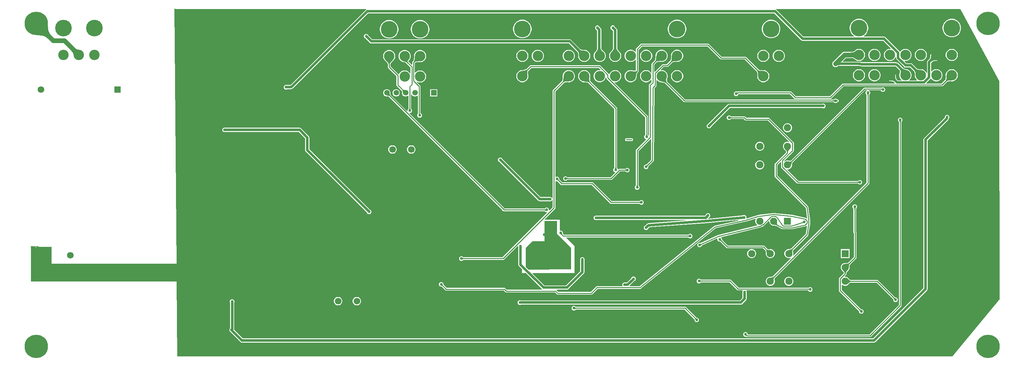
<source format=gbl>
G04*
G04 #@! TF.GenerationSoftware,Altium Limited,Altium Designer,22.3.1 (43)*
G04*
G04 Layer_Physical_Order=2*
G04 Layer_Color=16711680*
%FSLAX24Y24*%
%MOIN*%
G70*
G04*
G04 #@! TF.SameCoordinates,EB2419D6-8F1E-4273-BF56-69E21729E32B*
G04*
G04*
G04 #@! TF.FilePolarity,Positive*
G04*
G01*
G75*
%ADD14C,0.0100*%
%ADD85C,0.0250*%
%ADD86C,0.0500*%
%ADD88R,0.0591X0.0591*%
%ADD89C,0.0591*%
%ADD90C,0.0768*%
%ADD91R,0.0768X0.0768*%
%ADD92R,0.0768X0.0768*%
%ADD93C,0.0709*%
%ADD94C,0.1110*%
%ADD95R,0.0709X0.0709*%
%ADD96C,0.0300*%
%ADD97C,0.0310*%
%ADD98C,0.1780*%
%ADD99C,0.2500*%
G36*
X18902Y52968D02*
X18925Y52661D01*
X18947Y52524D01*
X18976Y52398D01*
X19012Y52283D01*
X19055Y52178D01*
X19104Y52085D01*
X19160Y52002D01*
X19223Y51930D01*
X18870Y51577D01*
X18798Y51640D01*
X18715Y51696D01*
X18622Y51745D01*
X18517Y51788D01*
X18402Y51824D01*
X18276Y51853D01*
X18139Y51875D01*
X17991Y51890D01*
X17663Y51900D01*
X18900Y53137D01*
X18902Y52968D01*
D02*
G37*
G36*
X21833Y50523D02*
X21915Y50456D01*
X21956Y50429D01*
X21997Y50406D01*
X22037Y50387D01*
X22077Y50373D01*
X22116Y50363D01*
X22156Y50357D01*
X22194Y50355D01*
X21645Y49806D01*
X21643Y49844D01*
X21637Y49884D01*
X21627Y49923D01*
X21613Y49963D01*
X21594Y50003D01*
X21571Y50044D01*
X21544Y50085D01*
X21513Y50126D01*
X21477Y50167D01*
X21437Y50209D01*
X21791Y50563D01*
X21833Y50523D01*
D02*
G37*
G36*
X105004Y49412D02*
X104975Y49438D01*
X104943Y49461D01*
X104908Y49482D01*
X104869Y49500D01*
X104828Y49515D01*
X104783Y49528D01*
X104735Y49538D01*
X104684Y49544D01*
X104629Y49549D01*
X104571Y49550D01*
Y50050D01*
X104629Y50051D01*
X104735Y50062D01*
X104783Y50072D01*
X104828Y50085D01*
X104869Y50100D01*
X104908Y50118D01*
X104943Y50139D01*
X104975Y50162D01*
X105004Y50188D01*
Y49412D01*
D02*
G37*
G36*
X113644Y49245D02*
X113573Y49244D01*
X113442Y49233D01*
X113384Y49223D01*
X113329Y49209D01*
X113279Y49192D01*
X113233Y49172D01*
X113191Y49149D01*
X113154Y49123D01*
X113121Y49094D01*
X112944Y49271D01*
X112973Y49304D01*
X112999Y49341D01*
X113022Y49383D01*
X113042Y49429D01*
X113059Y49479D01*
X113073Y49534D01*
X113083Y49592D01*
X113090Y49655D01*
X113094Y49723D01*
X113095Y49794D01*
X113644Y49245D01*
D02*
G37*
G36*
X103092Y49017D02*
X103115Y49008D01*
X103147Y49000D01*
X103188Y48994D01*
X103296Y48983D01*
X103523Y48976D01*
X103617Y48975D01*
Y48725D01*
X103523Y48724D01*
X103147Y48700D01*
X103115Y48692D01*
X103092Y48683D01*
X103077Y48673D01*
Y49027D01*
X103092Y49017D01*
D02*
G37*
G36*
X110012Y48380D02*
X110045Y48356D01*
X110083Y48331D01*
X110127Y48307D01*
X110232Y48258D01*
X110293Y48234D01*
X110509Y48162D01*
X109822Y47800D01*
X109839Y47861D01*
X109851Y47920D01*
X109858Y47975D01*
X109859Y48028D01*
X109854Y48078D01*
X109845Y48125D01*
X109829Y48169D01*
X109809Y48211D01*
X109783Y48249D01*
X109751Y48285D01*
X109984Y48405D01*
X110012Y48380D01*
D02*
G37*
G36*
X111504Y48307D02*
X111541Y48281D01*
X111583Y48258D01*
X111629Y48238D01*
X111679Y48221D01*
X111734Y48207D01*
X111792Y48197D01*
X111855Y48190D01*
X111923Y48186D01*
X111994Y48185D01*
X111445Y47636D01*
X111444Y47707D01*
X111433Y47838D01*
X111423Y47896D01*
X111409Y47951D01*
X111392Y48001D01*
X111372Y48047D01*
X111349Y48089D01*
X111323Y48126D01*
X111294Y48159D01*
X111471Y48336D01*
X111504Y48307D01*
D02*
G37*
G36*
X115293Y47075D02*
X115202Y47075D01*
X114972Y47060D01*
X114910Y47051D01*
X114855Y47039D01*
X114808Y47025D01*
X114767Y47008D01*
X114734Y46989D01*
X114708Y46968D01*
X114637Y47039D01*
X114658Y47065D01*
X114677Y47098D01*
X114694Y47139D01*
X114708Y47186D01*
X114720Y47241D01*
X114729Y47303D01*
X114741Y47449D01*
X114744Y47624D01*
X115293Y47075D01*
D02*
G37*
G36*
X109256Y47553D02*
X109267Y47422D01*
X109277Y47364D01*
X109291Y47309D01*
X109308Y47259D01*
X109328Y47213D01*
X109351Y47171D01*
X109377Y47134D01*
X109406Y47101D01*
X109229Y46924D01*
X109196Y46953D01*
X109159Y46979D01*
X109117Y47002D01*
X109071Y47022D01*
X109021Y47039D01*
X108966Y47053D01*
X108908Y47063D01*
X108845Y47070D01*
X108777Y47074D01*
X108706Y47075D01*
X109255Y47624D01*
X109256Y47553D01*
D02*
G37*
G36*
X32507Y54700D02*
X52845D01*
X52854Y54650D01*
X52792Y54608D01*
X44795Y46612D01*
X44785Y46610D01*
X44750Y46586D01*
X44382D01*
X44356Y46597D01*
X44258D01*
X44168Y46560D01*
X44100Y46491D01*
X44062Y46401D01*
Y46304D01*
X44100Y46214D01*
X44168Y46145D01*
X44258Y46108D01*
X44356D01*
X44429Y46138D01*
X44830D01*
X44916Y46155D01*
X44988Y46204D01*
X45013Y46228D01*
X45023Y46230D01*
X45095Y46279D01*
X53043Y54226D01*
X96380D01*
X99228Y51379D01*
X99300Y51330D01*
X99386Y51313D01*
X107966D01*
X108787Y50492D01*
X108775Y50469D01*
X108759Y50449D01*
X108636D01*
X108511Y50425D01*
X108392Y50376D01*
X108286Y50304D01*
X108196Y50214D01*
X108124Y50108D01*
X108075Y49989D01*
X108051Y49864D01*
Y49736D01*
X108075Y49611D01*
X108124Y49492D01*
X108196Y49386D01*
X108286Y49296D01*
X108392Y49224D01*
X108511Y49175D01*
X108636Y49151D01*
X108764D01*
X108889Y49175D01*
X109008Y49224D01*
X109114Y49296D01*
X109204Y49386D01*
X109276Y49492D01*
X109302Y49556D01*
X109352Y49546D01*
Y49479D01*
X109369Y49394D01*
X109417Y49321D01*
X110209Y48529D01*
X110282Y48481D01*
X110367Y48464D01*
X110850D01*
X111299Y48015D01*
X111300Y48012D01*
X111317Y47973D01*
X111332Y47929D01*
X111344Y47880D01*
X111353Y47827D01*
X111360Y47744D01*
X111351Y47694D01*
Y47566D01*
X111375Y47441D01*
X111424Y47322D01*
X111496Y47216D01*
X111582Y47129D01*
X111579Y47104D01*
X111572Y47079D01*
X110778D01*
X110771Y47104D01*
X110768Y47129D01*
X110854Y47216D01*
X110926Y47322D01*
X110975Y47441D01*
X110999Y47566D01*
Y47694D01*
X110975Y47819D01*
X110926Y47938D01*
X110854Y48044D01*
X110764Y48134D01*
X110658Y48206D01*
X110539Y48255D01*
X110414Y48279D01*
X110410D01*
X110321Y48310D01*
X110264Y48332D01*
X110164Y48379D01*
X110134Y48395D01*
X109605Y48924D01*
X109583Y48939D01*
X109563Y48957D01*
X109547Y48963D01*
X109533Y48972D01*
X109506Y48978D01*
X109481Y48987D01*
X109254Y49021D01*
X109237Y49020D01*
X109220Y49024D01*
X105796D01*
X105795Y49024D01*
X105795Y49024D01*
X105503Y49068D01*
X105502Y49068D01*
X105502Y49069D01*
X105484Y49071D01*
X105470Y49071D01*
X105468Y49071D01*
X105466Y49071D01*
X105450Y49074D01*
X103681D01*
X103661Y49120D01*
X103994Y49453D01*
X104750D01*
X104764Y49450D01*
X104803Y49439D01*
X104838Y49426D01*
X104870Y49411D01*
X104884Y49403D01*
X104896Y49386D01*
X104986Y49296D01*
X105092Y49224D01*
X105211Y49175D01*
X105336Y49151D01*
X105464D01*
X105589Y49175D01*
X105708Y49224D01*
X105814Y49296D01*
X105904Y49386D01*
X105976Y49492D01*
X106025Y49611D01*
X106049Y49736D01*
Y49864D01*
X106025Y49989D01*
X105976Y50108D01*
X105904Y50214D01*
X105814Y50304D01*
X105708Y50376D01*
X105589Y50425D01*
X105464Y50449D01*
X105336D01*
X105211Y50425D01*
X105092Y50376D01*
X104986Y50304D01*
X104896Y50214D01*
X104884Y50197D01*
X104870Y50189D01*
X104838Y50174D01*
X104803Y50161D01*
X104764Y50150D01*
X104750Y50147D01*
X103850D01*
X103760Y50136D01*
X103676Y50101D01*
X103604Y50046D01*
X102654Y49096D01*
X102599Y49024D01*
X102564Y48940D01*
X102553Y48850D01*
X102564Y48760D01*
X102599Y48676D01*
X102654Y48604D01*
X102726Y48549D01*
X102810Y48514D01*
X102900Y48503D01*
X102990Y48514D01*
X103074Y48549D01*
X103146Y48604D01*
X103162Y48620D01*
X103254Y48626D01*
X105387D01*
X105435Y48626D01*
D01*
X105436Y48626D01*
X105727Y48582D01*
X105727D01*
X105727Y48582D01*
X105746Y48579D01*
X105763Y48580D01*
X105780Y48576D01*
X109204D01*
X109341Y48555D01*
X109752Y48144D01*
X109755Y48138D01*
X109767Y48104D01*
X109775Y48066D01*
X109778Y48025D01*
X109777Y47981D01*
X109772Y47932D01*
X109771Y47930D01*
X109725Y47819D01*
X109701Y47694D01*
Y47566D01*
X109725Y47441D01*
X109774Y47322D01*
X109846Y47216D01*
X109932Y47129D01*
X109929Y47104D01*
X109922Y47079D01*
X109567D01*
X109401Y47245D01*
X109400Y47248D01*
X109383Y47287D01*
X109368Y47331D01*
X109356Y47380D01*
X109347Y47433D01*
X109336Y47557D01*
X109335Y47625D01*
X109332Y47640D01*
X109329Y47655D01*
X109329Y47656D01*
X109329Y47656D01*
X109320Y47669D01*
X109312Y47681D01*
X109311Y47681D01*
X109311Y47682D01*
X109298Y47690D01*
X109286Y47699D01*
X109285Y47699D01*
X109285Y47699D01*
X109270Y47702D01*
X109255Y47705D01*
X109255Y47705D01*
X109254Y47705D01*
X109239Y47702D01*
X109224Y47699D01*
X109224Y47698D01*
X109223Y47698D01*
X109211Y47690D01*
X109198Y47681D01*
X109082Y47565D01*
X108858Y47788D01*
X108786Y47837D01*
X108700Y47854D01*
X108614Y47837D01*
X108542Y47788D01*
X108493Y47716D01*
X108476Y47630D01*
X108493Y47544D01*
X108542Y47472D01*
X108765Y47248D01*
X108649Y47132D01*
X108640Y47119D01*
X108632Y47107D01*
X108632Y47106D01*
X108631Y47106D01*
X108628Y47091D01*
X108625Y47076D01*
X108625Y47076D01*
X108625Y47075D01*
X108628Y47060D01*
X108631Y47045D01*
X108631Y47045D01*
X108631Y47044D01*
X108640Y47032D01*
X108648Y47019D01*
X108649Y47019D01*
X108649Y47018D01*
X108661Y47010D01*
X108674Y47001D01*
X108674Y47001D01*
X108675Y47001D01*
X108690Y46998D01*
X108705Y46995D01*
X108774Y46994D01*
X108838Y46990D01*
X108896Y46983D01*
X108950Y46974D01*
X108999Y46962D01*
X109043Y46947D01*
X109082Y46930D01*
X109085Y46929D01*
X109218Y46795D01*
X109199Y46749D01*
X103719D01*
X103662Y46738D01*
X103615Y46706D01*
X102306Y45397D01*
X98647D01*
X98190Y45854D01*
X98142Y45886D01*
X98086Y45897D01*
X92454D01*
X92398Y45886D01*
X92387Y45879D01*
X92349Y45894D01*
X92251D01*
X92162Y45857D01*
X92093Y45788D01*
X92056Y45699D01*
Y45601D01*
X92093Y45512D01*
X92162Y45443D01*
X92251Y45406D01*
X92349D01*
X92438Y45443D01*
X92507Y45512D01*
X92544Y45601D01*
Y45603D01*
X98025D01*
X98481Y45146D01*
X98529Y45114D01*
X98586Y45103D01*
X102367D01*
X102423Y45114D01*
X102471Y45146D01*
X103780Y46454D01*
X114271D01*
X114327Y46466D01*
X114375Y46498D01*
X114821Y46943D01*
X114834Y46949D01*
X114875Y46961D01*
X114925Y46972D01*
X114981Y46980D01*
X115174Y46993D01*
X115235Y46981D01*
X115363D01*
X115488Y47005D01*
X115607Y47054D01*
X115713Y47126D01*
X115803Y47216D01*
X115875Y47322D01*
X115924Y47441D01*
X115948Y47566D01*
Y47694D01*
X115924Y47819D01*
X115875Y47938D01*
X115803Y48044D01*
X115713Y48134D01*
X115607Y48206D01*
X115488Y48255D01*
X115363Y48279D01*
X115235D01*
X115110Y48255D01*
X114991Y48206D01*
X114885Y48134D01*
X114795Y48044D01*
X114723Y47938D01*
X114674Y47819D01*
X114649Y47694D01*
Y47566D01*
X114662Y47504D01*
X114661Y47453D01*
X114649Y47313D01*
X114641Y47256D01*
X114630Y47206D01*
X114618Y47165D01*
X114612Y47152D01*
X114210Y46749D01*
X112596D01*
X112577Y46795D01*
X113034Y47252D01*
X113053Y47280D01*
X113103D01*
X113146Y47216D01*
X113236Y47126D01*
X113342Y47054D01*
X113461Y47005D01*
X113586Y46981D01*
X113714D01*
X113839Y47005D01*
X113958Y47054D01*
X114064Y47126D01*
X114154Y47216D01*
X114226Y47322D01*
X114275Y47441D01*
X114299Y47566D01*
Y47694D01*
X114275Y47819D01*
X114226Y47938D01*
X114154Y48044D01*
X114064Y48134D01*
X113958Y48206D01*
X113839Y48255D01*
X113714Y48279D01*
X113586D01*
X113461Y48255D01*
X113342Y48206D01*
X113236Y48134D01*
X113149Y48048D01*
X113124Y48051D01*
X113099Y48058D01*
Y48933D01*
X113265Y49099D01*
X113268Y49100D01*
X113307Y49117D01*
X113351Y49132D01*
X113400Y49144D01*
X113453Y49153D01*
X113577Y49164D01*
X113645Y49165D01*
X113660Y49168D01*
X113675Y49171D01*
X113676Y49171D01*
X113676Y49171D01*
X113689Y49180D01*
X113701Y49188D01*
X113701Y49189D01*
X113702Y49189D01*
X113710Y49202D01*
X113719Y49214D01*
X113719Y49215D01*
X113719Y49215D01*
X113722Y49230D01*
X113725Y49245D01*
X113725Y49246D01*
X113725Y49246D01*
X113722Y49261D01*
X113719Y49276D01*
X113718Y49276D01*
X113718Y49277D01*
X113710Y49289D01*
X113701Y49302D01*
X113585Y49418D01*
X113808Y49642D01*
X113857Y49714D01*
X113874Y49800D01*
X113857Y49886D01*
X113808Y49958D01*
X113736Y50007D01*
X113650Y50024D01*
X113564Y50007D01*
X113492Y49958D01*
X113268Y49735D01*
X113152Y49851D01*
X113139Y49860D01*
X113127Y49868D01*
X113126Y49868D01*
X113126Y49869D01*
X113111Y49872D01*
X113096Y49875D01*
X113096Y49875D01*
X113095Y49875D01*
X113080Y49872D01*
X113065Y49869D01*
X113065Y49869D01*
X113064Y49869D01*
X113052Y49860D01*
X113039Y49852D01*
X113039Y49851D01*
X113038Y49851D01*
X113030Y49839D01*
X113021Y49826D01*
X113021Y49826D01*
X113021Y49825D01*
X113018Y49810D01*
X113015Y49795D01*
X113014Y49726D01*
X113010Y49662D01*
X113003Y49604D01*
X112994Y49550D01*
X112982Y49501D01*
X112967Y49457D01*
X112950Y49418D01*
X112949Y49415D01*
X112717Y49184D01*
X112669Y49111D01*
X112652Y49026D01*
Y47884D01*
X112602Y47874D01*
X112576Y47938D01*
X112504Y48044D01*
X112414Y48134D01*
X112308Y48206D01*
X112189Y48255D01*
X112064Y48279D01*
X111936D01*
X111882Y48269D01*
X111862Y48270D01*
X111804Y48277D01*
X111750Y48286D01*
X111701Y48298D01*
X111657Y48313D01*
X111618Y48330D01*
X111615Y48331D01*
X111101Y48846D01*
X111028Y48894D01*
X110943Y48911D01*
X110460D01*
X110263Y49108D01*
X110275Y49131D01*
X110291Y49151D01*
X110414D01*
X110539Y49175D01*
X110658Y49224D01*
X110764Y49296D01*
X110854Y49386D01*
X110926Y49492D01*
X110975Y49611D01*
X110999Y49736D01*
Y49864D01*
X110975Y49989D01*
X110926Y50108D01*
X110854Y50214D01*
X110764Y50304D01*
X110658Y50376D01*
X110539Y50425D01*
X110414Y50449D01*
X110286D01*
X110161Y50425D01*
X110042Y50376D01*
X109936Y50304D01*
X109846Y50214D01*
X109805Y50154D01*
X109748Y50157D01*
X109734Y50178D01*
X108217Y51695D01*
X108144Y51744D01*
X108058Y51761D01*
X105901D01*
X105886Y51811D01*
X106028Y51905D01*
X106165Y52042D01*
X106272Y52204D01*
X106347Y52383D01*
X106384Y52573D01*
Y52767D01*
X106347Y52957D01*
X106272Y53136D01*
X106165Y53298D01*
X106028Y53435D01*
X105866Y53542D01*
X105687Y53617D01*
X105497Y53654D01*
X105303D01*
X105113Y53617D01*
X104934Y53542D01*
X104772Y53435D01*
X104635Y53298D01*
X104528Y53136D01*
X104453Y52957D01*
X104416Y52767D01*
Y52573D01*
X104453Y52383D01*
X104528Y52204D01*
X104635Y52042D01*
X104772Y51905D01*
X104914Y51811D01*
X104899Y51761D01*
X99478D01*
X96631Y54608D01*
X96568Y54650D01*
X96578Y54700D01*
X116196D01*
X116250Y54600D01*
X120350Y47000D01*
X120400Y23700D01*
X115350Y17600D01*
X32707D01*
X32642Y25600D01*
X17100D01*
Y29250D01*
X17050Y29300D01*
X17100Y29350D01*
X17885D01*
X17904Y29304D01*
X17901Y29300D01*
X17550D01*
Y29300D01*
X17500Y29250D01*
X17539Y29254D01*
D01*
X17887Y29293D01*
X17950Y29300D01*
X17969D01*
Y29300D01*
X19300D01*
Y27500D01*
X32627D01*
X32408Y54734D01*
X32454Y54753D01*
X32507Y54700D01*
D02*
G37*
%LPC*%
G36*
X115396Y53654D02*
X115202D01*
X115012Y53616D01*
X114832Y53542D01*
X114671Y53435D01*
X114534Y53297D01*
X114426Y53136D01*
X114352Y52957D01*
X114314Y52767D01*
Y52573D01*
X114352Y52383D01*
X114426Y52203D01*
X114534Y52042D01*
X114671Y51905D01*
X114832Y51797D01*
X115012Y51723D01*
X115202Y51685D01*
X115396D01*
X115586Y51723D01*
X115765Y51797D01*
X115926Y51905D01*
X116064Y52042D01*
X116171Y52203D01*
X116245Y52383D01*
X116283Y52573D01*
Y52767D01*
X116245Y52957D01*
X116171Y53136D01*
X116064Y53297D01*
X115926Y53435D01*
X115765Y53542D01*
X115586Y53616D01*
X115396Y53654D01*
D02*
G37*
G36*
X86097Y53555D02*
X85903D01*
X85713Y53517D01*
X85534Y53442D01*
X85372Y53335D01*
X85235Y53198D01*
X85128Y53036D01*
X85053Y52857D01*
X85016Y52667D01*
Y52473D01*
X85053Y52283D01*
X85128Y52104D01*
X85235Y51942D01*
X85372Y51805D01*
X85534Y51698D01*
X85713Y51623D01*
X85903Y51586D01*
X86097D01*
X86287Y51623D01*
X86466Y51698D01*
X86628Y51805D01*
X86765Y51942D01*
X86872Y52104D01*
X86947Y52283D01*
X86985Y52473D01*
Y52667D01*
X86947Y52857D01*
X86872Y53036D01*
X86765Y53198D01*
X86628Y53335D01*
X86466Y53442D01*
X86287Y53517D01*
X86097Y53555D01*
D02*
G37*
G36*
X96122Y53554D02*
X95928D01*
X95738Y53517D01*
X95559Y53442D01*
X95397Y53335D01*
X95260Y53198D01*
X95153Y53036D01*
X95078Y52857D01*
X95041Y52667D01*
Y52473D01*
X95078Y52283D01*
X95153Y52104D01*
X95260Y51942D01*
X95397Y51805D01*
X95559Y51698D01*
X95738Y51623D01*
X95928Y51586D01*
X96122D01*
X96312Y51623D01*
X96491Y51698D01*
X96653Y51805D01*
X96790Y51942D01*
X96897Y52104D01*
X96972Y52283D01*
X97009Y52473D01*
Y52667D01*
X96972Y52857D01*
X96897Y53036D01*
X96790Y53198D01*
X96653Y53335D01*
X96491Y53442D01*
X96312Y53517D01*
X96122Y53554D01*
D02*
G37*
G36*
X69597D02*
X69403D01*
X69213Y53517D01*
X69034Y53442D01*
X68872Y53335D01*
X68735Y53198D01*
X68628Y53036D01*
X68553Y52857D01*
X68516Y52667D01*
Y52473D01*
X68553Y52283D01*
X68628Y52104D01*
X68735Y51942D01*
X68872Y51805D01*
X69034Y51698D01*
X69213Y51623D01*
X69403Y51586D01*
X69597D01*
X69787Y51623D01*
X69966Y51698D01*
X70128Y51805D01*
X70265Y51942D01*
X70372Y52104D01*
X70447Y52283D01*
X70484Y52473D01*
Y52667D01*
X70447Y52857D01*
X70372Y53036D01*
X70265Y53198D01*
X70128Y53335D01*
X69966Y53442D01*
X69787Y53517D01*
X69597Y53554D01*
D02*
G37*
G36*
X58697Y53524D02*
X58503D01*
X58313Y53487D01*
X58134Y53412D01*
X57972Y53305D01*
X57835Y53168D01*
X57728Y53006D01*
X57653Y52827D01*
X57616Y52637D01*
Y52443D01*
X57653Y52253D01*
X57728Y52074D01*
X57835Y51912D01*
X57972Y51775D01*
X58134Y51668D01*
X58313Y51593D01*
X58503Y51556D01*
X58697D01*
X58887Y51593D01*
X59066Y51668D01*
X59228Y51775D01*
X59365Y51912D01*
X59472Y52074D01*
X59547Y52253D01*
X59584Y52443D01*
Y52637D01*
X59547Y52827D01*
X59472Y53006D01*
X59365Y53168D01*
X59228Y53305D01*
X59066Y53412D01*
X58887Y53487D01*
X58697Y53524D01*
D02*
G37*
G36*
X55397D02*
X55203D01*
X55013Y53487D01*
X54834Y53412D01*
X54672Y53305D01*
X54535Y53168D01*
X54428Y53006D01*
X54353Y52827D01*
X54316Y52637D01*
Y52443D01*
X54353Y52253D01*
X54428Y52074D01*
X54535Y51912D01*
X54672Y51775D01*
X54834Y51668D01*
X55013Y51593D01*
X55203Y51556D01*
X55397D01*
X55587Y51593D01*
X55766Y51668D01*
X55928Y51775D01*
X56065Y51912D01*
X56172Y52074D01*
X56247Y52253D01*
X56284Y52443D01*
Y52637D01*
X56247Y52827D01*
X56172Y53006D01*
X56065Y53168D01*
X55928Y53305D01*
X55766Y53412D01*
X55587Y53487D01*
X55397Y53524D01*
D02*
G37*
G36*
X115363Y50449D02*
X115235D01*
X115110Y50425D01*
X114991Y50376D01*
X114885Y50304D01*
X114795Y50214D01*
X114723Y50108D01*
X114674Y49989D01*
X114649Y49864D01*
Y49736D01*
X114674Y49611D01*
X114723Y49492D01*
X114795Y49386D01*
X114885Y49296D01*
X114991Y49224D01*
X115110Y49175D01*
X115235Y49151D01*
X115363D01*
X115488Y49175D01*
X115607Y49224D01*
X115713Y49296D01*
X115803Y49386D01*
X115875Y49492D01*
X115924Y49611D01*
X115948Y49736D01*
Y49864D01*
X115924Y49989D01*
X115875Y50108D01*
X115803Y50214D01*
X115713Y50304D01*
X115607Y50376D01*
X115488Y50425D01*
X115363Y50449D01*
D02*
G37*
G36*
X112064D02*
X111936D01*
X111811Y50425D01*
X111692Y50376D01*
X111586Y50304D01*
X111496Y50214D01*
X111424Y50108D01*
X111375Y49989D01*
X111351Y49864D01*
Y49736D01*
X111375Y49611D01*
X111424Y49492D01*
X111496Y49386D01*
X111586Y49296D01*
X111692Y49224D01*
X111811Y49175D01*
X111936Y49151D01*
X112064D01*
X112189Y49175D01*
X112308Y49224D01*
X112414Y49296D01*
X112504Y49386D01*
X112576Y49492D01*
X112625Y49611D01*
X112649Y49736D01*
Y49864D01*
X112625Y49989D01*
X112576Y50108D01*
X112504Y50214D01*
X112414Y50304D01*
X112308Y50376D01*
X112189Y50425D01*
X112064Y50449D01*
D02*
G37*
G36*
X107114D02*
X106986D01*
X106861Y50425D01*
X106742Y50376D01*
X106636Y50304D01*
X106546Y50214D01*
X106474Y50108D01*
X106425Y49989D01*
X106401Y49864D01*
Y49736D01*
X106425Y49611D01*
X106474Y49492D01*
X106546Y49386D01*
X106636Y49296D01*
X106742Y49224D01*
X106861Y49175D01*
X106986Y49151D01*
X107114D01*
X107239Y49175D01*
X107358Y49224D01*
X107464Y49296D01*
X107554Y49386D01*
X107626Y49492D01*
X107675Y49611D01*
X107699Y49736D01*
Y49864D01*
X107675Y49989D01*
X107626Y50108D01*
X107554Y50214D01*
X107464Y50304D01*
X107358Y50376D01*
X107239Y50425D01*
X107114Y50449D01*
D02*
G37*
G36*
X86064Y50350D02*
X85936D01*
X85811Y50325D01*
X85692Y50276D01*
X85586Y50205D01*
X85496Y50114D01*
X85424Y50008D01*
X85375Y49889D01*
X85351Y49764D01*
Y49636D01*
X85363Y49574D01*
X85362Y49523D01*
X85350Y49383D01*
X85342Y49326D01*
X85331Y49276D01*
X85319Y49235D01*
X85313Y49222D01*
X84902Y48811D01*
X84494D01*
X84438Y48799D01*
X84390Y48767D01*
X83619Y47996D01*
X83572Y48015D01*
Y48764D01*
X83846Y49038D01*
X83860Y49043D01*
X83900Y49054D01*
X83948Y49063D01*
X84002Y49069D01*
X84183Y49071D01*
X84286Y49051D01*
X84414D01*
X84539Y49075D01*
X84658Y49124D01*
X84764Y49196D01*
X84855Y49286D01*
X84926Y49392D01*
X84975Y49511D01*
X85000Y49636D01*
Y49764D01*
X84975Y49889D01*
X84926Y50008D01*
X84855Y50114D01*
X84764Y50205D01*
X84658Y50276D01*
X84539Y50325D01*
X84414Y50350D01*
X84286D01*
X84161Y50325D01*
X84042Y50276D01*
X83936Y50205D01*
X83846Y50114D01*
X83774Y50008D01*
X83725Y49889D01*
X83701Y49764D01*
Y49636D01*
X83706Y49608D01*
X83702Y49557D01*
X83694Y49482D01*
X83672Y49353D01*
X83659Y49303D01*
X83646Y49262D01*
X83641Y49249D01*
X83321Y48929D01*
X83289Y48881D01*
X83278Y48825D01*
Y47925D01*
X83228Y47909D01*
X83205Y47944D01*
X83114Y48035D01*
X83008Y48106D01*
X82889Y48155D01*
X82764Y48180D01*
X82636D01*
X82511Y48155D01*
X82392Y48106D01*
X82286Y48035D01*
X82196Y47944D01*
X82124Y47838D01*
X82075Y47719D01*
X82051Y47594D01*
Y47466D01*
X82075Y47341D01*
X82124Y47222D01*
X82196Y47116D01*
X82286Y47026D01*
X82392Y46954D01*
X82511Y46905D01*
X82636Y46881D01*
X82764D01*
X82889Y46905D01*
X83008Y46954D01*
X83114Y47026D01*
X83205Y47116D01*
X83228Y47151D01*
X83278Y47136D01*
Y46887D01*
X83045Y46654D01*
X83013Y46606D01*
X83002Y46550D01*
Y41209D01*
X82976Y41197D01*
X82952Y41194D01*
X82897Y41248D01*
Y43191D01*
X82886Y43247D01*
X82854Y43295D01*
X79313Y46837D01*
X79331Y46871D01*
X79339Y46881D01*
X79464D01*
X79589Y46905D01*
X79708Y46954D01*
X79814Y47026D01*
X79905Y47116D01*
X79976Y47222D01*
X80025Y47341D01*
X80049Y47466D01*
Y47594D01*
X80025Y47719D01*
X79976Y47838D01*
X79905Y47944D01*
X79814Y48035D01*
X79708Y48106D01*
X79589Y48155D01*
X79464Y48180D01*
X79336D01*
X79211Y48155D01*
X79092Y48106D01*
X78986Y48035D01*
X78896Y47944D01*
X78824Y47838D01*
X78777Y47723D01*
X78772Y47722D01*
X78723Y47738D01*
X78723Y47739D01*
X78691Y47786D01*
X77823Y48654D01*
X77776Y48686D01*
X77719Y48697D01*
X70400D01*
X70344Y48686D01*
X70296Y48654D01*
X69911Y48269D01*
X69900Y48265D01*
X69860Y48251D01*
X69533Y48179D01*
X69436D01*
X69311Y48155D01*
X69192Y48106D01*
X69086Y48034D01*
X68996Y47944D01*
X68924Y47838D01*
X68875Y47719D01*
X68851Y47594D01*
Y47466D01*
X68875Y47341D01*
X68924Y47222D01*
X68996Y47116D01*
X69086Y47026D01*
X69192Y46954D01*
X69311Y46905D01*
X69436Y46881D01*
X69564D01*
X69689Y46905D01*
X69808Y46954D01*
X69914Y47026D01*
X70004Y47116D01*
X70076Y47222D01*
X70125Y47341D01*
X70149Y47466D01*
Y47594D01*
X70125Y47719D01*
X70112Y47750D01*
X70107Y47790D01*
X70103Y47856D01*
X70102Y47917D01*
X70105Y47970D01*
X70112Y48016D01*
X70121Y48054D01*
X70126Y48068D01*
X70461Y48403D01*
X77658D01*
X77837Y48223D01*
X77819Y48189D01*
X77811Y48179D01*
X77686D01*
X77561Y48155D01*
X77442Y48106D01*
X77336Y48034D01*
X77246Y47944D01*
X77174Y47838D01*
X77125Y47719D01*
X77101Y47594D01*
Y47466D01*
X77125Y47341D01*
X77174Y47222D01*
X77246Y47116D01*
X77336Y47026D01*
X77442Y46954D01*
X77561Y46905D01*
X77686Y46881D01*
X77814D01*
X77939Y46905D01*
X78058Y46954D01*
X78164Y47026D01*
X78254Y47116D01*
X78326Y47222D01*
X78375Y47341D01*
X78390Y47416D01*
X78440Y47411D01*
Y47354D01*
X78451Y47298D01*
X78483Y47250D01*
X82603Y43130D01*
Y41248D01*
X82543Y41188D01*
X82506Y41099D01*
Y41001D01*
X82543Y40912D01*
X82612Y40843D01*
X82684Y40813D01*
X82701Y40759D01*
X81646Y39704D01*
X81614Y39657D01*
X81603Y39600D01*
Y35848D01*
X81543Y35788D01*
X81506Y35699D01*
Y35601D01*
X81543Y35512D01*
X81612Y35443D01*
X81701Y35406D01*
X81799D01*
X81888Y35443D01*
X81957Y35512D01*
X81994Y35601D01*
Y35699D01*
X81957Y35788D01*
X81897Y35848D01*
Y39539D01*
X83197Y40839D01*
X83243Y40820D01*
X83224Y38583D01*
X82736Y38094D01*
X82651D01*
X82562Y38057D01*
X82493Y37988D01*
X82456Y37899D01*
Y37801D01*
X82493Y37712D01*
X82562Y37643D01*
X82651Y37606D01*
X82749D01*
X82838Y37643D01*
X82907Y37712D01*
X82944Y37801D01*
Y37886D01*
X83475Y38417D01*
X83491Y38440D01*
X83507Y38464D01*
X83507Y38464D01*
X83507Y38465D01*
X83513Y38492D01*
X83519Y38520D01*
X83584Y46253D01*
X83755Y46424D01*
X83787Y46472D01*
X83798Y46529D01*
Y47102D01*
X83835Y47113D01*
X83848Y47114D01*
X83936Y47026D01*
X84042Y46954D01*
X84161Y46905D01*
X84286Y46881D01*
X84336D01*
X84558Y46823D01*
X84675Y46786D01*
X84717Y46770D01*
X84725Y46767D01*
X86696Y44796D01*
X86744Y44764D01*
X86800Y44753D01*
X102702D01*
X102762Y44693D01*
X102851Y44656D01*
X102949D01*
X103038Y44693D01*
X103098Y44753D01*
X103107D01*
X103164Y44764D01*
X103211Y44796D01*
X103243Y44844D01*
X103255Y44900D01*
X103243Y44956D01*
X103211Y45004D01*
X103164Y45036D01*
X103107Y45047D01*
X103098D01*
X103038Y45107D01*
X102949Y45144D01*
X102851D01*
X102762Y45107D01*
X102702Y45047D01*
X86861D01*
X84943Y46965D01*
X84938Y46978D01*
X84930Y47015D01*
X84926Y47059D01*
X84925Y47109D01*
X84929Y47166D01*
X84945Y47268D01*
X84975Y47341D01*
X85000Y47466D01*
Y47594D01*
X84975Y47719D01*
X84926Y47838D01*
X84855Y47944D01*
X84764Y48035D01*
X84658Y48106D01*
X84539Y48155D01*
X84414Y48180D01*
X84289D01*
X84281Y48189D01*
X84263Y48223D01*
X84555Y48516D01*
X84963D01*
X85020Y48527D01*
X85067Y48559D01*
X85522Y49013D01*
X85535Y49019D01*
X85576Y49031D01*
X85626Y49042D01*
X85682Y49050D01*
X85875Y49063D01*
X85936Y49051D01*
X86064D01*
X86189Y49075D01*
X86308Y49124D01*
X86414Y49196D01*
X86505Y49286D01*
X86576Y49392D01*
X86625Y49511D01*
X86650Y49636D01*
Y49764D01*
X86625Y49889D01*
X86576Y50008D01*
X86505Y50114D01*
X86414Y50205D01*
X86308Y50276D01*
X86189Y50325D01*
X86064Y50350D01*
D02*
G37*
G36*
X82764D02*
X82636D01*
X82511Y50325D01*
X82392Y50276D01*
X82286Y50205D01*
X82196Y50114D01*
X82124Y50008D01*
X82075Y49889D01*
X82051Y49764D01*
Y49636D01*
X82075Y49511D01*
X82124Y49392D01*
X82196Y49286D01*
X82286Y49196D01*
X82392Y49124D01*
X82511Y49075D01*
X82636Y49051D01*
X82764D01*
X82889Y49075D01*
X83008Y49124D01*
X83114Y49196D01*
X83205Y49286D01*
X83276Y49392D01*
X83325Y49511D01*
X83350Y49636D01*
Y49764D01*
X83325Y49889D01*
X83276Y50008D01*
X83205Y50114D01*
X83114Y50205D01*
X83008Y50276D01*
X82889Y50325D01*
X82764Y50350D01*
D02*
G37*
G36*
X79199Y52951D02*
X79101D01*
X79012Y52914D01*
X78943Y52845D01*
X78906Y52756D01*
Y52658D01*
X78943Y52568D01*
X79012Y52500D01*
X79061Y52479D01*
X79176Y52364D01*
Y50468D01*
X79175Y50465D01*
X79159Y50425D01*
X79139Y50384D01*
X79113Y50341D01*
X79082Y50297D01*
X79028Y50233D01*
X78986Y50205D01*
X78896Y50114D01*
X78824Y50008D01*
X78775Y49889D01*
X78751Y49764D01*
Y49636D01*
X78775Y49511D01*
X78824Y49392D01*
X78896Y49286D01*
X78986Y49196D01*
X79092Y49124D01*
X79211Y49075D01*
X79336Y49051D01*
X79464D01*
X79589Y49075D01*
X79708Y49124D01*
X79814Y49196D01*
X79905Y49286D01*
X79976Y49392D01*
X80025Y49511D01*
X80049Y49636D01*
Y49764D01*
X80025Y49889D01*
X79976Y50008D01*
X79905Y50114D01*
X79814Y50205D01*
X79768Y50235D01*
X79755Y50250D01*
X79718Y50296D01*
X79687Y50341D01*
X79661Y50384D01*
X79641Y50425D01*
X79625Y50465D01*
X79624Y50468D01*
Y52457D01*
X79607Y52543D01*
X79558Y52615D01*
X79378Y52795D01*
X79357Y52845D01*
X79288Y52914D01*
X79199Y52951D01*
D02*
G37*
G36*
X96914Y50349D02*
X96786D01*
X96661Y50325D01*
X96542Y50276D01*
X96436Y50204D01*
X96346Y50114D01*
X96274Y50008D01*
X96225Y49889D01*
X96201Y49764D01*
Y49636D01*
X96225Y49511D01*
X96274Y49392D01*
X96346Y49286D01*
X96436Y49196D01*
X96542Y49124D01*
X96661Y49075D01*
X96786Y49051D01*
X96914D01*
X97039Y49075D01*
X97158Y49124D01*
X97264Y49196D01*
X97354Y49286D01*
X97426Y49392D01*
X97475Y49511D01*
X97499Y49636D01*
Y49764D01*
X97475Y49889D01*
X97426Y50008D01*
X97354Y50114D01*
X97264Y50204D01*
X97158Y50276D01*
X97039Y50325D01*
X96914Y50349D01*
D02*
G37*
G36*
X95264D02*
X95136D01*
X95011Y50325D01*
X94892Y50276D01*
X94786Y50204D01*
X94696Y50114D01*
X94624Y50008D01*
X94575Y49889D01*
X94551Y49764D01*
Y49636D01*
X94575Y49511D01*
X94624Y49392D01*
X94696Y49286D01*
X94786Y49196D01*
X94892Y49124D01*
X95011Y49075D01*
X95136Y49051D01*
X95264D01*
X95389Y49075D01*
X95508Y49124D01*
X95614Y49196D01*
X95704Y49286D01*
X95776Y49392D01*
X95825Y49511D01*
X95849Y49636D01*
Y49764D01*
X95825Y49889D01*
X95776Y50008D01*
X95704Y50114D01*
X95614Y50204D01*
X95508Y50276D01*
X95389Y50325D01*
X95264Y50349D01*
D02*
G37*
G36*
X77549Y52951D02*
X77451D01*
X77361Y52914D01*
X77293Y52845D01*
X77256Y52756D01*
Y52658D01*
X77293Y52568D01*
X77361Y52500D01*
X77411Y52479D01*
X77476Y52414D01*
Y50452D01*
X77476Y50451D01*
X77461Y50410D01*
X77441Y50366D01*
X77416Y50319D01*
X77387Y50271D01*
X77341Y50208D01*
X77336Y50204D01*
X77246Y50114D01*
X77174Y50008D01*
X77125Y49889D01*
X77101Y49764D01*
Y49636D01*
X77125Y49511D01*
X77174Y49392D01*
X77246Y49286D01*
X77336Y49196D01*
X77442Y49124D01*
X77561Y49075D01*
X77686Y49051D01*
X77814D01*
X77939Y49075D01*
X78058Y49124D01*
X78164Y49196D01*
X78254Y49286D01*
X78326Y49392D01*
X78375Y49511D01*
X78399Y49636D01*
Y49764D01*
X78375Y49889D01*
X78326Y50008D01*
X78254Y50114D01*
X78164Y50204D01*
X78065Y50271D01*
X78059Y50276D01*
X78021Y50317D01*
X77989Y50358D01*
X77963Y50398D01*
X77941Y50436D01*
X77925Y50474D01*
X77924Y50479D01*
Y52507D01*
X77907Y52593D01*
X77858Y52665D01*
X77728Y52795D01*
X77707Y52845D01*
X77638Y52914D01*
X77549Y52951D01*
D02*
G37*
G36*
X52899Y52044D02*
X52801D01*
X52712Y52007D01*
X52643Y51938D01*
X52606Y51849D01*
Y51751D01*
X52643Y51662D01*
X52712Y51593D01*
X52761Y51572D01*
X53242Y51092D01*
X53314Y51043D01*
X53400Y51026D01*
X56115D01*
X56115Y51026D01*
X59415D01*
X59415Y51026D01*
X59415D01*
X59415Y51026D01*
X68685D01*
X68685Y51026D01*
X74457D01*
X75399Y50085D01*
X75400Y50082D01*
X75417Y50043D01*
X75432Y49999D01*
X75444Y49950D01*
X75453Y49897D01*
X75460Y49814D01*
X75451Y49764D01*
Y49636D01*
X75475Y49511D01*
X75524Y49392D01*
X75596Y49286D01*
X75686Y49196D01*
X75792Y49124D01*
X75911Y49075D01*
X76036Y49051D01*
X76164D01*
X76289Y49075D01*
X76408Y49124D01*
X76514Y49196D01*
X76604Y49286D01*
X76676Y49392D01*
X76725Y49511D01*
X76749Y49636D01*
Y49764D01*
X76725Y49889D01*
X76676Y50008D01*
X76604Y50114D01*
X76514Y50204D01*
X76408Y50276D01*
X76289Y50325D01*
X76164Y50349D01*
X76036D01*
X75982Y50339D01*
X75962Y50340D01*
X75904Y50347D01*
X75850Y50356D01*
X75801Y50368D01*
X75757Y50383D01*
X75718Y50400D01*
X75715Y50401D01*
X74708Y51408D01*
X74636Y51457D01*
X74550Y51474D01*
X68685D01*
X68685Y51474D01*
X59415D01*
X59415Y51474D01*
X59415Y51474D01*
X56115D01*
X56115Y51474D01*
X53493D01*
X53078Y51889D01*
X53057Y51938D01*
X52988Y52007D01*
X52899Y52044D01*
D02*
G37*
G36*
X74514Y50349D02*
X74386D01*
X74261Y50325D01*
X74142Y50276D01*
X74036Y50204D01*
X73946Y50114D01*
X73874Y50008D01*
X73825Y49889D01*
X73801Y49764D01*
Y49636D01*
X73825Y49511D01*
X73874Y49392D01*
X73946Y49286D01*
X74036Y49196D01*
X74142Y49124D01*
X74261Y49075D01*
X74386Y49051D01*
X74514D01*
X74639Y49075D01*
X74758Y49124D01*
X74864Y49196D01*
X74954Y49286D01*
X75026Y49392D01*
X75075Y49511D01*
X75099Y49636D01*
Y49764D01*
X75075Y49889D01*
X75026Y50008D01*
X74954Y50114D01*
X74864Y50204D01*
X74758Y50276D01*
X74639Y50325D01*
X74514Y50349D01*
D02*
G37*
G36*
X71214D02*
X71086D01*
X70961Y50325D01*
X70842Y50276D01*
X70736Y50204D01*
X70646Y50114D01*
X70574Y50008D01*
X70525Y49889D01*
X70501Y49764D01*
Y49636D01*
X70525Y49511D01*
X70574Y49392D01*
X70646Y49286D01*
X70736Y49196D01*
X70842Y49124D01*
X70961Y49075D01*
X71086Y49051D01*
X71214D01*
X71339Y49075D01*
X71458Y49124D01*
X71564Y49196D01*
X71654Y49286D01*
X71726Y49392D01*
X71775Y49511D01*
X71799Y49636D01*
Y49764D01*
X71775Y49889D01*
X71726Y50008D01*
X71654Y50114D01*
X71564Y50204D01*
X71458Y50276D01*
X71339Y50325D01*
X71214Y50349D01*
D02*
G37*
G36*
X69564D02*
X69436D01*
X69311Y50325D01*
X69192Y50276D01*
X69086Y50204D01*
X68996Y50114D01*
X68924Y50008D01*
X68875Y49889D01*
X68851Y49764D01*
Y49636D01*
X68875Y49511D01*
X68924Y49392D01*
X68996Y49286D01*
X69086Y49196D01*
X69192Y49124D01*
X69311Y49075D01*
X69436Y49051D01*
X69564D01*
X69689Y49075D01*
X69808Y49124D01*
X69914Y49196D01*
X70004Y49286D01*
X70076Y49392D01*
X70125Y49511D01*
X70149Y49636D01*
Y49764D01*
X70125Y49889D01*
X70076Y50008D01*
X70004Y50114D01*
X69914Y50204D01*
X69808Y50276D01*
X69689Y50325D01*
X69564Y50349D01*
D02*
G37*
G36*
X58664Y50319D02*
X58536D01*
X58411Y50295D01*
X58292Y50246D01*
X58186Y50174D01*
X58096Y50084D01*
X58024Y49978D01*
X57975Y49859D01*
X57951Y49734D01*
Y49606D01*
X57959Y49565D01*
X57956Y49514D01*
X57940Y49371D01*
X57930Y49313D01*
X57918Y49262D01*
X57905Y49221D01*
X57900Y49208D01*
X57796Y49104D01*
X57764Y49056D01*
X57753Y49000D01*
Y48771D01*
X57706Y48752D01*
X57383Y49075D01*
X57383Y49075D01*
X57345Y49113D01*
X57346Y49125D01*
X57349Y49140D01*
X57357Y49159D01*
X57359Y49162D01*
X57364Y49166D01*
X57454Y49256D01*
X57526Y49362D01*
X57575Y49481D01*
X57599Y49606D01*
Y49734D01*
X57575Y49859D01*
X57526Y49978D01*
X57454Y50084D01*
X57364Y50174D01*
X57258Y50246D01*
X57139Y50295D01*
X57014Y50319D01*
X56886D01*
X56761Y50295D01*
X56642Y50246D01*
X56536Y50174D01*
X56446Y50084D01*
X56374Y49978D01*
X56325Y49859D01*
X56301Y49734D01*
Y49606D01*
X56325Y49481D01*
X56374Y49362D01*
X56446Y49256D01*
X56536Y49166D01*
X56642Y49094D01*
X56761Y49045D01*
X56886Y49021D01*
X56919D01*
X57003Y48991D01*
X57042Y48974D01*
X57078Y48956D01*
X57095Y48947D01*
X57175Y48867D01*
X57175Y48867D01*
X57574Y48468D01*
Y47830D01*
X57527Y47810D01*
X57524Y47810D01*
X57454Y47914D01*
X57364Y48004D01*
X57258Y48076D01*
X57139Y48125D01*
X57014Y48149D01*
X56886D01*
X56761Y48125D01*
X56642Y48076D01*
X56536Y48004D01*
X56446Y47914D01*
X56374Y47808D01*
X56350Y47748D01*
X56291Y47737D01*
X55447Y48580D01*
Y48846D01*
X55453Y48860D01*
X55473Y48897D01*
X55501Y48940D01*
X55534Y48986D01*
X55663Y49131D01*
X55714Y49166D01*
X55804Y49256D01*
X55876Y49362D01*
X55925Y49481D01*
X55949Y49606D01*
Y49734D01*
X55925Y49859D01*
X55876Y49978D01*
X55804Y50084D01*
X55714Y50174D01*
X55608Y50246D01*
X55489Y50295D01*
X55364Y50319D01*
X55236D01*
X55111Y50295D01*
X54992Y50246D01*
X54886Y50174D01*
X54796Y50084D01*
X54724Y49978D01*
X54675Y49859D01*
X54651Y49734D01*
Y49606D01*
X54675Y49481D01*
X54724Y49362D01*
X54796Y49256D01*
X54886Y49166D01*
X54939Y49130D01*
X54974Y49094D01*
X55065Y48986D01*
X55099Y48940D01*
X55127Y48897D01*
X55147Y48860D01*
X55153Y48846D01*
Y48519D01*
X55164Y48463D01*
X55196Y48415D01*
X56077Y47534D01*
Y46575D01*
X56089Y46519D01*
X56121Y46471D01*
X56654Y45938D01*
X56660Y45917D01*
X56665Y45891D01*
X56669Y45863D01*
X56671Y45841D01*
X56660Y45801D01*
Y45699D01*
X56687Y45600D01*
X56738Y45511D01*
X56811Y45438D01*
X56900Y45387D01*
X56999Y45360D01*
X57101D01*
X57200Y45387D01*
X57289Y45438D01*
X57306Y45455D01*
X57353Y45436D01*
Y44048D01*
X57293Y43988D01*
X57256Y43899D01*
Y43824D01*
X57206Y43803D01*
X55446Y45562D01*
X55440Y45583D01*
X55435Y45609D01*
X55431Y45637D01*
X55429Y45659D01*
X55440Y45699D01*
Y45801D01*
X55413Y45900D01*
X55362Y45989D01*
X55289Y46062D01*
X55200Y46113D01*
X55101Y46140D01*
X54999D01*
X54900Y46113D01*
X54811Y46062D01*
X54738Y45989D01*
X54687Y45900D01*
X54660Y45801D01*
Y45699D01*
X54687Y45600D01*
X54738Y45511D01*
X54811Y45438D01*
X54900Y45387D01*
X54999Y45360D01*
X55101D01*
X55141Y45371D01*
X55163Y45369D01*
X55191Y45365D01*
X55217Y45360D01*
X55238Y45354D01*
X67446Y33146D01*
X67494Y33114D01*
X67550Y33103D01*
X71902D01*
X71962Y33043D01*
X72051Y33006D01*
X72127D01*
X72147Y32956D01*
X67389Y28197D01*
X63198D01*
X63138Y28257D01*
X63049Y28294D01*
X62951D01*
X62862Y28257D01*
X62793Y28188D01*
X62756Y28099D01*
Y28001D01*
X62793Y27912D01*
X62862Y27843D01*
X62951Y27806D01*
X63049D01*
X63138Y27843D01*
X63198Y27903D01*
X67450D01*
X67506Y27914D01*
X67554Y27946D01*
X69006Y29397D01*
X69056Y29376D01*
Y29301D01*
X69076Y29252D01*
Y27400D01*
X69093Y27314D01*
X69142Y27242D01*
X69450Y26934D01*
Y26486D01*
X69894Y26490D01*
X71592Y24792D01*
X71615Y24776D01*
X71600Y24726D01*
X67848D01*
X67699Y24876D01*
X67651Y24908D01*
X67594Y24919D01*
X61439D01*
X61094Y25264D01*
Y25349D01*
X61057Y25438D01*
X60988Y25507D01*
X60899Y25544D01*
X60801D01*
X60712Y25507D01*
X60643Y25438D01*
X60606Y25349D01*
Y25251D01*
X60643Y25162D01*
X60712Y25093D01*
X60801Y25056D01*
X60886D01*
X61274Y24668D01*
X61322Y24636D01*
X61378Y24625D01*
X67533D01*
X67683Y24475D01*
X67731Y24443D01*
X67787Y24432D01*
X72985D01*
X73180Y24237D01*
X73228Y24205D01*
X73284Y24194D01*
X76856D01*
X76913Y24205D01*
X76961Y24237D01*
X77527Y24803D01*
X82016D01*
X82052Y24803D01*
X82072Y24807D01*
X82093Y24809D01*
X82100Y24812D01*
X82108Y24814D01*
X82126Y24826D01*
X82144Y24835D01*
X82172Y24858D01*
X90137Y31289D01*
X93313Y31985D01*
X93319Y31987D01*
X93325Y31988D01*
X94367Y32306D01*
X94398Y32267D01*
X94378Y32232D01*
X94345Y32111D01*
Y31985D01*
X94378Y31863D01*
X94441Y31754D01*
X94530Y31665D01*
X94571Y31641D01*
X94564Y31591D01*
X90383Y30561D01*
X90371Y30555D01*
X90357Y30552D01*
X88518Y29716D01*
X88449Y29744D01*
X88351D01*
X88262Y29707D01*
X88193Y29638D01*
X88156Y29549D01*
Y29451D01*
X88193Y29362D01*
X88262Y29293D01*
X88351Y29256D01*
X88449D01*
X88538Y29293D01*
X88607Y29362D01*
X88643Y29449D01*
X90272Y30190D01*
X90308Y30155D01*
X90306Y30149D01*
Y30051D01*
X90343Y29962D01*
X90412Y29893D01*
X90501Y29856D01*
X90586D01*
X91246Y29196D01*
X91294Y29164D01*
X91350Y29153D01*
X95157D01*
X95446Y28863D01*
X95452Y28846D01*
X95460Y28815D01*
X95466Y28780D01*
X95474Y28679D01*
X95463Y28639D01*
Y28513D01*
X95496Y28392D01*
X95559Y28283D01*
X95648Y28194D01*
X95757Y28131D01*
X95878Y28098D01*
X96004D01*
X96126Y28131D01*
X96235Y28194D01*
X96324Y28283D01*
X96387Y28392D01*
X96420Y28513D01*
Y28639D01*
X96387Y28761D01*
X96324Y28870D01*
X96235Y28959D01*
X96126Y29022D01*
X96004Y29055D01*
X95878D01*
X95836Y29043D01*
X95781Y29046D01*
X95740Y29052D01*
X95703Y29058D01*
X95672Y29066D01*
X95654Y29072D01*
X95322Y29404D01*
X95274Y29436D01*
X95218Y29447D01*
X91411D01*
X90794Y30064D01*
Y30149D01*
X90757Y30238D01*
X90709Y30287D01*
X90725Y30342D01*
X94986Y31392D01*
X94998Y31397D01*
X95082Y31423D01*
X95199Y31485D01*
X95302Y31570D01*
X95306Y31575D01*
X95307Y31576D01*
X95775Y32056D01*
X95822Y32037D01*
Y31985D01*
X95854Y31863D01*
X95917Y31754D01*
X96006Y31665D01*
X96115Y31602D01*
X96237Y31569D01*
X96339D01*
X96517Y31537D01*
X96550Y31531D01*
X97193Y31209D01*
X97198Y31207D01*
X97202Y31204D01*
X97225Y31200D01*
X97248Y31194D01*
X97253Y31194D01*
X97259Y31193D01*
X98294D01*
X98309Y31196D01*
X98324Y31196D01*
X99712Y31488D01*
X99725Y31493D01*
X99738Y31496D01*
X99751Y31504D01*
X99765Y31510D01*
X99775Y31520D01*
X99786Y31528D01*
X99817Y31559D01*
X99862Y31536D01*
X99723Y30726D01*
X99723Y30713D01*
X99721Y30701D01*
Y30679D01*
X98296Y29254D01*
X98283Y29235D01*
X98264Y29222D01*
X98152Y29110D01*
X98136Y29104D01*
X98104Y29093D01*
X97947Y29055D01*
X97863D01*
X97741Y29022D01*
X97632Y28959D01*
X97543Y28870D01*
X97480Y28761D01*
X97447Y28639D01*
Y28513D01*
X97480Y28392D01*
X97543Y28283D01*
X97632Y28194D01*
X97741Y28131D01*
X97863Y28098D01*
X97989D01*
X98098Y28127D01*
X98127Y28085D01*
X96188Y26146D01*
X96171Y26140D01*
X96140Y26130D01*
X95997Y26102D01*
X95878D01*
X95757Y26069D01*
X95648Y26006D01*
X95559Y25917D01*
X95496Y25808D01*
X95463Y25687D01*
Y25561D01*
X95496Y25439D01*
X95559Y25330D01*
X95648Y25241D01*
X95757Y25178D01*
X95878Y25145D01*
X96004D01*
X96126Y25178D01*
X96235Y25241D01*
X96324Y25330D01*
X96387Y25439D01*
X96420Y25561D01*
Y25687D01*
X96392Y25792D01*
X96391Y25830D01*
X96392Y25868D01*
X96396Y25902D01*
X96401Y25931D01*
X96406Y25948D01*
X106454Y35996D01*
X106486Y36044D01*
X106497Y36100D01*
Y45552D01*
X106557Y45612D01*
X106594Y45701D01*
Y45799D01*
X106557Y45888D01*
X106488Y45957D01*
X106464Y45967D01*
X106474Y46017D01*
X107720D01*
X107743Y45962D01*
X107812Y45893D01*
X107901Y45856D01*
X107999D01*
X108088Y45893D01*
X108157Y45962D01*
X108194Y46051D01*
Y46149D01*
X108157Y46238D01*
X108088Y46307D01*
X107999Y46344D01*
X107901D01*
X107813Y46308D01*
X107791Y46312D01*
X105988D01*
X105932Y46301D01*
X105884Y46269D01*
X98118Y38503D01*
X98102Y38499D01*
X98075Y38494D01*
X98042Y38492D01*
X98007Y38492D01*
X97970Y38496D01*
X97961Y38501D01*
X97839Y38534D01*
X97713D01*
X97592Y38501D01*
X97483Y38438D01*
X97452Y38407D01*
X97404Y38426D01*
X97400Y38462D01*
X98409Y39472D01*
X98441Y39520D01*
X98452Y39576D01*
Y40395D01*
X98441Y40452D01*
X98409Y40499D01*
X95868Y43041D01*
X95820Y43073D01*
X95763Y43084D01*
X93400D01*
X93280Y43204D01*
X93232Y43236D01*
X93175Y43247D01*
X91748D01*
X91688Y43307D01*
X91599Y43344D01*
X91501D01*
X91412Y43307D01*
X91343Y43238D01*
X91306Y43149D01*
Y43051D01*
X91343Y42962D01*
X91412Y42893D01*
X91501Y42856D01*
X91599D01*
X91688Y42893D01*
X91748Y42953D01*
X93114D01*
X93235Y42832D01*
X93282Y42801D01*
X93339Y42789D01*
X95702D01*
X97952Y40540D01*
X97926Y40495D01*
X97839Y40518D01*
X97713D01*
X97592Y40486D01*
X97483Y40423D01*
X97394Y40333D01*
X97331Y40224D01*
X97298Y40103D01*
Y39977D01*
X97331Y39855D01*
X97394Y39746D01*
X97483Y39657D01*
X97521Y39635D01*
X97558Y39594D01*
X97583Y39561D01*
X97604Y39531D01*
X97621Y39503D01*
X97629Y39486D01*
Y39387D01*
X96446Y38204D01*
X96414Y38156D01*
X96403Y38100D01*
Y36859D01*
X96414Y36803D01*
X96446Y36755D01*
X99728Y33472D01*
X99873Y32352D01*
X99828Y32330D01*
X99786Y32372D01*
X99775Y32380D01*
X99765Y32390D01*
X99751Y32396D01*
X99738Y32404D01*
X99725Y32407D01*
X99712Y32412D01*
X98250Y32720D01*
X98242Y32720D01*
X98234Y32723D01*
X96381Y32898D01*
X96367Y32897D01*
X96300Y32903D01*
X96212Y32895D01*
X96197Y32896D01*
X94742Y32718D01*
X94730Y32715D01*
X94692Y32711D01*
X94641Y32695D01*
X94626Y32694D01*
X93418Y32324D01*
X93381Y32365D01*
X93394Y32398D01*
Y32495D01*
X93357Y32585D01*
X93288Y32654D01*
X93199Y32691D01*
X93101D01*
X93025Y32660D01*
X89344Y32311D01*
X89323Y32356D01*
X89389Y32422D01*
X89438Y32443D01*
X89507Y32512D01*
X89544Y32601D01*
Y32699D01*
X89507Y32788D01*
X89438Y32857D01*
X89349Y32894D01*
X89251D01*
X89162Y32857D01*
X89093Y32788D01*
X89072Y32739D01*
X88957Y32624D01*
X77449D01*
X77399Y32644D01*
X77301D01*
X77212Y32607D01*
X77143Y32538D01*
X77106Y32449D01*
Y32351D01*
X77143Y32262D01*
X77212Y32193D01*
X77301Y32156D01*
X77399D01*
X77449Y32176D01*
X86929D01*
X86931Y32126D01*
X82936Y31826D01*
X82902Y31817D01*
X82867Y31810D01*
X82860Y31805D01*
X82852Y31803D01*
X82824Y31781D01*
X82795Y31761D01*
X82611Y31578D01*
X82562Y31557D01*
X82493Y31488D01*
X82456Y31399D01*
Y31301D01*
X82493Y31212D01*
X82562Y31143D01*
X82651Y31106D01*
X82749D01*
X82838Y31143D01*
X82907Y31212D01*
X82928Y31261D01*
X83052Y31386D01*
X89203Y31848D01*
X89205Y31849D01*
X89207Y31848D01*
X92509Y32161D01*
X92517Y32112D01*
X90040Y31569D01*
X90035Y31567D01*
X90030Y31567D01*
X90009Y31556D01*
X89988Y31546D01*
X89984Y31542D01*
X89979Y31540D01*
X82000Y25097D01*
X80953D01*
X80932Y25147D01*
X81439Y25654D01*
X81488Y25675D01*
X81557Y25743D01*
X81594Y25833D01*
Y25931D01*
X81557Y26020D01*
X81488Y26089D01*
X81399Y26126D01*
X81301D01*
X81212Y26089D01*
X81143Y26020D01*
X81122Y25970D01*
X80653Y25501D01*
X80476D01*
X80449Y25513D01*
X80351D01*
X80262Y25475D01*
X80193Y25407D01*
X80156Y25317D01*
Y25219D01*
X80185Y25147D01*
X80160Y25097D01*
X77466D01*
X77409Y25086D01*
X77361Y25054D01*
X76795Y24488D01*
X73345D01*
X73157Y24676D01*
X73162Y24704D01*
X73175Y24726D01*
X74250D01*
X74336Y24743D01*
X74408Y24792D01*
X76058Y26442D01*
X76107Y26514D01*
X76124Y26600D01*
Y27851D01*
X76144Y27901D01*
Y27999D01*
X76107Y28088D01*
X76038Y28157D01*
X75949Y28194D01*
X75851D01*
X75762Y28157D01*
X75693Y28088D01*
X75656Y27999D01*
Y27901D01*
X75676Y27851D01*
Y26693D01*
X74157Y25174D01*
X71843D01*
X70566Y26451D01*
X70585Y26497D01*
X72350Y26514D01*
X75050D01*
Y29400D01*
X74194Y30256D01*
X74213Y30303D01*
X87202D01*
X87262Y30243D01*
X87351Y30206D01*
X87449D01*
X87538Y30243D01*
X87607Y30312D01*
X87644Y30401D01*
Y30499D01*
X87607Y30588D01*
X87538Y30657D01*
X87449Y30694D01*
X87351D01*
X87262Y30657D01*
X87202Y30597D01*
X73920D01*
X73915Y30623D01*
X73883Y30671D01*
X73832Y30722D01*
X73844Y30751D01*
Y30849D01*
X73807Y30938D01*
X73738Y31007D01*
X73649Y31044D01*
X73551D01*
X73542Y31040D01*
X73500Y31068D01*
Y32200D01*
X71874D01*
X71855Y32246D01*
X72986Y33378D01*
X73018Y33425D01*
X73029Y33482D01*
Y36310D01*
X73079Y36335D01*
X73151Y36306D01*
X73236D01*
X73596Y35946D01*
X73644Y35914D01*
X73700Y35903D01*
X76889D01*
X78846Y33946D01*
X78894Y33914D01*
X78950Y33903D01*
X82002D01*
X82062Y33843D01*
X82151Y33806D01*
X82249D01*
X82338Y33843D01*
X82407Y33912D01*
X82444Y34001D01*
Y34099D01*
X82407Y34188D01*
X82338Y34257D01*
X82249Y34294D01*
X82151D01*
X82062Y34257D01*
X82002Y34197D01*
X79011D01*
X77054Y36154D01*
X77006Y36186D01*
X76950Y36197D01*
X73761D01*
X73444Y36514D01*
Y36599D01*
X73407Y36688D01*
X73338Y36757D01*
X73249Y36794D01*
X73151D01*
X73079Y36765D01*
X73029Y36790D01*
Y45901D01*
X73972Y46843D01*
X73985Y46849D01*
X74026Y46861D01*
X74076Y46872D01*
X74132Y46880D01*
X74325Y46893D01*
X74386Y46881D01*
X74514D01*
X74639Y46905D01*
X74758Y46954D01*
X74864Y47026D01*
X74954Y47116D01*
X75026Y47222D01*
X75075Y47341D01*
X75099Y47466D01*
Y47594D01*
X75075Y47719D01*
X75026Y47838D01*
X74954Y47944D01*
X74864Y48034D01*
X74758Y48106D01*
X74639Y48155D01*
X74514Y48179D01*
X74386D01*
X74261Y48155D01*
X74142Y48106D01*
X74036Y48034D01*
X73946Y47944D01*
X73874Y47838D01*
X73825Y47719D01*
X73801Y47594D01*
Y47466D01*
X73813Y47404D01*
X73812Y47353D01*
X73800Y47213D01*
X73792Y47156D01*
X73781Y47106D01*
X73769Y47065D01*
X73763Y47052D01*
X72778Y46066D01*
X72746Y46018D01*
X72735Y45962D01*
Y34483D01*
X72685Y34473D01*
X72657Y34538D01*
X72588Y34607D01*
X72499Y34644D01*
X72401D01*
X72351Y34624D01*
X71443D01*
X67378Y38689D01*
X67357Y38738D01*
X67288Y38807D01*
X67199Y38844D01*
X67101D01*
X67012Y38807D01*
X66943Y38738D01*
X66906Y38649D01*
Y38551D01*
X66943Y38462D01*
X67012Y38393D01*
X67061Y38372D01*
X71192Y34242D01*
X71264Y34193D01*
X71350Y34176D01*
X72351D01*
X72401Y34156D01*
X72499D01*
X72588Y34193D01*
X72657Y34262D01*
X72685Y34327D01*
X72735Y34317D01*
Y33543D01*
X72394Y33203D01*
X72344Y33223D01*
Y33299D01*
X72307Y33388D01*
X72238Y33457D01*
X72149Y33494D01*
X72051D01*
X71962Y33457D01*
X71902Y33397D01*
X67611D01*
X57453Y43556D01*
X57474Y43606D01*
X57549D01*
X57638Y43643D01*
X57707Y43712D01*
X57744Y43801D01*
Y43899D01*
X57707Y43988D01*
X57647Y44048D01*
Y45568D01*
X57697Y45581D01*
X57738Y45511D01*
X57811Y45438D01*
X57900Y45387D01*
X57999Y45360D01*
X58101D01*
X58200Y45387D01*
X58289Y45438D01*
X58306Y45455D01*
X58353Y45436D01*
Y43509D01*
X58354Y43500D01*
X58343Y43488D01*
X58306Y43399D01*
Y43301D01*
X58343Y43212D01*
X58412Y43143D01*
X58501Y43106D01*
X58599D01*
X58688Y43143D01*
X58757Y43212D01*
X58794Y43301D01*
Y43399D01*
X58757Y43488D01*
X58688Y43557D01*
X58647Y43574D01*
Y46429D01*
X58636Y46485D01*
X58604Y46533D01*
X58233Y46904D01*
X58265Y46943D01*
X58292Y46924D01*
X58411Y46875D01*
X58536Y46851D01*
X58664D01*
X58789Y46875D01*
X58908Y46924D01*
X59014Y46996D01*
X59104Y47086D01*
X59176Y47192D01*
X59225Y47311D01*
X59249Y47436D01*
Y47564D01*
X59225Y47689D01*
X59176Y47808D01*
X59104Y47914D01*
X59014Y48004D01*
X58908Y48076D01*
X58789Y48125D01*
X58664Y48149D01*
X58536D01*
X58411Y48125D01*
X58292Y48076D01*
X58186Y48004D01*
X58097Y47916D01*
X58086Y47916D01*
X58047Y47928D01*
Y48939D01*
X58106Y48998D01*
X58120Y49003D01*
X58160Y49015D01*
X58209Y49024D01*
X58264Y49031D01*
X58451Y49037D01*
X58536Y49021D01*
X58664D01*
X58789Y49045D01*
X58908Y49094D01*
X59014Y49166D01*
X59104Y49256D01*
X59176Y49362D01*
X59225Y49481D01*
X59249Y49606D01*
Y49734D01*
X59225Y49859D01*
X59176Y49978D01*
X59104Y50084D01*
X59014Y50174D01*
X58908Y50246D01*
X58789Y50295D01*
X58664Y50319D01*
D02*
G37*
G36*
X107114Y48279D02*
X106986D01*
X106861Y48255D01*
X106742Y48206D01*
X106636Y48134D01*
X106546Y48044D01*
X106474Y47938D01*
X106425Y47819D01*
X106401Y47694D01*
Y47566D01*
X106425Y47441D01*
X106474Y47322D01*
X106546Y47216D01*
X106636Y47126D01*
X106742Y47054D01*
X106861Y47005D01*
X106986Y46981D01*
X107114D01*
X107239Y47005D01*
X107358Y47054D01*
X107464Y47126D01*
X107554Y47216D01*
X107626Y47322D01*
X107675Y47441D01*
X107699Y47566D01*
Y47694D01*
X107675Y47819D01*
X107626Y47938D01*
X107554Y48044D01*
X107464Y48134D01*
X107358Y48206D01*
X107239Y48255D01*
X107114Y48279D01*
D02*
G37*
G36*
X105464D02*
X105336D01*
X105211Y48255D01*
X105092Y48206D01*
X104986Y48134D01*
X104896Y48044D01*
X104824Y47938D01*
X104775Y47819D01*
X104751Y47694D01*
Y47566D01*
X104775Y47441D01*
X104824Y47322D01*
X104896Y47216D01*
X104986Y47126D01*
X105092Y47054D01*
X105211Y47005D01*
X105336Y46981D01*
X105464D01*
X105589Y47005D01*
X105708Y47054D01*
X105814Y47126D01*
X105904Y47216D01*
X105976Y47322D01*
X106025Y47441D01*
X106049Y47566D01*
Y47694D01*
X106025Y47819D01*
X105976Y47938D01*
X105904Y48044D01*
X105814Y48134D01*
X105708Y48206D01*
X105589Y48255D01*
X105464Y48279D01*
D02*
G37*
G36*
X86064Y48180D02*
X85936D01*
X85811Y48155D01*
X85692Y48106D01*
X85586Y48035D01*
X85496Y47944D01*
X85424Y47838D01*
X85375Y47719D01*
X85351Y47594D01*
Y47466D01*
X85375Y47341D01*
X85424Y47222D01*
X85496Y47116D01*
X85586Y47026D01*
X85692Y46954D01*
X85811Y46905D01*
X85936Y46881D01*
X86064D01*
X86189Y46905D01*
X86308Y46954D01*
X86414Y47026D01*
X86505Y47116D01*
X86576Y47222D01*
X86625Y47341D01*
X86650Y47466D01*
Y47594D01*
X86625Y47719D01*
X86576Y47838D01*
X86505Y47944D01*
X86414Y48035D01*
X86308Y48106D01*
X86189Y48155D01*
X86064Y48180D01*
D02*
G37*
G36*
X89308Y50997D02*
X82200D01*
X82144Y50986D01*
X82096Y50954D01*
X81646Y50504D01*
X81614Y50456D01*
X81603Y50400D01*
Y50128D01*
X81564Y50116D01*
X81553Y50116D01*
X81464Y50205D01*
X81358Y50276D01*
X81239Y50325D01*
X81114Y50350D01*
X80986D01*
X80861Y50325D01*
X80742Y50276D01*
X80636Y50205D01*
X80546Y50114D01*
X80474Y50008D01*
X80425Y49889D01*
X80401Y49764D01*
Y49636D01*
X80425Y49511D01*
X80474Y49392D01*
X80546Y49286D01*
X80636Y49196D01*
X80742Y49124D01*
X80861Y49075D01*
X80986Y49051D01*
X81114D01*
X81239Y49075D01*
X81358Y49124D01*
X81464Y49196D01*
X81553Y49284D01*
X81564Y49284D01*
X81603Y49272D01*
Y48140D01*
X81602Y48139D01*
X81588Y48134D01*
X81551Y48125D01*
X81506Y48120D01*
X81454Y48118D01*
X81397Y48120D01*
X81291Y48133D01*
X81239Y48155D01*
X81114Y48180D01*
X80986D01*
X80861Y48155D01*
X80742Y48106D01*
X80636Y48035D01*
X80546Y47944D01*
X80474Y47838D01*
X80425Y47719D01*
X80401Y47594D01*
Y47466D01*
X80425Y47341D01*
X80474Y47222D01*
X80546Y47116D01*
X80636Y47026D01*
X80742Y46954D01*
X80861Y46905D01*
X80986Y46881D01*
X81114D01*
X81239Y46905D01*
X81358Y46954D01*
X81464Y47026D01*
X81555Y47116D01*
X81626Y47222D01*
X81675Y47341D01*
X81699Y47466D01*
Y47539D01*
X81712Y47603D01*
X81748Y47755D01*
X81782Y47871D01*
X81798Y47913D01*
X81802Y47922D01*
X81854Y47975D01*
X81886Y48022D01*
X81897Y48079D01*
Y50339D01*
X82261Y50703D01*
X89247D01*
X90591Y49359D01*
X90639Y49327D01*
X90695Y49316D01*
X93206D01*
X94513Y48008D01*
X94519Y47995D01*
X94531Y47954D01*
X94542Y47904D01*
X94550Y47848D01*
X94563Y47655D01*
X94551Y47594D01*
Y47466D01*
X94575Y47341D01*
X94624Y47222D01*
X94696Y47116D01*
X94786Y47026D01*
X94892Y46954D01*
X95011Y46905D01*
X95136Y46881D01*
X95264D01*
X95389Y46905D01*
X95508Y46954D01*
X95614Y47026D01*
X95704Y47116D01*
X95776Y47222D01*
X95825Y47341D01*
X95849Y47466D01*
Y47594D01*
X95825Y47719D01*
X95776Y47838D01*
X95704Y47944D01*
X95614Y48034D01*
X95508Y48106D01*
X95389Y48155D01*
X95264Y48179D01*
X95136D01*
X95074Y48167D01*
X95023Y48168D01*
X94883Y48180D01*
X94826Y48188D01*
X94776Y48199D01*
X94735Y48211D01*
X94722Y48217D01*
X93371Y49567D01*
X93323Y49599D01*
X93267Y49610D01*
X90756D01*
X89412Y50954D01*
X89365Y50986D01*
X89308Y50997D01*
D02*
G37*
G36*
X60440Y46140D02*
X59660D01*
Y45360D01*
X60440D01*
Y46140D01*
D02*
G37*
G36*
X56101D02*
X55999D01*
X55900Y46113D01*
X55811Y46062D01*
X55738Y45989D01*
X55687Y45900D01*
X55660Y45801D01*
Y45699D01*
X55687Y45600D01*
X55738Y45511D01*
X55811Y45438D01*
X55900Y45387D01*
X55999Y45360D01*
X56101D01*
X56200Y45387D01*
X56289Y45438D01*
X56362Y45511D01*
X56413Y45600D01*
X56440Y45699D01*
Y45801D01*
X56413Y45900D01*
X56362Y45989D01*
X56289Y46062D01*
X56200Y46113D01*
X56101Y46140D01*
D02*
G37*
G36*
X101649Y44594D02*
X101551D01*
X101501Y44574D01*
X91550D01*
X91464Y44557D01*
X91392Y44508D01*
X89311Y42428D01*
X89262Y42407D01*
X89193Y42338D01*
X89156Y42249D01*
Y42151D01*
X89193Y42062D01*
X89262Y41993D01*
X89351Y41956D01*
X89449D01*
X89538Y41993D01*
X89607Y42062D01*
X89628Y42111D01*
X91643Y44126D01*
X101501D01*
X101551Y44106D01*
X101649D01*
X101738Y44143D01*
X101807Y44212D01*
X101844Y44301D01*
Y44399D01*
X101807Y44488D01*
X101738Y44557D01*
X101649Y44594D01*
D02*
G37*
G36*
X97839Y42502D02*
X97713D01*
X97592Y42470D01*
X97483Y42407D01*
X97394Y42318D01*
X97331Y42209D01*
X97298Y42087D01*
Y41961D01*
X97331Y41839D01*
X97394Y41730D01*
X97483Y41641D01*
X97592Y41578D01*
X97713Y41546D01*
X97839D01*
X97961Y41578D01*
X98070Y41641D01*
X98159Y41730D01*
X98222Y41839D01*
X98255Y41961D01*
Y42087D01*
X98222Y42209D01*
X98159Y42318D01*
X98070Y42407D01*
X97961Y42470D01*
X97839Y42502D01*
D02*
G37*
G36*
X81150Y40897D02*
X80600D01*
X80544Y40886D01*
X80496Y40854D01*
X80464Y40806D01*
X80453Y40750D01*
X80464Y40694D01*
X80496Y40646D01*
X80544Y40614D01*
X80600Y40603D01*
X81150D01*
X81206Y40614D01*
X81254Y40646D01*
X81286Y40694D01*
X81297Y40750D01*
X81286Y40806D01*
X81254Y40854D01*
X81206Y40886D01*
X81150Y40897D01*
D02*
G37*
G36*
X94887Y40518D02*
X94761D01*
X94639Y40486D01*
X94530Y40423D01*
X94441Y40333D01*
X94378Y40224D01*
X94345Y40103D01*
Y39977D01*
X94378Y39855D01*
X94441Y39746D01*
X94530Y39657D01*
X94639Y39594D01*
X94761Y39561D01*
X94887D01*
X95008Y39594D01*
X95117Y39657D01*
X95206Y39746D01*
X95269Y39855D01*
X95302Y39977D01*
Y40103D01*
X95269Y40224D01*
X95206Y40333D01*
X95117Y40423D01*
X95008Y40486D01*
X94887Y40518D01*
D02*
G37*
G36*
X57709Y40149D02*
X57591D01*
X57477Y40118D01*
X57374Y40059D01*
X57291Y39975D01*
X57232Y39873D01*
X57201Y39759D01*
Y39641D01*
X57232Y39527D01*
X57291Y39424D01*
X57374Y39341D01*
X57477Y39282D01*
X57591Y39251D01*
X57709D01*
X57823Y39282D01*
X57926Y39341D01*
X58009Y39424D01*
X58068Y39527D01*
X58099Y39641D01*
Y39759D01*
X58068Y39873D01*
X58009Y39975D01*
X57926Y40059D01*
X57823Y40118D01*
X57709Y40149D01*
D02*
G37*
G36*
X55709D02*
X55591D01*
X55477Y40118D01*
X55374Y40059D01*
X55291Y39975D01*
X55232Y39873D01*
X55201Y39759D01*
Y39641D01*
X55232Y39527D01*
X55291Y39424D01*
X55374Y39341D01*
X55477Y39282D01*
X55591Y39251D01*
X55709D01*
X55823Y39282D01*
X55926Y39341D01*
X56009Y39424D01*
X56068Y39527D01*
X56099Y39641D01*
Y39759D01*
X56068Y39873D01*
X56009Y39975D01*
X55926Y40059D01*
X55823Y40118D01*
X55709Y40149D01*
D02*
G37*
G36*
X94887Y38534D02*
X94761D01*
X94639Y38501D01*
X94530Y38438D01*
X94441Y38349D01*
X94378Y38240D01*
X94345Y38118D01*
Y37993D01*
X94378Y37871D01*
X94441Y37762D01*
X94530Y37673D01*
X94639Y37610D01*
X94761Y37577D01*
X94887D01*
X95008Y37610D01*
X95117Y37673D01*
X95206Y37762D01*
X95269Y37871D01*
X95302Y37993D01*
Y38118D01*
X95269Y38240D01*
X95206Y38349D01*
X95117Y38438D01*
X95008Y38501D01*
X94887Y38534D01*
D02*
G37*
G36*
X76164Y48179D02*
X76036D01*
X75911Y48155D01*
X75792Y48106D01*
X75686Y48034D01*
X75596Y47944D01*
X75524Y47838D01*
X75475Y47719D01*
X75451Y47594D01*
Y47466D01*
X75475Y47341D01*
X75524Y47222D01*
X75596Y47116D01*
X75686Y47026D01*
X75792Y46954D01*
X75911Y46905D01*
X76036Y46881D01*
X76164D01*
X76175Y46883D01*
X76299Y46866D01*
X76429Y46840D01*
X76480Y46827D01*
X76522Y46813D01*
X76534Y46808D01*
X79303Y44039D01*
Y37717D01*
X79243Y37657D01*
X79206Y37567D01*
Y37469D01*
X79243Y37380D01*
X79312Y37311D01*
X79384Y37281D01*
X79401Y37227D01*
X78921Y36747D01*
X74298D01*
X74238Y36807D01*
X74149Y36844D01*
X74051D01*
X73962Y36807D01*
X73893Y36738D01*
X73856Y36649D01*
Y36551D01*
X73893Y36462D01*
X73962Y36393D01*
X74051Y36356D01*
X74149D01*
X74238Y36393D01*
X74298Y36453D01*
X78982D01*
X79038Y36464D01*
X79086Y36496D01*
X79943Y37353D01*
X80502D01*
X80562Y37293D01*
X80651Y37256D01*
X80749D01*
X80838Y37293D01*
X80907Y37362D01*
X80944Y37451D01*
Y37549D01*
X80907Y37638D01*
X80838Y37707D01*
X80749Y37744D01*
X80651D01*
X80562Y37707D01*
X80502Y37647D01*
X79882D01*
X79825Y37636D01*
X79778Y37604D01*
X79741Y37567D01*
X79687Y37584D01*
X79657Y37657D01*
X79597Y37717D01*
Y44100D01*
X79586Y44156D01*
X79554Y44204D01*
X76747Y47011D01*
X76742Y47025D01*
X76732Y47064D01*
X76724Y47111D01*
X76719Y47166D01*
X76717Y47228D01*
X76721Y47333D01*
X76725Y47341D01*
X76749Y47466D01*
Y47594D01*
X76725Y47719D01*
X76676Y47838D01*
X76604Y47944D01*
X76514Y48034D01*
X76408Y48106D01*
X76289Y48155D01*
X76164Y48179D01*
D02*
G37*
G36*
X37799Y42044D02*
X37701D01*
X37612Y42007D01*
X37543Y41938D01*
X37522Y41888D01*
X37520Y41886D01*
X37520Y41882D01*
X37506Y41849D01*
Y41812D01*
X37503Y41800D01*
X37506Y41788D01*
Y41751D01*
X37520Y41718D01*
X37520Y41714D01*
X37522Y41712D01*
X37543Y41662D01*
X37612Y41593D01*
X37701Y41556D01*
X37799D01*
X37849Y41576D01*
X45657D01*
X46346Y40887D01*
Y39630D01*
X46363Y39544D01*
X46412Y39472D01*
X52922Y32961D01*
X52943Y32912D01*
X53012Y32843D01*
X53101Y32806D01*
X53199D01*
X53288Y32843D01*
X53357Y32912D01*
X53394Y33001D01*
Y33099D01*
X53357Y33188D01*
X53288Y33257D01*
X53239Y33278D01*
X46794Y39722D01*
Y40980D01*
X46777Y41065D01*
X46728Y41138D01*
X45908Y41958D01*
X45836Y42007D01*
X45750Y42024D01*
X37849D01*
X37799Y42044D01*
D02*
G37*
G36*
X104412Y29055D02*
X103455D01*
Y28098D01*
X104412D01*
Y29055D01*
D02*
G37*
G36*
X94020D02*
X93894D01*
X93772Y29022D01*
X93663Y28959D01*
X93574Y28870D01*
X93511Y28761D01*
X93479Y28639D01*
Y28513D01*
X93511Y28392D01*
X93574Y28283D01*
X93663Y28194D01*
X93772Y28131D01*
X93894Y28098D01*
X94020D01*
X94142Y28131D01*
X94251Y28194D01*
X94340Y28283D01*
X94403Y28392D01*
X94435Y28513D01*
Y28639D01*
X94403Y28761D01*
X94340Y28870D01*
X94251Y28959D01*
X94142Y29022D01*
X94020Y29055D01*
D02*
G37*
G36*
X104999Y33844D02*
X104901D01*
X104812Y33807D01*
X104743Y33738D01*
X104706Y33649D01*
Y33551D01*
X104743Y33462D01*
X104803Y33402D01*
Y30881D01*
X104814Y30825D01*
X104846Y30777D01*
X104853Y30770D01*
Y28228D01*
X104221Y27595D01*
X104203Y27590D01*
X104172Y27582D01*
X104137Y27575D01*
X104036Y27568D01*
X103996Y27578D01*
X103870D01*
X103749Y27546D01*
X103640Y27483D01*
X103551Y27394D01*
X103488Y27285D01*
X103455Y27163D01*
Y27037D01*
X103488Y26915D01*
X103551Y26806D01*
X103640Y26717D01*
X103678Y26695D01*
X103715Y26654D01*
X103740Y26621D01*
X103761Y26591D01*
X103778Y26563D01*
X103786Y26547D01*
Y26487D01*
X103301Y26002D01*
X103269Y25954D01*
X103258Y25898D01*
Y24645D01*
X103269Y24589D01*
X103301Y24541D01*
X105406Y22436D01*
Y22351D01*
X105443Y22262D01*
X105512Y22193D01*
X105601Y22156D01*
X105699D01*
X105788Y22193D01*
X105857Y22262D01*
X105894Y22351D01*
Y22449D01*
X105857Y22538D01*
X105788Y22607D01*
X105699Y22644D01*
X105614D01*
X103552Y24706D01*
Y25263D01*
X103599Y25282D01*
X103640Y25241D01*
X103749Y25178D01*
X103870Y25145D01*
X103996D01*
X104118Y25178D01*
X104227Y25241D01*
X104316Y25330D01*
X104338Y25368D01*
X104379Y25405D01*
X104412Y25430D01*
X104443Y25452D01*
X104470Y25468D01*
X104487Y25476D01*
X107265D01*
X109056Y23686D01*
Y23601D01*
X109093Y23512D01*
X109162Y23443D01*
X109251Y23406D01*
X109349D01*
X109438Y23443D01*
X109507Y23512D01*
X109544Y23601D01*
Y23699D01*
X109507Y23788D01*
X109438Y23857D01*
X109349Y23894D01*
X109264D01*
X107431Y25728D01*
X107383Y25760D01*
X107326Y25771D01*
X104487D01*
X104470Y25779D01*
X104443Y25796D01*
X104414Y25816D01*
X104337Y25882D01*
X104316Y25917D01*
X104227Y26006D01*
X104118Y26069D01*
X103996Y26102D01*
X103888D01*
X103865Y26150D01*
X104038Y26322D01*
X104070Y26370D01*
X104081Y26426D01*
Y26547D01*
X104089Y26563D01*
X104106Y26591D01*
X104126Y26620D01*
X104192Y26697D01*
X104227Y26717D01*
X104316Y26806D01*
X104379Y26915D01*
X104412Y27037D01*
Y27163D01*
X104400Y27206D01*
X104404Y27261D01*
X104409Y27302D01*
X104415Y27338D01*
X104423Y27370D01*
X104429Y27387D01*
X105104Y28062D01*
X105136Y28110D01*
X105147Y28167D01*
Y30831D01*
X105136Y30888D01*
X105104Y30935D01*
X105097Y30942D01*
Y33402D01*
X105157Y33462D01*
X105194Y33551D01*
Y33649D01*
X105157Y33738D01*
X105088Y33807D01*
X104999Y33844D01*
D02*
G37*
G36*
X97989Y26102D02*
X97863D01*
X97741Y26069D01*
X97632Y26006D01*
X97543Y25917D01*
X97480Y25808D01*
X97447Y25687D01*
Y25561D01*
X97480Y25439D01*
X97543Y25330D01*
X97632Y25241D01*
X97741Y25178D01*
X97863Y25145D01*
X97989D01*
X98110Y25178D01*
X98219Y25241D01*
X98308Y25330D01*
X98371Y25439D01*
X98404Y25561D01*
Y25687D01*
X98371Y25808D01*
X98308Y25917D01*
X98219Y26006D01*
X98110Y26069D01*
X97989Y26102D01*
D02*
G37*
G36*
X88399Y25894D02*
X88301D01*
X88212Y25857D01*
X88143Y25788D01*
X88106Y25699D01*
Y25601D01*
X88143Y25512D01*
X88212Y25443D01*
X88301Y25406D01*
X88399D01*
X88488Y25443D01*
X88548Y25503D01*
X91589D01*
X92396Y24696D01*
X92444Y24664D01*
X92500Y24653D01*
X92992D01*
X93011Y24606D01*
X92993Y24588D01*
X92956Y24499D01*
Y24401D01*
X92976Y24351D01*
Y23843D01*
X92710Y23577D01*
X69342D01*
X69299Y23594D01*
X69201D01*
X69112Y23557D01*
X69043Y23488D01*
X69006Y23399D01*
Y23301D01*
X69043Y23212D01*
X69112Y23143D01*
X69201Y23106D01*
X69299D01*
X69355Y23129D01*
X92803D01*
X92888Y23146D01*
X92961Y23195D01*
X93358Y23592D01*
X93407Y23664D01*
X93424Y23750D01*
Y24351D01*
X93444Y24401D01*
Y24499D01*
X93407Y24588D01*
X93389Y24606D01*
X93408Y24653D01*
X99976D01*
X99993Y24612D01*
X100062Y24543D01*
X100151Y24506D01*
X100249D01*
X100338Y24543D01*
X100407Y24612D01*
X100444Y24701D01*
Y24799D01*
X100407Y24888D01*
X100338Y24957D01*
X100249Y24994D01*
X100151D01*
X100062Y24957D01*
X100050Y24946D01*
X100041Y24947D01*
X92561D01*
X91754Y25754D01*
X91706Y25786D01*
X91650Y25797D01*
X88548D01*
X88488Y25857D01*
X88399Y25894D01*
D02*
G37*
G36*
X51909Y23949D02*
X51791D01*
X51677Y23918D01*
X51574Y23859D01*
X51491Y23775D01*
X51432Y23673D01*
X51401Y23559D01*
Y23441D01*
X51432Y23327D01*
X51491Y23224D01*
X51574Y23141D01*
X51677Y23082D01*
X51791Y23051D01*
X51909D01*
X52023Y23082D01*
X52126Y23141D01*
X52209Y23224D01*
X52268Y23327D01*
X52299Y23441D01*
Y23559D01*
X52268Y23673D01*
X52209Y23775D01*
X52126Y23859D01*
X52023Y23918D01*
X51909Y23949D01*
D02*
G37*
G36*
X49909D02*
X49791D01*
X49677Y23918D01*
X49574Y23859D01*
X49491Y23775D01*
X49432Y23673D01*
X49401Y23559D01*
Y23441D01*
X49432Y23327D01*
X49491Y23224D01*
X49574Y23141D01*
X49677Y23082D01*
X49791Y23051D01*
X49909D01*
X50023Y23082D01*
X50126Y23141D01*
X50209Y23224D01*
X50268Y23327D01*
X50299Y23441D01*
Y23559D01*
X50268Y23673D01*
X50209Y23775D01*
X50126Y23859D01*
X50023Y23918D01*
X49909Y23949D01*
D02*
G37*
G36*
X75049Y22994D02*
X74951D01*
X74862Y22957D01*
X74793Y22888D01*
X74756Y22799D01*
Y22701D01*
X74793Y22612D01*
X74862Y22543D01*
X74951Y22506D01*
X75049D01*
X75138Y22543D01*
X75198Y22603D01*
X86789D01*
X87856Y21536D01*
Y21451D01*
X87893Y21362D01*
X87962Y21293D01*
X88051Y21256D01*
X88149D01*
X88238Y21293D01*
X88307Y21362D01*
X88344Y21451D01*
Y21549D01*
X88307Y21638D01*
X88238Y21707D01*
X88149Y21744D01*
X88064D01*
X86954Y22854D01*
X86906Y22886D01*
X86850Y22897D01*
X75198D01*
X75138Y22957D01*
X75049Y22994D01*
D02*
G37*
G36*
X109849Y43094D02*
X109751D01*
X109662Y43057D01*
X109593Y42988D01*
X109556Y42899D01*
Y42801D01*
X109593Y42712D01*
X109653Y42652D01*
Y23111D01*
X106489Y19947D01*
X93544D01*
Y19999D01*
X93507Y20088D01*
X93438Y20157D01*
X93349Y20194D01*
X93251D01*
X93162Y20157D01*
X93093Y20088D01*
X93056Y19999D01*
Y19901D01*
X93093Y19812D01*
X93162Y19743D01*
X93251Y19706D01*
X93345D01*
X93354Y19696D01*
X93402Y19664D01*
X93459Y19653D01*
X106550D01*
X106606Y19664D01*
X106654Y19696D01*
X109904Y22946D01*
X109936Y22994D01*
X109947Y23050D01*
Y42652D01*
X110007Y42712D01*
X110044Y42801D01*
Y42899D01*
X110007Y42988D01*
X109938Y43057D01*
X109849Y43094D01*
D02*
G37*
G36*
X114849Y43394D02*
X114751D01*
X114662Y43357D01*
X114593Y43288D01*
X114556Y43199D01*
Y43122D01*
X112342Y40908D01*
X112293Y40836D01*
X112276Y40750D01*
Y24893D01*
X106907Y19524D01*
X39693D01*
X38764Y20452D01*
X38774Y20500D01*
Y23351D01*
X38794Y23401D01*
Y23499D01*
X38757Y23588D01*
X38688Y23657D01*
X38599Y23694D01*
X38501D01*
X38412Y23657D01*
X38343Y23588D01*
X38306Y23499D01*
Y23401D01*
X38326Y23351D01*
Y20590D01*
X38317Y20583D01*
X38268Y20511D01*
X38251Y20425D01*
X38268Y20339D01*
X38317Y20267D01*
X39442Y19142D01*
X39514Y19093D01*
X39600Y19076D01*
X107000D01*
X107086Y19093D01*
X107158Y19142D01*
X112658Y24642D01*
X112707Y24714D01*
X112724Y24800D01*
Y40657D01*
X114918Y42852D01*
X114967Y42924D01*
X114978Y42983D01*
X115007Y43012D01*
X115044Y43101D01*
Y43199D01*
X115007Y43288D01*
X114938Y43357D01*
X114849Y43394D01*
D02*
G37*
%LPD*%
G36*
X84309Y49147D02*
X84221Y49152D01*
X83997Y49149D01*
X83936Y49142D01*
X83882Y49132D01*
X83834Y49119D01*
X83794Y49103D01*
X83760Y49084D01*
X83733Y49062D01*
X83666Y49137D01*
X83686Y49162D01*
X83705Y49194D01*
X83721Y49234D01*
X83737Y49281D01*
X83750Y49337D01*
X83773Y49471D01*
X83782Y49549D01*
X83796Y49730D01*
X84309Y49147D01*
D02*
G37*
G36*
X85994Y49145D02*
X85903Y49145D01*
X85673Y49130D01*
X85611Y49121D01*
X85556Y49109D01*
X85509Y49095D01*
X85468Y49078D01*
X85435Y49059D01*
X85409Y49038D01*
X85338Y49109D01*
X85359Y49135D01*
X85378Y49168D01*
X85395Y49209D01*
X85409Y49256D01*
X85421Y49311D01*
X85430Y49373D01*
X85442Y49519D01*
X85445Y49694D01*
X85994Y49145D01*
D02*
G37*
G36*
X70102Y48182D02*
X70079Y48153D01*
X70060Y48119D01*
X70044Y48078D01*
X70033Y48031D01*
X70025Y47978D01*
X70022Y47919D01*
X70022Y47853D01*
X70027Y47782D01*
X70048Y47620D01*
X69421Y48079D01*
X69519Y48094D01*
X69882Y48173D01*
X69930Y48190D01*
X69969Y48207D01*
X69999Y48224D01*
X70021Y48242D01*
X70102Y48182D01*
D02*
G37*
G36*
X84871Y47317D02*
X84849Y47174D01*
X84845Y47111D01*
X84846Y47054D01*
X84851Y47002D01*
X84861Y46956D01*
X84876Y46915D01*
X84895Y46881D01*
X84919Y46851D01*
X84832Y46797D01*
X84813Y46812D01*
X84785Y46828D01*
X84748Y46845D01*
X84701Y46862D01*
X84580Y46900D01*
X84330Y46965D01*
X84228Y46989D01*
X84889Y47397D01*
X84871Y47317D01*
D02*
G37*
G36*
X102940Y44900D02*
X103034Y44967D01*
X103037Y44964D01*
X103040Y44961D01*
X103044Y44958D01*
X103050Y44956D01*
X103057Y44954D01*
X103065Y44953D01*
X103074Y44952D01*
X103095Y44950D01*
X103107Y44950D01*
Y44850D01*
X103095Y44850D01*
X103065Y44847D01*
X103057Y44846D01*
X103050Y44844D01*
X103044Y44842D01*
X103040Y44839D01*
X103037Y44836D01*
X103034Y44833D01*
X102940Y44900D01*
X102793Y44795D01*
X102782Y44805D01*
X102771Y44815D01*
X102759Y44823D01*
X102747Y44830D01*
X102735Y44836D01*
X102722Y44841D01*
X102709Y44845D01*
X102696Y44848D01*
X102682Y44849D01*
X102669Y44850D01*
Y44950D01*
X102682Y44951D01*
X102696Y44952D01*
X102709Y44955D01*
X102722Y44959D01*
X102735Y44964D01*
X102747Y44970D01*
X102759Y44977D01*
X102771Y44985D01*
X102782Y44995D01*
X102793Y45005D01*
X102940Y44900D01*
D02*
G37*
G36*
X82801Y41268D02*
X82802Y41254D01*
X82805Y41241D01*
X82809Y41228D01*
X82814Y41215D01*
X82820Y41203D01*
X82827Y41191D01*
X82835Y41179D01*
X82845Y41168D01*
X82855Y41157D01*
X82645D01*
X82655Y41168D01*
X82665Y41179D01*
X82673Y41191D01*
X82680Y41203D01*
X82686Y41215D01*
X82691Y41228D01*
X82695Y41241D01*
X82698Y41254D01*
X82699Y41268D01*
X82700Y41281D01*
X82800D01*
X82801Y41268D01*
D02*
G37*
G36*
X82899Y37978D02*
X82890Y37968D01*
X82881Y37957D01*
X82874Y37946D01*
X82867Y37934D01*
X82862Y37922D01*
X82857Y37909D01*
X82854Y37895D01*
X82852Y37881D01*
X82850Y37867D01*
X82850Y37852D01*
X82702Y38000D01*
X82717Y38000D01*
X82731Y38002D01*
X82745Y38004D01*
X82759Y38007D01*
X82772Y38012D01*
X82784Y38017D01*
X82796Y38024D01*
X82807Y38031D01*
X82818Y38040D01*
X82828Y38049D01*
X82899Y37978D01*
D02*
G37*
G36*
X81801Y35868D02*
X81802Y35854D01*
X81805Y35841D01*
X81809Y35828D01*
X81814Y35815D01*
X81820Y35803D01*
X81827Y35791D01*
X81835Y35779D01*
X81845Y35768D01*
X81855Y35757D01*
X81645D01*
X81655Y35768D01*
X81665Y35779D01*
X81673Y35791D01*
X81680Y35803D01*
X81686Y35815D01*
X81691Y35828D01*
X81695Y35841D01*
X81698Y35854D01*
X81699Y35868D01*
X81700Y35881D01*
X81800D01*
X81801Y35868D01*
D02*
G37*
G36*
X79528Y50530D02*
X79536Y50485D01*
X79549Y50439D01*
X79567Y50392D01*
X79591Y50345D01*
X79620Y50297D01*
X79654Y50248D01*
X79694Y50198D01*
X79738Y50148D01*
X79788Y50096D01*
X79012Y50096D01*
X79062Y50148D01*
X79146Y50248D01*
X79180Y50297D01*
X79209Y50345D01*
X79233Y50392D01*
X79251Y50439D01*
X79264Y50485D01*
X79272Y50530D01*
X79275Y50574D01*
X79525Y50574D01*
X79528Y50530D01*
D02*
G37*
G36*
X77828Y50537D02*
X77836Y50492D01*
X77850Y50447D01*
X77869Y50401D01*
X77894Y50356D01*
X77924Y50311D01*
X77960Y50265D01*
X78002Y50220D01*
X78049Y50175D01*
X78101Y50130D01*
X77327Y50060D01*
X77374Y50117D01*
X77454Y50227D01*
X77486Y50279D01*
X77513Y50330D01*
X77535Y50379D01*
X77553Y50427D01*
X77565Y50473D01*
X77573Y50517D01*
X77575Y50560D01*
X77825Y50583D01*
X77828Y50537D01*
D02*
G37*
G36*
X75604Y50377D02*
X75641Y50351D01*
X75683Y50328D01*
X75729Y50308D01*
X75779Y50291D01*
X75834Y50277D01*
X75892Y50267D01*
X75955Y50260D01*
X76023Y50256D01*
X76094Y50255D01*
X75545Y49706D01*
X75544Y49777D01*
X75533Y49908D01*
X75523Y49966D01*
X75509Y50021D01*
X75492Y50071D01*
X75472Y50117D01*
X75449Y50159D01*
X75423Y50196D01*
X75394Y50229D01*
X75571Y50406D01*
X75604Y50377D01*
D02*
G37*
G36*
X58573Y49116D02*
X58484Y49119D01*
X58257Y49111D01*
X58196Y49104D01*
X58141Y49093D01*
X58094Y49079D01*
X58053Y49063D01*
X58020Y49044D01*
X57993Y49022D01*
X57925Y49096D01*
X57945Y49121D01*
X57964Y49153D01*
X57981Y49194D01*
X57995Y49241D01*
X58008Y49296D01*
X58019Y49359D01*
X58036Y49507D01*
X58045Y49686D01*
X58573Y49116D01*
D02*
G37*
G36*
X57326Y49257D02*
X57303Y49225D01*
X57285Y49194D01*
X57273Y49165D01*
X57266Y49136D01*
X57265Y49108D01*
X57269Y49081D01*
X57278Y49055D01*
X57294Y49030D01*
X57314Y49007D01*
X57243Y48936D01*
X57217Y48960D01*
X57187Y48984D01*
X57153Y49006D01*
X57116Y49027D01*
X57076Y49047D01*
X57032Y49066D01*
X56935Y49100D01*
X56882Y49115D01*
X56825Y49129D01*
X57354Y49290D01*
X57326Y49257D01*
D02*
G37*
G36*
X55624Y49209D02*
X55472Y49036D01*
X55435Y48985D01*
X55404Y48938D01*
X55380Y48894D01*
X55364Y48854D01*
X55353Y48818D01*
X55350Y48784D01*
X55250D01*
X55247Y48818D01*
X55236Y48854D01*
X55220Y48894D01*
X55196Y48938D01*
X55165Y48985D01*
X55128Y49036D01*
X55033Y49148D01*
X54911Y49274D01*
X55689D01*
X55624Y49209D01*
D02*
G37*
G36*
X74444Y46975D02*
X74353Y46975D01*
X74123Y46960D01*
X74061Y46951D01*
X74006Y46939D01*
X73959Y46925D01*
X73918Y46908D01*
X73885Y46889D01*
X73859Y46868D01*
X73788Y46939D01*
X73809Y46965D01*
X73828Y46998D01*
X73845Y47039D01*
X73859Y47086D01*
X73871Y47141D01*
X73880Y47203D01*
X73892Y47349D01*
X73895Y47524D01*
X74444Y46975D01*
D02*
G37*
G36*
X56770Y46102D02*
X56789Y46090D01*
X56811Y46079D01*
X56836Y46070D01*
X56864Y46062D01*
X56895Y46056D01*
X56929Y46051D01*
X57005Y46046D01*
X57047Y46045D01*
X56755Y45753D01*
X56754Y45795D01*
X56749Y45871D01*
X56744Y45905D01*
X56738Y45936D01*
X56730Y45964D01*
X56721Y45989D01*
X56710Y46011D01*
X56698Y46030D01*
X56684Y46046D01*
X56754Y46116D01*
X56770Y46102D01*
D02*
G37*
G36*
X106445Y45632D02*
X106435Y45621D01*
X106427Y45609D01*
X106420Y45597D01*
X106414Y45585D01*
X106409Y45572D01*
X106405Y45559D01*
X106402Y45546D01*
X106401Y45532D01*
X106400Y45519D01*
X106300D01*
X106299Y45532D01*
X106298Y45546D01*
X106295Y45559D01*
X106291Y45572D01*
X106286Y45585D01*
X106280Y45597D01*
X106273Y45609D01*
X106265Y45621D01*
X106255Y45632D01*
X106245Y45643D01*
X106455D01*
X106445Y45632D01*
D02*
G37*
G36*
X55346Y45705D02*
X55351Y45629D01*
X55356Y45595D01*
X55362Y45564D01*
X55370Y45536D01*
X55379Y45511D01*
X55390Y45489D01*
X55402Y45470D01*
X55416Y45454D01*
X55346Y45384D01*
X55330Y45398D01*
X55311Y45410D01*
X55289Y45421D01*
X55264Y45430D01*
X55236Y45438D01*
X55205Y45444D01*
X55171Y45449D01*
X55095Y45454D01*
X55053Y45455D01*
X55345Y45747D01*
X55346Y45705D01*
D02*
G37*
G36*
X57551Y44068D02*
X57552Y44054D01*
X57555Y44041D01*
X57559Y44028D01*
X57564Y44015D01*
X57570Y44003D01*
X57577Y43991D01*
X57585Y43979D01*
X57595Y43968D01*
X57605Y43957D01*
X57395D01*
X57405Y43968D01*
X57415Y43979D01*
X57423Y43991D01*
X57430Y44003D01*
X57436Y44015D01*
X57441Y44028D01*
X57445Y44041D01*
X57448Y44054D01*
X57449Y44068D01*
X57450Y44081D01*
X57550D01*
X57551Y44068D01*
D02*
G37*
G36*
X91668Y43195D02*
X91679Y43185D01*
X91691Y43177D01*
X91703Y43170D01*
X91715Y43164D01*
X91728Y43159D01*
X91741Y43155D01*
X91754Y43152D01*
X91768Y43151D01*
X91781Y43150D01*
Y43050D01*
X91768Y43049D01*
X91754Y43048D01*
X91741Y43045D01*
X91728Y43041D01*
X91715Y43036D01*
X91703Y43030D01*
X91691Y43023D01*
X91679Y43015D01*
X91668Y43005D01*
X91657Y42995D01*
Y43205D01*
X91668Y43195D01*
D02*
G37*
G36*
X98004Y39724D02*
X97905Y39609D01*
X97881Y39574D01*
X97861Y39541D01*
X97846Y39511D01*
X97835Y39481D01*
X97829Y39454D01*
X97826Y39429D01*
X97726D01*
X97724Y39454D01*
X97718Y39481D01*
X97707Y39511D01*
X97691Y39541D01*
X97672Y39574D01*
X97648Y39609D01*
X97619Y39645D01*
X97549Y39724D01*
X97508Y39766D01*
X98045D01*
X98004Y39724D01*
D02*
G37*
G36*
X98283Y38389D02*
X98269Y38373D01*
X98256Y38351D01*
X98243Y38324D01*
X98230Y38292D01*
X98217Y38254D01*
X98191Y38163D01*
X98166Y38051D01*
X98154Y37987D01*
X97853Y38432D01*
X97906Y38422D01*
X98002Y38412D01*
X98045Y38412D01*
X98084Y38414D01*
X98119Y38420D01*
X98151Y38429D01*
X98180Y38441D01*
X98205Y38456D01*
X98226Y38473D01*
X98283Y38389D01*
D02*
G37*
G36*
X73350Y36533D02*
X73352Y36519D01*
X73354Y36505D01*
X73357Y36491D01*
X73362Y36478D01*
X73367Y36466D01*
X73374Y36454D01*
X73381Y36443D01*
X73390Y36432D01*
X73399Y36422D01*
X73328Y36351D01*
X73318Y36360D01*
X73307Y36369D01*
X73296Y36376D01*
X73284Y36383D01*
X73272Y36388D01*
X73259Y36393D01*
X73245Y36396D01*
X73231Y36398D01*
X73217Y36400D01*
X73201Y36400D01*
X73350Y36549D01*
X73350Y36533D01*
D02*
G37*
G36*
X105393Y36095D02*
X105382Y36105D01*
X105371Y36115D01*
X105359Y36123D01*
X105347Y36130D01*
X105335Y36136D01*
X105322Y36141D01*
X105309Y36145D01*
X105296Y36148D01*
X105282Y36149D01*
X105269Y36150D01*
Y36250D01*
X105282Y36251D01*
X105296Y36252D01*
X105309Y36255D01*
X105322Y36259D01*
X105335Y36264D01*
X105347Y36270D01*
X105359Y36277D01*
X105371Y36285D01*
X105382Y36295D01*
X105393Y36305D01*
Y36095D01*
D02*
G37*
G36*
X106236Y45967D02*
X106212Y45957D01*
X106143Y45888D01*
X106106Y45799D01*
Y45701D01*
X106143Y45612D01*
X106203Y45552D01*
Y36161D01*
X98417Y28375D01*
X98375Y28404D01*
X98404Y28513D01*
Y28639D01*
X98371Y28761D01*
X98366Y28770D01*
X98364Y28803D01*
X98363Y28840D01*
X98366Y28873D01*
X98370Y28901D01*
X98374Y28916D01*
X98472Y29014D01*
X98485Y29033D01*
X98504Y29046D01*
X99972Y30514D01*
X100004Y30562D01*
X100015Y30618D01*
X100015Y30688D01*
X100192Y31719D01*
X100192Y31732D01*
X100194Y31744D01*
Y32156D01*
X100192Y32165D01*
X100193Y32175D01*
X100014Y33560D01*
X100008Y33578D01*
X100004Y33597D01*
X99999Y33605D01*
X99996Y33614D01*
X99983Y33629D01*
X99972Y33645D01*
X99943Y33674D01*
X99943Y33674D01*
X96697Y36920D01*
Y38039D01*
X97055Y38396D01*
X97101Y38377D01*
Y37837D01*
X97112Y37780D01*
X97144Y37732D01*
X98781Y36096D01*
X98828Y36064D01*
X98885Y36053D01*
X105302D01*
X105362Y35993D01*
X105451Y35956D01*
X105549D01*
X105638Y35993D01*
X105707Y36062D01*
X105744Y36151D01*
Y36249D01*
X105707Y36338D01*
X105638Y36407D01*
X105549Y36444D01*
X105451D01*
X105362Y36407D01*
X105302Y36347D01*
X98946D01*
X97762Y37531D01*
X97781Y37577D01*
X97839D01*
X97961Y37610D01*
X98070Y37673D01*
X98159Y37762D01*
X98222Y37871D01*
X98255Y37993D01*
Y38079D01*
X98269Y38144D01*
X98293Y38230D01*
X98305Y38264D01*
X98311Y38280D01*
X106049Y46017D01*
X106226D01*
X106236Y45967D01*
D02*
G37*
G36*
X82093Y33945D02*
X82082Y33955D01*
X82071Y33965D01*
X82059Y33973D01*
X82047Y33980D01*
X82035Y33986D01*
X82022Y33991D01*
X82009Y33995D01*
X81996Y33998D01*
X81982Y33999D01*
X81969Y34000D01*
Y34100D01*
X81982Y34101D01*
X81996Y34102D01*
X82009Y34105D01*
X82022Y34109D01*
X82035Y34114D01*
X82047Y34120D01*
X82059Y34127D01*
X82071Y34135D01*
X82082Y34145D01*
X82093Y34155D01*
Y33945D01*
D02*
G37*
G36*
X71993Y33145D02*
X71982Y33155D01*
X71971Y33165D01*
X71959Y33173D01*
X71947Y33180D01*
X71935Y33186D01*
X71922Y33191D01*
X71909Y33195D01*
X71896Y33198D01*
X71882Y33199D01*
X71869Y33200D01*
Y33300D01*
X71882Y33301D01*
X71896Y33302D01*
X71909Y33305D01*
X71922Y33309D01*
X71935Y33314D01*
X71947Y33320D01*
X71959Y33327D01*
X71971Y33335D01*
X71982Y33345D01*
X71993Y33355D01*
Y33145D01*
D02*
G37*
G36*
X99480Y31817D02*
X99467Y31824D01*
X99453Y31829D01*
X99440Y31833D01*
X99426Y31836D01*
X99413Y31838D01*
X99399Y31839D01*
X99386Y31839D01*
X99372Y31838D01*
X99359Y31835D01*
X99345Y31831D01*
X99314Y31926D01*
X99327Y31931D01*
X99340Y31937D01*
X99352Y31944D01*
X99363Y31951D01*
X99373Y31960D01*
X99383Y31969D01*
X99392Y31980D01*
X99401Y31991D01*
X99409Y32004D01*
X99416Y32017D01*
X99480Y31817D01*
D02*
G37*
G36*
X96662Y31909D02*
X96657Y31867D01*
X96655Y31828D01*
X96657Y31793D01*
X96663Y31761D01*
X96673Y31732D01*
X96687Y31707D01*
X96704Y31684D01*
X96726Y31666D01*
X96752Y31650D01*
X96651Y31589D01*
X96641Y31592D01*
X96625Y31597D01*
X96532Y31616D01*
X96235Y31669D01*
X96672Y31954D01*
X96662Y31909D01*
D02*
G37*
G36*
X73742Y30747D02*
X73740Y30733D01*
X73740Y30720D01*
X73741Y30708D01*
X73743Y30695D01*
X73747Y30683D01*
X73753Y30672D01*
X73760Y30660D01*
X73768Y30649D01*
X73778Y30639D01*
X73687Y30588D01*
X73677Y30597D01*
X73667Y30606D01*
X73656Y30614D01*
X73645Y30621D01*
X73633Y30628D01*
X73620Y30635D01*
X73607Y30640D01*
X73578Y30650D01*
X73563Y30655D01*
X73745Y30760D01*
X73742Y30747D01*
D02*
G37*
G36*
X87293Y30345D02*
X87282Y30355D01*
X87271Y30365D01*
X87259Y30373D01*
X87247Y30380D01*
X87235Y30386D01*
X87222Y30391D01*
X87209Y30395D01*
X87196Y30398D01*
X87182Y30399D01*
X87169Y30400D01*
Y30500D01*
X87182Y30501D01*
X87196Y30502D01*
X87209Y30505D01*
X87222Y30509D01*
X87235Y30514D01*
X87247Y30520D01*
X87259Y30527D01*
X87271Y30535D01*
X87282Y30545D01*
X87293Y30555D01*
Y30345D01*
D02*
G37*
G36*
X90700Y30083D02*
X90702Y30069D01*
X90704Y30055D01*
X90707Y30041D01*
X90712Y30028D01*
X90717Y30016D01*
X90724Y30004D01*
X90731Y29993D01*
X90740Y29982D01*
X90749Y29972D01*
X90678Y29901D01*
X90668Y29910D01*
X90657Y29919D01*
X90646Y29926D01*
X90634Y29933D01*
X90622Y29938D01*
X90609Y29943D01*
X90595Y29946D01*
X90581Y29948D01*
X90567Y29950D01*
X90552Y29950D01*
X90700Y30099D01*
X90700Y30083D01*
D02*
G37*
G36*
X88631Y29550D02*
X88619Y29544D01*
X88607Y29537D01*
X88596Y29529D01*
X88586Y29520D01*
X88577Y29510D01*
X88568Y29500D01*
X88560Y29488D01*
X88553Y29476D01*
X88547Y29463D01*
X88541Y29449D01*
X88454Y29640D01*
X88468Y29635D01*
X88482Y29631D01*
X88496Y29628D01*
X88510Y29627D01*
X88524Y29626D01*
X88537Y29627D01*
X88551Y29629D01*
X88564Y29632D01*
X88577Y29636D01*
X88590Y29641D01*
X88631Y29550D01*
D02*
G37*
G36*
X98345Y29025D02*
X98327Y29003D01*
X98312Y28978D01*
X98301Y28950D01*
X98292Y28918D01*
X98286Y28882D01*
X98283Y28843D01*
X98283Y28800D01*
X98287Y28754D01*
X98293Y28704D01*
X98302Y28650D01*
X97859Y28954D01*
X97923Y28966D01*
X98126Y29016D01*
X98164Y29028D01*
X98196Y29042D01*
X98223Y29055D01*
X98245Y29068D01*
X98261Y29082D01*
X98345Y29025D01*
D02*
G37*
G36*
X95564Y29027D02*
X95588Y29013D01*
X95616Y29000D01*
X95649Y28989D01*
X95686Y28980D01*
X95728Y28972D01*
X95774Y28966D01*
X95878Y28960D01*
X95938Y28960D01*
X95557Y28580D01*
X95557Y28639D01*
X95546Y28790D01*
X95538Y28832D01*
X95529Y28869D01*
X95518Y28901D01*
X95505Y28930D01*
X95490Y28953D01*
X95474Y28973D01*
X95545Y29044D01*
X95564Y29027D01*
D02*
G37*
G36*
X63118Y28145D02*
X63129Y28135D01*
X63141Y28127D01*
X63153Y28120D01*
X63165Y28114D01*
X63178Y28109D01*
X63191Y28105D01*
X63204Y28102D01*
X63218Y28101D01*
X63231Y28100D01*
Y28000D01*
X63218Y27999D01*
X63204Y27998D01*
X63191Y27995D01*
X63178Y27991D01*
X63165Y27986D01*
X63153Y27980D01*
X63141Y27973D01*
X63129Y27965D01*
X63118Y27955D01*
X63107Y27945D01*
Y28155D01*
X63118Y28145D01*
D02*
G37*
G36*
X73200Y30700D02*
X74700Y29200D01*
Y27950D01*
Y26900D01*
X72350D01*
Y26850D01*
X70166D01*
X69850Y27166D01*
Y29200D01*
X70550Y29900D01*
X71850D01*
Y32050D01*
X73200D01*
Y30700D01*
D02*
G37*
G36*
X96377Y26056D02*
X96360Y26036D01*
X96345Y26011D01*
X96332Y25982D01*
X96323Y25950D01*
X96316Y25914D01*
X96312Y25874D01*
X96310Y25830D01*
X96311Y25782D01*
X96322Y25675D01*
X95897Y26005D01*
X95960Y26013D01*
X96160Y26052D01*
X96197Y26064D01*
X96230Y26076D01*
X96257Y26089D01*
X96280Y26103D01*
X96297Y26118D01*
X96377Y26056D01*
D02*
G37*
G36*
X61000Y25283D02*
X61002Y25269D01*
X61004Y25255D01*
X61007Y25241D01*
X61012Y25228D01*
X61017Y25216D01*
X61024Y25204D01*
X61031Y25193D01*
X61040Y25182D01*
X61049Y25172D01*
X60978Y25101D01*
X60968Y25110D01*
X60957Y25119D01*
X60946Y25126D01*
X60934Y25133D01*
X60922Y25138D01*
X60909Y25143D01*
X60895Y25146D01*
X60881Y25148D01*
X60867Y25150D01*
X60851Y25150D01*
X61000Y25299D01*
X61000Y25283D01*
D02*
G37*
G36*
X81773Y48031D02*
X81757Y48011D01*
X81740Y47981D01*
X81723Y47943D01*
X81706Y47896D01*
X81671Y47776D01*
X81634Y47620D01*
X81596Y47429D01*
X81162Y48074D01*
X81244Y48058D01*
X81390Y48040D01*
X81454Y48038D01*
X81512Y48040D01*
X81565Y48046D01*
X81611Y48057D01*
X81652Y48071D01*
X81686Y48091D01*
X81715Y48114D01*
X81773Y48031D01*
D02*
G37*
G36*
X94635Y48171D02*
X94668Y48152D01*
X94709Y48135D01*
X94756Y48121D01*
X94811Y48109D01*
X94873Y48100D01*
X95019Y48088D01*
X95194Y48085D01*
X94645Y47536D01*
X94645Y47627D01*
X94630Y47857D01*
X94621Y47919D01*
X94609Y47974D01*
X94595Y48021D01*
X94578Y48062D01*
X94559Y48095D01*
X94538Y48121D01*
X94609Y48192D01*
X94635Y48171D01*
D02*
G37*
G36*
X76643Y47382D02*
X76637Y47228D01*
X76639Y47161D01*
X76644Y47101D01*
X76653Y47047D01*
X76665Y47000D01*
X76681Y46959D01*
X76701Y46925D01*
X76723Y46897D01*
X76645Y46834D01*
X76622Y46853D01*
X76590Y46871D01*
X76551Y46888D01*
X76503Y46904D01*
X76448Y46918D01*
X76312Y46945D01*
X76145Y46968D01*
X76049Y46977D01*
X76652Y47468D01*
X76643Y47382D01*
D02*
G37*
G36*
X79501Y37736D02*
X79502Y37722D01*
X79505Y37709D01*
X79509Y37696D01*
X79514Y37683D01*
X79520Y37671D01*
X79527Y37659D01*
X79535Y37647D01*
X79545Y37636D01*
X79555Y37625D01*
X79345D01*
X79355Y37636D01*
X79365Y37647D01*
X79373Y37659D01*
X79380Y37671D01*
X79386Y37683D01*
X79391Y37696D01*
X79395Y37709D01*
X79398Y37722D01*
X79399Y37736D01*
X79400Y37750D01*
X79500D01*
X79501Y37736D01*
D02*
G37*
G36*
X80593Y37395D02*
X80582Y37405D01*
X80571Y37415D01*
X80559Y37423D01*
X80547Y37430D01*
X80535Y37436D01*
X80522Y37441D01*
X80509Y37445D01*
X80496Y37448D01*
X80482Y37449D01*
X80469Y37450D01*
Y37550D01*
X80482Y37551D01*
X80496Y37552D01*
X80509Y37555D01*
X80522Y37559D01*
X80535Y37564D01*
X80547Y37570D01*
X80559Y37577D01*
X80571Y37585D01*
X80582Y37595D01*
X80593Y37605D01*
Y37395D01*
D02*
G37*
G36*
X74218Y36695D02*
X74229Y36685D01*
X74241Y36677D01*
X74253Y36670D01*
X74265Y36664D01*
X74278Y36659D01*
X74291Y36655D01*
X74304Y36652D01*
X74318Y36651D01*
X74331Y36650D01*
Y36550D01*
X74318Y36549D01*
X74304Y36548D01*
X74291Y36545D01*
X74278Y36541D01*
X74265Y36536D01*
X74253Y36530D01*
X74241Y36523D01*
X74229Y36515D01*
X74218Y36505D01*
X74207Y36495D01*
Y36705D01*
X74218Y36695D01*
D02*
G37*
G36*
X105045Y33482D02*
X105035Y33471D01*
X105027Y33459D01*
X105020Y33447D01*
X105014Y33435D01*
X105009Y33422D01*
X105005Y33409D01*
X105002Y33396D01*
X105001Y33382D01*
X105000Y33369D01*
X104900D01*
X104899Y33382D01*
X104898Y33396D01*
X104895Y33409D01*
X104891Y33422D01*
X104886Y33435D01*
X104880Y33447D01*
X104873Y33459D01*
X104865Y33471D01*
X104855Y33482D01*
X104845Y33493D01*
X105055D01*
X105045Y33482D01*
D02*
G37*
G36*
X104401Y27497D02*
X104384Y27477D01*
X104370Y27453D01*
X104357Y27425D01*
X104346Y27392D01*
X104337Y27355D01*
X104329Y27314D01*
X104324Y27268D01*
X104318Y27163D01*
X104317Y27104D01*
X103937Y27484D01*
X103996Y27484D01*
X104147Y27496D01*
X104189Y27503D01*
X104226Y27512D01*
X104258Y27523D01*
X104287Y27536D01*
X104311Y27551D01*
X104330Y27567D01*
X104401Y27497D01*
D02*
G37*
G36*
X104161Y26784D02*
X104062Y26669D01*
X104038Y26634D01*
X104018Y26602D01*
X104003Y26571D01*
X103992Y26542D01*
X103986Y26514D01*
X103983Y26489D01*
X103883D01*
X103881Y26514D01*
X103875Y26542D01*
X103864Y26571D01*
X103848Y26602D01*
X103829Y26634D01*
X103805Y26669D01*
X103776Y26706D01*
X103706Y26784D01*
X103665Y26826D01*
X104202D01*
X104161Y26784D01*
D02*
G37*
G36*
X104250Y25851D02*
X104364Y25752D01*
X104399Y25728D01*
X104432Y25709D01*
X104463Y25693D01*
X104492Y25682D01*
X104519Y25676D01*
X104544Y25674D01*
Y25574D01*
X104519Y25571D01*
X104492Y25565D01*
X104463Y25554D01*
X104432Y25539D01*
X104399Y25519D01*
X104364Y25495D01*
X104328Y25466D01*
X104250Y25396D01*
X104208Y25355D01*
Y25892D01*
X104250Y25851D01*
D02*
G37*
G36*
X109182Y23840D02*
X109193Y23831D01*
X109204Y23824D01*
X109216Y23817D01*
X109228Y23812D01*
X109241Y23807D01*
X109255Y23804D01*
X109269Y23802D01*
X109283Y23800D01*
X109298Y23800D01*
X109150Y23651D01*
X109150Y23667D01*
X109148Y23681D01*
X109146Y23695D01*
X109143Y23709D01*
X109138Y23722D01*
X109133Y23734D01*
X109126Y23746D01*
X109119Y23757D01*
X109110Y23768D01*
X109101Y23778D01*
X109172Y23849D01*
X109182Y23840D01*
D02*
G37*
G36*
X105532Y22590D02*
X105543Y22581D01*
X105554Y22574D01*
X105566Y22567D01*
X105578Y22562D01*
X105591Y22557D01*
X105605Y22554D01*
X105619Y22552D01*
X105633Y22550D01*
X105648Y22550D01*
X105500Y22401D01*
X105500Y22417D01*
X105498Y22431D01*
X105496Y22445D01*
X105493Y22459D01*
X105488Y22472D01*
X105483Y22484D01*
X105476Y22496D01*
X105469Y22507D01*
X105460Y22518D01*
X105451Y22528D01*
X105522Y22599D01*
X105532Y22590D01*
D02*
G37*
G36*
X88468Y25745D02*
X88479Y25735D01*
X88491Y25727D01*
X88503Y25720D01*
X88515Y25714D01*
X88528Y25709D01*
X88541Y25705D01*
X88554Y25702D01*
X88568Y25701D01*
X88581Y25700D01*
Y25600D01*
X88568Y25599D01*
X88554Y25598D01*
X88541Y25595D01*
X88528Y25591D01*
X88515Y25586D01*
X88503Y25580D01*
X88491Y25573D01*
X88479Y25565D01*
X88468Y25555D01*
X88457Y25545D01*
Y25755D01*
X88468Y25745D01*
D02*
G37*
G36*
X75118Y22845D02*
X75129Y22835D01*
X75141Y22827D01*
X75153Y22820D01*
X75165Y22814D01*
X75178Y22809D01*
X75191Y22805D01*
X75204Y22802D01*
X75218Y22801D01*
X75231Y22800D01*
Y22700D01*
X75218Y22699D01*
X75204Y22698D01*
X75191Y22695D01*
X75178Y22691D01*
X75165Y22686D01*
X75153Y22680D01*
X75141Y22673D01*
X75129Y22665D01*
X75118Y22655D01*
X75107Y22645D01*
Y22855D01*
X75118Y22845D01*
D02*
G37*
G36*
X87982Y21690D02*
X87993Y21681D01*
X88004Y21674D01*
X88016Y21667D01*
X88028Y21662D01*
X88041Y21657D01*
X88055Y21654D01*
X88069Y21652D01*
X88083Y21650D01*
X88098Y21650D01*
X87950Y21502D01*
X87950Y21517D01*
X87948Y21531D01*
X87946Y21545D01*
X87943Y21559D01*
X87938Y21572D01*
X87933Y21584D01*
X87926Y21596D01*
X87919Y21607D01*
X87910Y21618D01*
X87901Y21628D01*
X87972Y21699D01*
X87982Y21690D01*
D02*
G37*
G36*
X109895Y42732D02*
X109885Y42721D01*
X109877Y42709D01*
X109870Y42697D01*
X109864Y42685D01*
X109859Y42672D01*
X109855Y42659D01*
X109852Y42646D01*
X109851Y42632D01*
X109850Y42619D01*
X109750D01*
X109749Y42632D01*
X109748Y42646D01*
X109745Y42659D01*
X109741Y42672D01*
X109736Y42685D01*
X109730Y42697D01*
X109723Y42709D01*
X109715Y42721D01*
X109705Y42732D01*
X109695Y42743D01*
X109905D01*
X109895Y42732D01*
D02*
G37*
G36*
X93447Y19915D02*
X93447Y19908D01*
X93449Y19900D01*
X93452Y19892D01*
X93456Y19884D01*
X93461Y19875D01*
X93468Y19865D01*
X93475Y19856D01*
X93484Y19846D01*
X93494Y19835D01*
X93423Y19765D01*
X93413Y19774D01*
X93395Y19789D01*
X93386Y19795D01*
X93377Y19800D01*
X93369Y19803D01*
X93361Y19805D01*
X93354Y19807D01*
X93346Y19807D01*
X93339Y19805D01*
X93447Y19922D01*
X93447Y19915D01*
D02*
G37*
D14*
X96367Y32752D02*
G03*
X96214Y32750I-67J-704D01*
G01*
X94760Y32572D02*
G03*
X94669Y32553I64J-524D01*
G01*
X96735Y32348D02*
G03*
X95922Y32416I-435J-300D01*
G01*
X94951Y31535D02*
G03*
X95202Y31679I-127J513D01*
G01*
X73600Y30746D02*
Y30800D01*
X73779Y30521D02*
Y30567D01*
Y30521D02*
X73850Y30450D01*
X73600Y30746D02*
X73779Y30567D01*
X91550Y43100D02*
X93175D01*
X95763Y42937D02*
X98305Y40395D01*
X93175Y43100D02*
X93339Y42937D01*
X95763D01*
X84106Y47594D02*
X86800Y44900D01*
X73046Y24579D02*
X73284Y24341D01*
X76856D02*
X77466Y24950D01*
X67787Y24579D02*
X73046D01*
X73284Y24341D02*
X76856D01*
X82079Y24972D02*
X90072Y31425D01*
X82016Y24950D02*
X82052Y24950D01*
X61378Y24772D02*
X67594D01*
X77466Y24950D02*
X82016D01*
X67594Y24772D02*
X67787Y24579D01*
X60850Y25300D02*
X61378Y24772D01*
X82052Y24950D02*
X82079Y24972D01*
X55050Y45750D02*
X67550Y33250D01*
X72100D01*
X114271Y46602D02*
X115299Y47630D01*
X102367Y45250D02*
X103719Y46602D01*
X114271D01*
X96121Y31868D02*
X96204D01*
X97259Y31341D01*
X98294D01*
X99682Y31632D01*
X99868Y31818D01*
Y32082D01*
X99682Y32268D02*
X99868Y32082D01*
X98220Y32576D02*
X99682Y32268D01*
X96367Y32752D02*
X98220Y32576D01*
X94760Y32572D02*
X96214Y32750D01*
X93282Y32129D02*
X94669Y32553D01*
X98220Y31519D02*
X99550Y31950D01*
X97333Y31519D02*
X98220D01*
X97248Y31604D02*
X97333Y31519D01*
X96735Y32348D02*
X97248Y31604D01*
X95202Y31679D02*
X95922Y32416D01*
X99839Y33570D02*
X99868Y33541D01*
X100047Y32156D01*
X90072Y31425D02*
X93282Y32129D01*
X100047Y31744D02*
Y32156D01*
X88400Y29500D02*
X90418Y30418D01*
X99868Y30618D02*
X99868Y30701D01*
X100047Y31744D01*
X96550Y36859D02*
X99839Y33570D01*
X90418Y30418D02*
X94951Y31535D01*
X96121Y31868D02*
X96300Y32048D01*
X106550Y19800D02*
X109800Y23050D01*
Y42850D01*
X104950Y30881D02*
Y33600D01*
Y30881D02*
X105000Y30831D01*
Y28167D02*
Y30831D01*
X103933Y27100D02*
X105000Y28167D01*
X67450Y28050D02*
X72882Y33482D01*
X63000Y28050D02*
X67450D01*
X72882Y33482D02*
Y45962D01*
X98305Y39576D02*
Y40395D01*
X97879Y38056D02*
X105988Y46165D01*
X107818Y46138D02*
X107919D01*
X107896Y46100D02*
X107950D01*
X107919Y46138D02*
X107946Y46165D01*
X97776Y38056D02*
X97879D01*
X105988Y46165D02*
X107791D01*
X107818Y46138D01*
X86800Y44900D02*
X103107D01*
X92454Y45750D02*
X98086D01*
X98586Y45250D01*
X92300Y45650D02*
X92354D01*
X92454Y45750D01*
X97248Y38519D02*
X98305Y39576D01*
X97248Y37837D02*
Y38519D01*
Y37837D02*
X98885Y36200D01*
X105500D01*
X97776Y39326D02*
Y40040D01*
X96550Y38100D02*
X97776Y39326D01*
X96550Y36859D02*
Y38100D01*
X93459Y19800D02*
X106550D01*
X107326Y25624D02*
X109300Y23650D01*
X103933Y25624D02*
X107326D01*
X103405Y25898D02*
X103933Y26426D01*
X103405Y24645D02*
Y25898D01*
Y24645D02*
X105650Y22400D01*
X103933Y26426D02*
Y27100D01*
X93300Y19950D02*
X93309D01*
X93459Y19800D01*
X90550Y30100D02*
X91350Y29300D01*
X95218D02*
X95941Y28576D01*
X91350Y29300D02*
X95218D01*
X100053Y24788D02*
X100182D01*
X100041Y24800D02*
X100053Y24788D01*
X92500Y24800D02*
X100041D01*
X91650Y25650D02*
X92500Y24800D01*
X100182Y24788D02*
X100194Y24800D01*
X95789Y25539D02*
X106350Y36100D01*
Y45750D01*
X97842Y28592D02*
X98368Y29118D01*
X97842Y28576D02*
Y28592D01*
X98400Y29150D02*
X99868Y30618D01*
X72882Y45962D02*
X74450Y47530D01*
X57500Y43850D02*
Y46418D01*
X58512Y43388D02*
Y43497D01*
X58500Y43509D02*
Y46429D01*
X58512Y43388D02*
X58550Y43350D01*
X58500Y43509D02*
X58512Y43497D01*
X86850Y22750D02*
X88100Y21500D01*
X75000Y22750D02*
X86850D01*
X76950Y36050D02*
X78950Y34050D01*
X82200D01*
X57900Y47029D02*
X58500Y46429D01*
X98586Y45250D02*
X102367D01*
X90695Y49463D02*
X93267D01*
X95292Y47438D01*
X78587Y47354D02*
X82750Y43191D01*
Y41050D02*
Y43191D01*
X77719Y48550D02*
X78587Y47682D01*
X70400Y48550D02*
X77719D01*
X78587Y47354D02*
Y47682D01*
X79450Y37518D02*
Y44100D01*
X76003Y47547D02*
X79450Y44100D01*
X69500Y47530D02*
Y47650D01*
X70400Y48550D01*
X82200Y50850D02*
X89308D01*
X81750Y48079D02*
Y50400D01*
X82200Y50850D01*
X89308D02*
X90695Y49463D01*
X81201Y47530D02*
X81750Y48079D01*
X81050Y47530D02*
X81201D01*
X83437Y46315D02*
X83651Y46529D01*
Y47820D01*
X84494Y48663D01*
X84963D01*
X86000Y49700D01*
X83425Y48825D02*
X84420Y49820D01*
X83149Y41000D02*
Y46550D01*
X83425Y46826D02*
Y48825D01*
X83149Y46550D02*
X83425Y46826D01*
X83371Y38521D02*
X83437Y46315D01*
X82700Y37850D02*
X83371Y38521D01*
X56225Y46575D02*
X57050Y45750D01*
X55300Y48519D02*
Y49700D01*
Y48519D02*
X56225Y47595D01*
Y46575D02*
Y47595D01*
X57900Y49000D02*
X58600Y49700D01*
X57900Y47029D02*
Y49000D01*
X57500Y46418D02*
X57721Y46639D01*
X57279Y48971D02*
X57721Y48529D01*
Y46639D02*
Y48529D01*
X56899Y49351D02*
X57279Y48971D01*
X56863Y49528D02*
X56899Y49351D01*
X56863Y49568D02*
X56879Y49593D01*
X56863Y49528D02*
Y49568D01*
X56879Y49593D02*
X56950Y49700D01*
X54984Y50016D02*
X55300Y49700D01*
X74100Y36600D02*
X78982D01*
X79882Y37500D01*
X80700D01*
X73700Y36050D02*
X76950D01*
X73200Y36550D02*
X73700Y36050D01*
X88350Y25650D02*
X91650D01*
X81750Y35650D02*
Y39600D01*
X83149Y41000D01*
X73850Y30450D02*
X87400D01*
X80600Y40750D02*
X81150D01*
D85*
X105469Y48847D02*
G03*
X105468Y48847I-38J-247D01*
G01*
X37727Y41800D02*
X45750D01*
X71750Y24950D02*
X74250D01*
X69300Y27400D02*
X71750Y24950D01*
X74250D02*
X75900Y26600D01*
Y27950D01*
X80400Y25268D02*
X80410Y25278D01*
X80746D01*
X81350Y25882D01*
X112876Y47410D02*
Y49026D01*
X113650Y49800D01*
X112321Y46856D02*
X112876Y47410D01*
X108700Y47630D02*
X109474Y46856D01*
X112321D01*
X82953Y31603D02*
X89186Y32071D01*
X82700Y31350D02*
X82953Y31603D01*
X89186Y32071D02*
X93150Y32447D01*
X69300Y27400D02*
Y29350D01*
X91550Y44350D02*
X101600D01*
X89400Y42200D02*
X91550Y44350D01*
X39600Y19300D02*
X107000D01*
X112500Y24800D01*
Y40750D01*
X114760Y43010D01*
X38475Y20425D02*
X39600Y19300D01*
X77350Y32400D02*
X89050D01*
X89300Y32650D01*
X92803Y23353D02*
X93200Y23750D01*
Y24450D01*
X69253Y23353D02*
X92803D01*
X105761Y48803D02*
X105780Y48800D01*
X105450Y48850D02*
X105468Y48847D01*
X105780Y48800D02*
X109220D01*
X102900Y48850D02*
X105450D01*
X105469Y48847D02*
X105761Y48803D01*
X46570Y39630D02*
Y40980D01*
Y39630D02*
X53150Y33050D01*
X45750Y41800D02*
X46570Y40980D01*
X71350Y34400D02*
X72450D01*
X67150Y38600D02*
X71350Y34400D01*
X52950Y54450D02*
X96473D01*
X99386Y51537D02*
X108058D01*
X109576Y50020D01*
X96473Y54450D02*
X99386Y51537D01*
X109576Y49479D02*
Y50020D01*
Y49479D02*
X110367Y48687D01*
X110943D01*
X112000Y47630D01*
X109220Y48800D02*
X109447Y48766D01*
X110408Y47805D01*
X68685Y51250D02*
X74550D01*
X76100Y49700D01*
X77500Y52707D02*
Y52707D01*
X77700Y49788D02*
Y52507D01*
X77500Y52707D02*
X77700Y52507D01*
X79400Y49598D02*
Y52457D01*
X79150Y52707D02*
X79400Y52457D01*
X52850Y51800D02*
X53400Y51250D01*
X56115D01*
X59415Y51250D02*
X59415Y51250D01*
X59415D01*
X56115Y51250D02*
X59415D01*
X59415D02*
X68685D01*
X44937Y46437D02*
X52950Y54450D01*
X38550Y20500D02*
Y23450D01*
X44316Y46362D02*
X44830D01*
X44871Y46403D01*
X37727Y41800D02*
X37727Y41800D01*
X44307Y46353D02*
X44316Y46362D01*
D86*
X17650Y53150D02*
X19458Y51342D01*
X20658D02*
X22200Y49800D01*
X19458Y51342D02*
X20658D01*
X102900Y48850D02*
X103850Y49800D01*
X105400D01*
D88*
X60050Y45750D02*
D03*
D89*
X59050D02*
D03*
X58050D02*
D03*
X57050D02*
D03*
X56050D02*
D03*
X55050D02*
D03*
D90*
X97776Y42024D02*
D03*
Y40040D02*
D03*
Y38056D02*
D03*
X94824Y42024D02*
D03*
Y40040D02*
D03*
Y38056D02*
D03*
Y32048D02*
D03*
X96300D02*
D03*
X93957Y28576D02*
D03*
X95941D02*
D03*
X97926D02*
D03*
X93957Y25624D02*
D03*
X95941D02*
D03*
X97926D02*
D03*
X103933D02*
D03*
Y27100D02*
D03*
D91*
X97776Y32048D02*
D03*
D92*
X103933Y28576D02*
D03*
D93*
X57650Y39700D02*
D03*
X56650D02*
D03*
X55650D02*
D03*
X21305Y28392D02*
D03*
X18156D02*
D03*
Y46108D02*
D03*
X51850Y23500D02*
D03*
X50850D02*
D03*
X49850D02*
D03*
D94*
X55300Y47500D02*
D03*
Y49670D02*
D03*
X58600Y47500D02*
D03*
X56950D02*
D03*
Y49670D02*
D03*
X58600D02*
D03*
X77750Y49700D02*
D03*
X86000Y47530D02*
D03*
X84350D02*
D03*
X82700D02*
D03*
X81050D02*
D03*
X79400D02*
D03*
Y49700D02*
D03*
X81050D02*
D03*
X82700D02*
D03*
X84350D02*
D03*
X86000D02*
D03*
X69500Y47530D02*
D03*
Y49700D02*
D03*
X77750Y47530D02*
D03*
X76100D02*
D03*
X74450D02*
D03*
X72800D02*
D03*
X71150D02*
D03*
Y49700D02*
D03*
X72800D02*
D03*
X74450D02*
D03*
X76100D02*
D03*
X96850D02*
D03*
X95200D02*
D03*
Y47530D02*
D03*
X96850D02*
D03*
X113650Y49800D02*
D03*
X112000D02*
D03*
X110350D02*
D03*
X108700D02*
D03*
X107050D02*
D03*
Y47630D02*
D03*
X108700D02*
D03*
X110350D02*
D03*
X112000D02*
D03*
X113650D02*
D03*
X105400Y49800D02*
D03*
Y47630D02*
D03*
X115299Y49800D02*
D03*
Y47630D02*
D03*
X23850Y49800D02*
D03*
X22200D02*
D03*
X20550D02*
D03*
D95*
X26344Y46108D02*
D03*
D96*
X73600Y30800D02*
D03*
X71827Y30600D02*
D03*
X73000Y30650D02*
D03*
X73500Y30150D02*
D03*
X74550Y29100D02*
D03*
X67200Y22450D02*
D03*
X80400Y25268D02*
D03*
X81350Y25882D02*
D03*
X93150Y32447D02*
D03*
X99550Y31950D02*
D03*
X104950Y33600D02*
D03*
X70128Y27128D02*
D03*
X91550Y43100D02*
D03*
X105500Y36200D02*
D03*
X109300Y23650D02*
D03*
X105650Y22400D02*
D03*
X109800Y42850D02*
D03*
X90550Y30100D02*
D03*
X93200Y24450D02*
D03*
X93300Y19950D02*
D03*
X100200Y24750D02*
D03*
X106350Y45750D02*
D03*
X101600Y44350D02*
D03*
X107950Y46100D02*
D03*
X53150Y33050D02*
D03*
X72100Y33250D02*
D03*
X69300Y29350D02*
D03*
X57500Y43850D02*
D03*
X67150Y38600D02*
D03*
X58550Y43350D02*
D03*
X75000Y22750D02*
D03*
X88100Y21500D02*
D03*
X74399Y28250D02*
D03*
X72450Y34400D02*
D03*
X63000Y28050D02*
D03*
X102900Y44900D02*
D03*
X102900Y48850D02*
D03*
X92300Y45650D02*
D03*
X79150Y52707D02*
D03*
X77500D02*
D03*
X52850Y51800D02*
D03*
X74250Y27150D02*
D03*
X70150Y29000D02*
D03*
X71200Y27100D02*
D03*
X72150D02*
D03*
X73200D02*
D03*
X75900Y27950D02*
D03*
X70200Y28100D02*
D03*
X70850Y29550D02*
D03*
X80700Y37500D02*
D03*
X82700Y31350D02*
D03*
X38550Y23450D02*
D03*
X37750Y41800D02*
D03*
X44307Y46353D02*
D03*
X89400Y42200D02*
D03*
X77350Y32400D02*
D03*
X89300Y32650D02*
D03*
X82700Y37850D02*
D03*
X81750Y35650D02*
D03*
X114800Y43150D02*
D03*
X79450Y37518D02*
D03*
X88350Y25650D02*
D03*
X82750Y41050D02*
D03*
X87400Y30450D02*
D03*
X74100Y36600D02*
D03*
X88400Y29500D02*
D03*
X69250Y23350D02*
D03*
X60850Y25300D02*
D03*
X73200Y36550D02*
D03*
X82200Y34050D02*
D03*
D97*
X72542Y25421D02*
D03*
X71613Y26299D02*
D03*
X73842Y26321D02*
D03*
X68932Y26774D02*
D03*
X93548Y43260D02*
D03*
X92752Y40748D02*
D03*
X119980Y29882D02*
D03*
X115453Y42559D02*
D03*
X66555Y44370D02*
D03*
X72894Y22638D02*
D03*
X52972Y20827D02*
D03*
X39843Y18110D02*
D03*
X44370D02*
D03*
X62480Y45276D02*
D03*
X48445Y22638D02*
D03*
X110472Y28976D02*
D03*
X114547Y37126D02*
D03*
X35768D02*
D03*
X59764Y41654D02*
D03*
X116358Y28071D02*
D03*
X73799Y42559D02*
D03*
X76063Y30787D02*
D03*
X103228Y41654D02*
D03*
X82402Y45276D02*
D03*
X101870Y40748D02*
D03*
X115453Y26260D02*
D03*
X102323Y28976D02*
D03*
X69272Y44370D02*
D03*
X51614Y48898D02*
D03*
X76516Y35315D02*
D03*
X48898Y47087D02*
D03*
X54783Y20827D02*
D03*
X57500Y33504D02*
D03*
X117717Y25354D02*
D03*
X95532Y46181D02*
D03*
X93268Y50709D02*
D03*
X67913Y43465D02*
D03*
X97343Y35315D02*
D03*
X118622Y41654D02*
D03*
X114095Y32598D02*
D03*
X42559Y45276D02*
D03*
X54331Y41654D02*
D03*
X68366Y44370D02*
D03*
X34409Y34409D02*
D03*
X58858Y19921D02*
D03*
X46634Y24449D02*
D03*
X100965Y38937D02*
D03*
X88287Y22638D02*
D03*
X67461Y42559D02*
D03*
X50709Y18110D02*
D03*
X43917Y37126D02*
D03*
X108661Y41654D02*
D03*
X97343Y26260D02*
D03*
X39843Y39843D02*
D03*
X104587Y42559D02*
D03*
X52972Y38937D02*
D03*
X118622Y48898D02*
D03*
X102776Y20827D02*
D03*
X89193Y53425D02*
D03*
X54783Y42559D02*
D03*
X114095Y34409D02*
D03*
X38937Y28976D02*
D03*
X100059Y49803D02*
D03*
X105945Y18110D02*
D03*
X45728Y42559D02*
D03*
X115906Y23543D02*
D03*
X118169Y47992D02*
D03*
X100059Y20827D02*
D03*
X60669Y47087D02*
D03*
X39390Y38937D02*
D03*
X111378Y30787D02*
D03*
X39843Y43465D02*
D03*
X35768Y53425D02*
D03*
X90098D02*
D03*
X49350Y31693D02*
D03*
X74705Y33504D02*
D03*
X34862Y28071D02*
D03*
X64744Y35315D02*
D03*
X88287Y49803D02*
D03*
X110925Y51614D02*
D03*
X81496Y52520D02*
D03*
X98701Y28976D02*
D03*
X60669Y38031D02*
D03*
X94173Y23543D02*
D03*
X119528Y45276D02*
D03*
X110925Y40748D02*
D03*
X66555Y29882D02*
D03*
X83307Y34409D02*
D03*
X58858Y48898D02*
D03*
X55689Y40748D02*
D03*
X116811Y52520D02*
D03*
X69724Y19921D02*
D03*
X63386Y47087D02*
D03*
X114547Y29882D02*
D03*
X64291Y21732D02*
D03*
X72441D02*
D03*
X38484Y53425D02*
D03*
X64291Y19921D02*
D03*
X39843Y21732D02*
D03*
X114547Y38937D02*
D03*
X118169Y46181D02*
D03*
X53312Y47200D02*
D03*
X85118Y34409D02*
D03*
X95079Y36220D02*
D03*
X114095Y43465D02*
D03*
X74252Y34409D02*
D03*
X101870Y53425D02*
D03*
X118169Y42559D02*
D03*
X45728Y40748D02*
D03*
X82854Y53425D02*
D03*
X74705Y44370D02*
D03*
X116811Y38031D02*
D03*
X64291Y48898D02*
D03*
X81043Y28071D02*
D03*
X49803Y28976D02*
D03*
X78780D02*
D03*
X35315Y25354D02*
D03*
X95984Y45276D02*
D03*
X67913Y28976D02*
D03*
X102323Y21732D02*
D03*
X70630Y41654D02*
D03*
X47539Y44370D02*
D03*
X113189Y28976D02*
D03*
X52067Y29882D02*
D03*
X94626Y37126D02*
D03*
X47087Y27165D02*
D03*
X102323Y41654D02*
D03*
X105945Y39843D02*
D03*
X53878Y20827D02*
D03*
X39390Y31693D02*
D03*
X41654Y50709D02*
D03*
X48898Y34409D02*
D03*
X92815Y46181D02*
D03*
X116811Y25354D02*
D03*
X67913Y39843D02*
D03*
X48898Y36220D02*
D03*
X39390Y20827D02*
D03*
X57047Y30787D02*
D03*
X118622Y38031D02*
D03*
X117717Y30787D02*
D03*
Y43465D02*
D03*
X56595Y20827D02*
D03*
X102776Y28071D02*
D03*
X62933Y47992D02*
D03*
X119980Y46181D02*
D03*
X99154Y24449D02*
D03*
X44823Y42559D02*
D03*
X40295Y44370D02*
D03*
X36220Y34409D02*
D03*
X54331Y43465D02*
D03*
X70630Y50709D02*
D03*
X95984Y21732D02*
D03*
X58406Y29882D02*
D03*
X83760Y53425D02*
D03*
X107303Y40748D02*
D03*
X68366Y46181D02*
D03*
X54331Y21732D02*
D03*
X114095Y19921D02*
D03*
X39843Y36220D02*
D03*
X104134Y41654D02*
D03*
X71535Y19921D02*
D03*
X104134Y52520D02*
D03*
X99606Y34409D02*
D03*
X98248Y49803D02*
D03*
X48445Y20827D02*
D03*
X59764Y48898D02*
D03*
X93268Y21732D02*
D03*
X36220Y19921D02*
D03*
X111831Y33504D02*
D03*
X94626Y28071D02*
D03*
X102323Y27165D02*
D03*
X52972Y24449D02*
D03*
X100965Y31693D02*
D03*
X100059Y42559D02*
D03*
X98248Y53425D02*
D03*
X40295Y20827D02*
D03*
X96890Y25354D02*
D03*
X91457Y48898D02*
D03*
X50256Y37126D02*
D03*
X107756Y41654D02*
D03*
X53425Y36220D02*
D03*
X44370Y43465D02*
D03*
X90098Y20827D02*
D03*
X113189Y27165D02*
D03*
X61575Y28976D02*
D03*
X101417Y34409D02*
D03*
X76063Y18110D02*
D03*
X81043Y31693D02*
D03*
X116811Y50709D02*
D03*
X73799Y44370D02*
D03*
X71083D02*
D03*
X97795Y52520D02*
D03*
X85571Y33504D02*
D03*
X44370Y23543D02*
D03*
X43917Y53425D02*
D03*
X55236Y25354D02*
D03*
X52067Y35315D02*
D03*
X50256Y49803D02*
D03*
X36220Y50709D02*
D03*
X40295Y26260D02*
D03*
X62028Y46181D02*
D03*
X34409Y27165D02*
D03*
X48898Y39843D02*
D03*
X69724D02*
D03*
X42559Y50709D02*
D03*
X99154Y46181D02*
D03*
X91909Y49803D02*
D03*
X76516Y46181D02*
D03*
X82854Y35315D02*
D03*
X50256Y33504D02*
D03*
X70177Y44370D02*
D03*
X63839D02*
D03*
X76516Y42559D02*
D03*
X37579D02*
D03*
X51614Y28976D02*
D03*
X65197Y50709D02*
D03*
X63386Y25354D02*
D03*
X109114Y31693D02*
D03*
X100965Y24449D02*
D03*
X51614Y32598D02*
D03*
X65197Y19921D02*
D03*
X70177Y38937D02*
D03*
X118622Y28976D02*
D03*
X87382Y33504D02*
D03*
X75157Y43465D02*
D03*
X37126Y52520D02*
D03*
X103228Y27165D02*
D03*
X99154Y35315D02*
D03*
X81496Y50709D02*
D03*
X51161Y20827D02*
D03*
X56142Y19921D02*
D03*
X78327Y35315D02*
D03*
X63386Y52520D02*
D03*
X96437Y38937D02*
D03*
X80591Y28976D02*
D03*
X64744Y42559D02*
D03*
X97343Y22638D02*
D03*
X53425Y41654D02*
D03*
X95984Y23543D02*
D03*
X90098Y35315D02*
D03*
X119075Y44370D02*
D03*
X90098Y33504D02*
D03*
X119528Y28976D02*
D03*
X62028Y31693D02*
D03*
X86024Y43465D02*
D03*
X93268Y52520D02*
D03*
X73346Y45276D02*
D03*
X61575Y34409D02*
D03*
X34862Y19016D02*
D03*
X60669Y48898D02*
D03*
X73799Y35315D02*
D03*
X100059Y38937D02*
D03*
X57953Y43465D02*
D03*
X59764Y30787D02*
D03*
X39390Y33504D02*
D03*
X92815Y47992D02*
D03*
X61122Y20827D02*
D03*
X99606Y38031D02*
D03*
X42559Y30787D02*
D03*
X100059Y40748D02*
D03*
X36673Y31693D02*
D03*
X90551Y41654D02*
D03*
X34409Y48898D02*
D03*
X51161Y42559D02*
D03*
X95532Y28071D02*
D03*
X66555Y31693D02*
D03*
X65650Y29882D02*
D03*
X59764Y50709D02*
D03*
X76516Y38937D02*
D03*
X112283Y48898D02*
D03*
X57953Y28976D02*
D03*
X118622Y25354D02*
D03*
X38031Y52520D02*
D03*
X38937Y25354D02*
D03*
X111378Y38031D02*
D03*
X102776Y37126D02*
D03*
X88740Y45276D02*
D03*
X81949Y46181D02*
D03*
X34862Y33504D02*
D03*
X118622Y45276D02*
D03*
X114547Y26260D02*
D03*
X96890Y28976D02*
D03*
X119980Y24449D02*
D03*
X55791Y44472D02*
D03*
X58858Y36220D02*
D03*
X65197D02*
D03*
X50709Y38031D02*
D03*
X76516Y40748D02*
D03*
X118622Y47087D02*
D03*
X68819Y45276D02*
D03*
X35768Y46181D02*
D03*
X39390Y26260D02*
D03*
X77421Y38937D02*
D03*
X65650Y49803D02*
D03*
X102776Y35315D02*
D03*
X43917Y22638D02*
D03*
X107303Y31693D02*
D03*
X76969Y48898D02*
D03*
X59311Y31693D02*
D03*
X63839Y40748D02*
D03*
X59764Y32598D02*
D03*
X97343Y24449D02*
D03*
X103228Y52520D02*
D03*
X67461Y47992D02*
D03*
X43917Y35315D02*
D03*
X59764Y25354D02*
D03*
X115906Y36220D02*
D03*
X43917Y40748D02*
D03*
X34409Y36220D02*
D03*
X91004Y33504D02*
D03*
X97343D02*
D03*
X56142Y36220D02*
D03*
X74705Y35315D02*
D03*
X45728Y46181D02*
D03*
X119980Y35315D02*
D03*
X38031Y18110D02*
D03*
X106850Y43465D02*
D03*
X35315Y47087D02*
D03*
X91004Y28071D02*
D03*
X108209Y42559D02*
D03*
X113642Y44370D02*
D03*
X91909Y24449D02*
D03*
X109114Y28071D02*
D03*
X79685Y48898D02*
D03*
X93720Y49803D02*
D03*
X67913Y27165D02*
D03*
X119980Y44370D02*
D03*
X91004D02*
D03*
X35315Y23543D02*
D03*
X66102Y47087D02*
D03*
X115453Y22638D02*
D03*
X113189Y23543D02*
D03*
X101870Y20827D02*
D03*
X92362Y18110D02*
D03*
X58406Y33504D02*
D03*
X37579Y51614D02*
D03*
X86024Y27165D02*
D03*
X38484Y35315D02*
D03*
X49350Y42559D02*
D03*
X98701Y38031D02*
D03*
X95984Y41654D02*
D03*
X117717Y23543D02*
D03*
X115000Y38031D02*
D03*
X88287Y40748D02*
D03*
X64291Y34409D02*
D03*
X87382Y53425D02*
D03*
X94173Y36220D02*
D03*
X38484Y33504D02*
D03*
X60217Y29882D02*
D03*
X56142Y34409D02*
D03*
X107756Y52520D02*
D03*
X51161Y40748D02*
D03*
X51614Y27165D02*
D03*
X65197Y48898D02*
D03*
X60669Y30787D02*
D03*
X58858Y38031D02*
D03*
X90098Y22638D02*
D03*
X92815Y49803D02*
D03*
X43012Y47992D02*
D03*
X107756Y30787D02*
D03*
X101870Y24449D02*
D03*
X63839Y42559D02*
D03*
X60669Y19921D02*
D03*
X109114Y35315D02*
D03*
X34409Y23543D02*
D03*
X97795Y21732D02*
D03*
Y18110D02*
D03*
X115000Y39843D02*
D03*
X51161Y47992D02*
D03*
X39390Y29882D02*
D03*
X49803Y32598D02*
D03*
X51614Y30787D02*
D03*
X106398Y24449D02*
D03*
X83760Y42559D02*
D03*
Y29882D02*
D03*
X93720Y31693D02*
D03*
X118622Y43465D02*
D03*
X97343Y51614D02*
D03*
X115906Y19921D02*
D03*
X115000D02*
D03*
X61575Y30787D02*
D03*
X73346Y43465D02*
D03*
X48898Y32598D02*
D03*
X67913Y45276D02*
D03*
X80138Y44370D02*
D03*
X114547Y24449D02*
D03*
X84665Y33504D02*
D03*
X71535Y39843D02*
D03*
X43465Y19921D02*
D03*
X111378Y36220D02*
D03*
X109114Y29882D02*
D03*
X112736Y51614D02*
D03*
X63386Y36220D02*
D03*
X36220Y23543D02*
D03*
X75610Y46181D02*
D03*
X34862Y31693D02*
D03*
X42106D02*
D03*
X63839Y49803D02*
D03*
X38031Y38031D02*
D03*
X71535Y21732D02*
D03*
X63386Y48898D02*
D03*
X100965Y33504D02*
D03*
X113189Y21732D02*
D03*
X46181Y25354D02*
D03*
X110925Y28071D02*
D03*
X100512Y38031D02*
D03*
X56142Y21732D02*
D03*
X35768Y31693D02*
D03*
X90098Y46181D02*
D03*
X77874Y25354D02*
D03*
X43465Y18110D02*
D03*
X67008Y45276D02*
D03*
X40748Y18110D02*
D03*
X76969Y28976D02*
D03*
X105492Y42559D02*
D03*
X49803Y21732D02*
D03*
X83307Y27165D02*
D03*
X45276Y18110D02*
D03*
X111831Y26260D02*
D03*
X48445Y28071D02*
D03*
X85118Y30787D02*
D03*
X74252Y45276D02*
D03*
X58858Y39843D02*
D03*
X55236Y18110D02*
D03*
X61575Y27165D02*
D03*
X115453Y20827D02*
D03*
X111378Y32598D02*
D03*
X89646Y21732D02*
D03*
X88287Y28071D02*
D03*
X101870Y26260D02*
D03*
X114547Y51614D02*
D03*
X55689Y33504D02*
D03*
X49803Y52520D02*
D03*
X100059Y28071D02*
D03*
X82402Y48898D02*
D03*
X97343Y20827D02*
D03*
X111831Y53425D02*
D03*
X69724Y50709D02*
D03*
X43012Y40748D02*
D03*
X100965Y42559D02*
D03*
X83760Y46181D02*
D03*
X104587Y40748D02*
D03*
X42559Y18110D02*
D03*
X108661Y39843D02*
D03*
X113642Y46181D02*
D03*
X66102Y43465D02*
D03*
X64744Y29882D02*
D03*
X108661Y38031D02*
D03*
X113642Y28071D02*
D03*
X35315Y50709D02*
D03*
X91457Y52520D02*
D03*
X113189Y18110D02*
D03*
X61122Y28071D02*
D03*
X62480Y36220D02*
D03*
X59764Y27165D02*
D03*
X95079Y28976D02*
D03*
X96437Y20827D02*
D03*
X84213Y30787D02*
D03*
X86929D02*
D03*
X91909Y28071D02*
D03*
X112283Y18110D02*
D03*
X99606Y47087D02*
D03*
X93720Y26260D02*
D03*
X39843Y38031D02*
D03*
X52520Y39843D02*
D03*
X62480Y34409D02*
D03*
X76969Y52520D02*
D03*
X49350Y33504D02*
D03*
X53878Y22638D02*
D03*
X62028Y33504D02*
D03*
X107756Y28976D02*
D03*
X77421Y53425D02*
D03*
X36673Y51614D02*
D03*
X101870Y35315D02*
D03*
X86929Y38031D02*
D03*
X45728Y37126D02*
D03*
X64291Y47087D02*
D03*
X100965Y28071D02*
D03*
X42106Y38937D02*
D03*
X38937Y30787D02*
D03*
X45728Y38937D02*
D03*
X58858Y28976D02*
D03*
X34409Y38031D02*
D03*
X89193Y46181D02*
D03*
X53878Y42559D02*
D03*
X100059Y53425D02*
D03*
X53425Y45276D02*
D03*
X110472Y30787D02*
D03*
X91909Y53425D02*
D03*
X119075Y22638D02*
D03*
X81496Y39843D02*
D03*
X101870Y37126D02*
D03*
X105039Y41654D02*
D03*
X119980Y33504D02*
D03*
X95984Y18110D02*
D03*
X111378Y34409D02*
D03*
X87382Y28071D02*
D03*
X57500Y22638D02*
D03*
X115000Y48898D02*
D03*
X54331Y28976D02*
D03*
X91004Y26260D02*
D03*
X55236Y43465D02*
D03*
X42106Y42559D02*
D03*
X53425Y21732D02*
D03*
X66555Y49803D02*
D03*
X47992Y28976D02*
D03*
X89193Y20827D02*
D03*
X39843Y25354D02*
D03*
X67008D02*
D03*
X98248Y29882D02*
D03*
X34409Y30787D02*
D03*
X116811Y47087D02*
D03*
X94173Y39843D02*
D03*
X93720Y38937D02*
D03*
X56595Y31693D02*
D03*
X97795Y50709D02*
D03*
X81949Y53425D02*
D03*
X102323Y34409D02*
D03*
X119075Y31693D02*
D03*
X43012Y51614D02*
D03*
X99606Y43465D02*
D03*
X84665Y28071D02*
D03*
X52520Y34409D02*
D03*
X54783Y22638D02*
D03*
X50256Y40748D02*
D03*
X100965Y53425D02*
D03*
X117264Y51614D02*
D03*
X112283Y45276D02*
D03*
X41654Y34409D02*
D03*
X99154Y47992D02*
D03*
X62933Y37126D02*
D03*
X87835Y27165D02*
D03*
X80138Y38937D02*
D03*
X80591Y38031D02*
D03*
X76969Y27165D02*
D03*
X73346Y39843D02*
D03*
X35315Y36220D02*
D03*
X48445Y26260D02*
D03*
X66102Y41654D02*
D03*
X111378Y19921D02*
D03*
X79232Y24449D02*
D03*
X95984Y48898D02*
D03*
X40748Y52520D02*
D03*
X59311Y29882D02*
D03*
X118169Y37126D02*
D03*
X39843Y28976D02*
D03*
X68819Y39843D02*
D03*
X101417Y50709D02*
D03*
X108209Y53425D02*
D03*
X52520Y27165D02*
D03*
X48445Y47992D02*
D03*
X116811Y45276D02*
D03*
X77421Y44370D02*
D03*
X108209Y40748D02*
D03*
X118622Y23543D02*
D03*
X35768Y20827D02*
D03*
X67461Y44370D02*
D03*
X99606Y23543D02*
D03*
X119075Y33504D02*
D03*
X49350Y28071D02*
D03*
X51161Y24449D02*
D03*
X68819Y36220D02*
D03*
X101417Y18110D02*
D03*
X111831Y37126D02*
D03*
X52972Y40748D02*
D03*
X87835Y38031D02*
D03*
X34862Y37126D02*
D03*
X50709Y47087D02*
D03*
X48898Y45276D02*
D03*
X77874Y48898D02*
D03*
X38031Y50709D02*
D03*
X103228Y28976D02*
D03*
X62028Y29882D02*
D03*
X94173Y38031D02*
D03*
X78327Y24449D02*
D03*
X108661Y32598D02*
D03*
X117264Y26260D02*
D03*
X74252Y52520D02*
D03*
X42559Y25354D02*
D03*
X119980Y37126D02*
D03*
X61575Y36220D02*
D03*
X52520Y32598D02*
D03*
X112283Y41654D02*
D03*
X89646Y52520D02*
D03*
X49803Y41654D02*
D03*
X112736Y24449D02*
D03*
X60669Y27165D02*
D03*
X97795Y43465D02*
D03*
X113642Y20827D02*
D03*
X84213Y52520D02*
D03*
X52520Y36220D02*
D03*
X48898Y30787D02*
D03*
X113642Y35315D02*
D03*
X38484Y37126D02*
D03*
X115453Y28071D02*
D03*
X115000Y41654D02*
D03*
X89193Y26260D02*
D03*
X106398Y53425D02*
D03*
X64291Y45276D02*
D03*
X113642Y38937D02*
D03*
X44370Y28976D02*
D03*
X98701Y47087D02*
D03*
X71083Y35315D02*
D03*
X86476Y28071D02*
D03*
X118169Y29882D02*
D03*
X78327Y33504D02*
D03*
X47087Y52520D02*
D03*
X47992Y45276D02*
D03*
X95532Y35315D02*
D03*
X49803Y48898D02*
D03*
X40748Y50709D02*
D03*
X117264Y22638D02*
D03*
X62480Y30787D02*
D03*
X94173Y41654D02*
D03*
X51614Y52520D02*
D03*
X48445Y29882D02*
D03*
X48898Y28976D02*
D03*
X112736Y53425D02*
D03*
X114547Y22638D02*
D03*
X67008Y39843D02*
D03*
X90098Y26260D02*
D03*
X47992Y18110D02*
D03*
X99606Y52520D02*
D03*
X49350Y49803D02*
D03*
X39843Y23543D02*
D03*
X39390Y35315D02*
D03*
X112736Y20827D02*
D03*
X98248Y38937D02*
D03*
X101417Y28976D02*
D03*
X45728Y28071D02*
D03*
X103228Y38031D02*
D03*
X80591Y36220D02*
D03*
X54331Y25354D02*
D03*
X114547Y20827D02*
D03*
X85571Y42559D02*
D03*
X92362Y48898D02*
D03*
X68819Y21732D02*
D03*
X35768Y44370D02*
D03*
X112736Y19016D02*
D03*
X119980Y28071D02*
D03*
X53878Y40748D02*
D03*
X87382Y26260D02*
D03*
X70630Y45276D02*
D03*
X83307Y52520D02*
D03*
X53425Y43465D02*
D03*
X113642Y29882D02*
D03*
X51614Y47087D02*
D03*
X98248Y26260D02*
D03*
X76969Y45276D02*
D03*
X57047Y36220D02*
D03*
X106850Y41654D02*
D03*
X78327Y53425D02*
D03*
X38031Y48898D02*
D03*
X119528Y38031D02*
D03*
X45728Y35315D02*
D03*
X75610Y44370D02*
D03*
Y31693D02*
D03*
X76063Y25354D02*
D03*
X88740Y21732D02*
D03*
X76969Y47087D02*
D03*
X110020Y46181D02*
D03*
X39390Y49803D02*
D03*
X101870Y29882D02*
D03*
X67008Y47087D02*
D03*
X85118Y43465D02*
D03*
X43012Y49803D02*
D03*
X90098Y40748D02*
D03*
X38937Y43465D02*
D03*
X47539Y49803D02*
D03*
X56595Y24449D02*
D03*
X114547Y19016D02*
D03*
X41654Y18110D02*
D03*
X116811Y21732D02*
D03*
X85118Y47087D02*
D03*
X53878Y29882D02*
D03*
X35315Y39843D02*
D03*
X66555Y46181D02*
D03*
X50256Y47992D02*
D03*
X42559Y52520D02*
D03*
X48445Y46181D02*
D03*
X113642Y53425D02*
D03*
X90098Y29882D02*
D03*
X65197Y39843D02*
D03*
X62933Y49803D02*
D03*
X51161Y28071D02*
D03*
X70177Y22638D02*
D03*
X51614Y25354D02*
D03*
X113642Y24449D02*
D03*
X115453Y33504D02*
D03*
Y40748D02*
D03*
X55689Y42559D02*
D03*
X95532Y33504D02*
D03*
X98701Y18110D02*
D03*
X101870Y46181D02*
D03*
X116358Y22638D02*
D03*
X43012Y38937D02*
D03*
Y20827D02*
D03*
X61122Y33504D02*
D03*
X108209Y29882D02*
D03*
X106850Y30787D02*
D03*
X113189Y39843D02*
D03*
X52067Y31693D02*
D03*
X90551Y34409D02*
D03*
X34409Y18110D02*
D03*
X76516Y44370D02*
D03*
X104134Y21732D02*
D03*
X115453Y35315D02*
D03*
X43917Y29882D02*
D03*
X47992Y21732D02*
D03*
X108661Y28976D02*
D03*
X52067Y37126D02*
D03*
X97795Y47087D02*
D03*
X100059Y37126D02*
D03*
X48445Y40748D02*
D03*
X107756Y34409D02*
D03*
X99154Y33504D02*
D03*
X91457Y50709D02*
D03*
X35768Y29882D02*
D03*
X49350Y20827D02*
D03*
X89646Y27165D02*
D03*
X105945Y41654D02*
D03*
X92815Y20827D02*
D03*
X70630Y36220D02*
D03*
X57953Y18110D02*
D03*
X47992Y47087D02*
D03*
X115000Y28976D02*
D03*
X114095Y41654D02*
D03*
X53425Y25354D02*
D03*
X100965Y20827D02*
D03*
X118169Y31693D02*
D03*
X115906Y38031D02*
D03*
X51161Y49803D02*
D03*
X42106Y47992D02*
D03*
X93720Y40748D02*
D03*
X83760Y37126D02*
D03*
X50256Y35315D02*
D03*
X52520Y47087D02*
D03*
X117717Y32598D02*
D03*
X38484Y24449D02*
D03*
X83760Y33504D02*
D03*
X35315Y52520D02*
D03*
X59764Y28976D02*
D03*
X116811Y23543D02*
D03*
X93720Y33504D02*
D03*
X100965Y46181D02*
D03*
X43917Y20827D02*
D03*
X89193Y33504D02*
D03*
X108661Y34409D02*
D03*
X52067Y33504D02*
D03*
X81043Y37126D02*
D03*
X77421Y31693D02*
D03*
X107756Y21732D02*
D03*
X73346Y34409D02*
D03*
X35768Y35315D02*
D03*
X91457Y28976D02*
D03*
X60327Y48102D02*
D03*
X91909Y47992D02*
D03*
X56142Y32598D02*
D03*
X105492Y24449D02*
D03*
X50256Y31693D02*
D03*
X115453Y29882D02*
D03*
X62480Y50709D02*
D03*
X94173Y47087D02*
D03*
X104587Y37126D02*
D03*
X113642Y26260D02*
D03*
X68819Y43465D02*
D03*
X63839Y46181D02*
D03*
X87835Y34409D02*
D03*
X47992Y52520D02*
D03*
X38937Y47087D02*
D03*
X53930Y46233D02*
D03*
X69724Y45276D02*
D03*
X67913Y30787D02*
D03*
X50256Y44370D02*
D03*
X56595Y38937D02*
D03*
X47539Y20827D02*
D03*
X43012Y33504D02*
D03*
X95532Y22638D02*
D03*
X47087Y25354D02*
D03*
X97795Y23543D02*
D03*
X43465Y34409D02*
D03*
X54331Y48898D02*
D03*
X118169Y26260D02*
D03*
X99606Y48898D02*
D03*
X39843Y27165D02*
D03*
X84665Y53425D02*
D03*
X38484Y47992D02*
D03*
X63386Y30787D02*
D03*
X55857Y43180D02*
D03*
X57953Y30787D02*
D03*
X39843Y48898D02*
D03*
X65197Y34409D02*
D03*
X77874Y43465D02*
D03*
X38937Y39843D02*
D03*
X68819Y19921D02*
D03*
X36220Y38031D02*
D03*
X48898Y48898D02*
D03*
X117264Y37126D02*
D03*
X49803Y34409D02*
D03*
X85571Y37126D02*
D03*
X104134Y38031D02*
D03*
X95532Y40748D02*
D03*
X47539Y33504D02*
D03*
X117264Y40748D02*
D03*
X51161Y31693D02*
D03*
X89646Y47087D02*
D03*
X43917Y31693D02*
D03*
X67008Y41654D02*
D03*
X107756Y18110D02*
D03*
X59311Y24449D02*
D03*
X114547Y33504D02*
D03*
X54783Y40748D02*
D03*
X71988Y47992D02*
D03*
X94173Y34409D02*
D03*
X96437Y28071D02*
D03*
X37126Y43465D02*
D03*
X47539Y28071D02*
D03*
X67008Y27165D02*
D03*
X39390Y40748D02*
D03*
X93720Y22638D02*
D03*
X111831Y46181D02*
D03*
X115906Y50709D02*
D03*
X38937Y52520D02*
D03*
X91004Y35315D02*
D03*
X42559Y28976D02*
D03*
X72441Y19921D02*
D03*
X36673Y42559D02*
D03*
X42106Y40748D02*
D03*
X63386Y50709D02*
D03*
X54331Y18110D02*
D03*
X65197Y41654D02*
D03*
X35315Y32598D02*
D03*
X42106Y20827D02*
D03*
X117717Y36220D02*
D03*
X94626Y24449D02*
D03*
X67008Y32598D02*
D03*
X116358Y26260D02*
D03*
X36220Y39843D02*
D03*
X59764Y21732D02*
D03*
X77421Y24449D02*
D03*
X38031Y25354D02*
D03*
X57047Y52520D02*
D03*
X64744Y47992D02*
D03*
X94626Y35315D02*
D03*
X117264D02*
D03*
X47539Y37126D02*
D03*
X63386Y34409D02*
D03*
X114547Y35315D02*
D03*
X52972Y47992D02*
D03*
X35315Y48898D02*
D03*
X100512Y39843D02*
D03*
X110925Y29882D02*
D03*
X89193Y28071D02*
D03*
X54331Y38031D02*
D03*
X78780Y25354D02*
D03*
X43917Y28071D02*
D03*
X48445Y37126D02*
D03*
X39390Y24449D02*
D03*
X111831Y38937D02*
D03*
X117717Y38031D02*
D03*
X64291Y43465D02*
D03*
X52520Y38031D02*
D03*
X81043Y29882D02*
D03*
X35315Y19921D02*
D03*
X102776Y46181D02*
D03*
X58858Y30787D02*
D03*
X52520Y28976D02*
D03*
X107303Y22638D02*
D03*
X86024Y39843D02*
D03*
X49803D02*
D03*
X45728Y24449D02*
D03*
X60669Y32598D02*
D03*
X84665Y37126D02*
D03*
X47992Y39843D02*
D03*
X114547Y46181D02*
D03*
X102323Y52520D02*
D03*
X67461Y24449D02*
D03*
X93720Y35315D02*
D03*
X72441Y52520D02*
D03*
X96437Y46181D02*
D03*
X85571Y38937D02*
D03*
X102776Y53425D02*
D03*
X98248Y47992D02*
D03*
X116811Y39843D02*
D03*
Y28976D02*
D03*
X118169Y24449D02*
D03*
X81496Y34409D02*
D03*
X76969Y30787D02*
D03*
X100512Y18110D02*
D03*
X65197Y32598D02*
D03*
X119528Y34409D02*
D03*
X69724Y43465D02*
D03*
X65650Y42559D02*
D03*
X101870Y33504D02*
D03*
X60217Y20827D02*
D03*
X115906Y34409D02*
D03*
X71988Y22638D02*
D03*
X112283Y50709D02*
D03*
X109114Y40748D02*
D03*
X35315Y21732D02*
D03*
X114095Y36220D02*
D03*
X81949Y33504D02*
D03*
X116811Y27165D02*
D03*
X67008Y30787D02*
D03*
X61575Y50709D02*
D03*
X114095Y25354D02*
D03*
X45728Y47992D02*
D03*
X66102Y52520D02*
D03*
X97795Y34409D02*
D03*
X90551Y39843D02*
D03*
X72441Y50709D02*
D03*
X92362Y19921D02*
D03*
X47539Y40748D02*
D03*
X38937Y36220D02*
D03*
X95984Y43465D02*
D03*
X96437Y35315D02*
D03*
X52067Y28071D02*
D03*
X67008Y36220D02*
D03*
X67461Y29882D02*
D03*
X34409Y52520D02*
D03*
X57953Y19921D02*
D03*
X116811Y32598D02*
D03*
X110472Y39843D02*
D03*
X100059Y47992D02*
D03*
X110020Y19016D02*
D03*
X61575Y43465D02*
D03*
X97343Y28071D02*
D03*
X45728Y31693D02*
D03*
X108661Y18110D02*
D03*
X80591Y19921D02*
D03*
X35768Y19016D02*
D03*
X88287Y44370D02*
D03*
X55689Y20827D02*
D03*
X109114Y38937D02*
D03*
X49350Y46181D02*
D03*
X43012Y26260D02*
D03*
X76969Y25354D02*
D03*
X98248Y42559D02*
D03*
X49350Y44370D02*
D03*
X83760Y28071D02*
D03*
X52972Y46181D02*
D03*
X83760Y38937D02*
D03*
X117717Y34409D02*
D03*
X69272Y22638D02*
D03*
X109114Y24449D02*
D03*
X97795Y48898D02*
D03*
X107303Y42559D02*
D03*
X97795Y45276D02*
D03*
X53425Y39843D02*
D03*
X101417Y52520D02*
D03*
X102776Y26260D02*
D03*
X63386Y32598D02*
D03*
X50256Y20827D02*
D03*
X60217Y28071D02*
D03*
X52067Y49803D02*
D03*
X49350Y26260D02*
D03*
X118169Y49803D02*
D03*
X59311Y47992D02*
D03*
X39843Y50709D02*
D03*
X87835Y48898D02*
D03*
X106850Y18110D02*
D03*
X116358Y49803D02*
D03*
X76063Y28976D02*
D03*
X35768Y40748D02*
D03*
X49350D02*
D03*
X51161Y22638D02*
D03*
X60217Y33504D02*
D03*
X113189Y50709D02*
D03*
X34862Y22638D02*
D03*
X37126Y19921D02*
D03*
X100059Y35315D02*
D03*
X90551Y52520D02*
D03*
X50709Y34409D02*
D03*
X39390Y47992D02*
D03*
X49350Y24449D02*
D03*
X74705Y46181D02*
D03*
X57500Y20827D02*
D03*
X80591Y52520D02*
D03*
X64291D02*
D03*
X58858Y21732D02*
D03*
X78780Y50709D02*
D03*
X115000Y36220D02*
D03*
X91004Y47992D02*
D03*
X62933Y29882D02*
D03*
X116811Y34409D02*
D03*
X113642Y22638D02*
D03*
X34862Y40748D02*
D03*
X115000Y18110D02*
D03*
X42559Y48898D02*
D03*
X51614Y36220D02*
D03*
X51161Y37126D02*
D03*
X38937Y32598D02*
D03*
X43465Y30787D02*
D03*
X88287Y20827D02*
D03*
X66102Y19921D02*
D03*
X117264Y28071D02*
D03*
X56142Y48898D02*
D03*
X43012Y37126D02*
D03*
X56142Y25354D02*
D03*
Y18110D02*
D03*
X78780Y30787D02*
D03*
X66555Y42559D02*
D03*
X41201Y31693D02*
D03*
X65650Y46181D02*
D03*
X118622Y34409D02*
D03*
X115453Y31693D02*
D03*
X115000Y50709D02*
D03*
X113642Y31693D02*
D03*
X34862Y46181D02*
D03*
X63386Y43465D02*
D03*
X105492Y20827D02*
D03*
X116811Y30787D02*
D03*
X57047Y32598D02*
D03*
X50709Y27165D02*
D03*
X40748Y19921D02*
D03*
X84213Y21732D02*
D03*
X34409Y19921D02*
D03*
X52520Y43465D02*
D03*
X34862Y51614D02*
D03*
X90551Y38031D02*
D03*
X54331Y32598D02*
D03*
X105039Y18110D02*
D03*
X52972Y35315D02*
D03*
X43012Y53425D02*
D03*
X114095Y23543D02*
D03*
X104587Y31693D02*
D03*
X115453Y19016D02*
D03*
X111378Y18110D02*
D03*
X115000Y23543D02*
D03*
X63386Y28976D02*
D03*
X66102Y27165D02*
D03*
X63839Y33504D02*
D03*
X95079Y23543D02*
D03*
X55689Y22638D02*
D03*
X89193Y24449D02*
D03*
X97343Y46181D02*
D03*
X119528Y23543D02*
D03*
X71535Y36220D02*
D03*
X59311Y33504D02*
D03*
X111831Y31693D02*
D03*
X52520Y41654D02*
D03*
X118169Y35315D02*
D03*
X100512Y28976D02*
D03*
X119075Y24449D02*
D03*
X95984Y30787D02*
D03*
X97343Y42559D02*
D03*
X110472Y23543D02*
D03*
X94173Y52520D02*
D03*
X82402Y27165D02*
D03*
X111831Y42559D02*
D03*
X114095Y21732D02*
D03*
X44370Y34409D02*
D03*
X55689Y24449D02*
D03*
X58406Y20827D02*
D03*
X42559Y19921D02*
D03*
X100965Y26260D02*
D03*
X101417Y27165D02*
D03*
X78327Y28071D02*
D03*
X113189Y52520D02*
D03*
X109114Y19016D02*
D03*
X62480Y27165D02*
D03*
X46634Y20827D02*
D03*
X102323Y38031D02*
D03*
X112736Y22638D02*
D03*
X48445Y33504D02*
D03*
X85571Y44370D02*
D03*
X105945Y21732D02*
D03*
X61122Y47992D02*
D03*
X119528Y27165D02*
D03*
X47992Y30787D02*
D03*
X53878Y31693D02*
D03*
X84665Y46181D02*
D03*
X85118Y38031D02*
D03*
X108209Y35315D02*
D03*
X88740Y52520D02*
D03*
X88287Y37126D02*
D03*
X57953Y36220D02*
D03*
X78780Y45276D02*
D03*
X91004Y53425D02*
D03*
X59311Y35315D02*
D03*
X40295Y53425D02*
D03*
X87382Y42559D02*
D03*
X57500Y40748D02*
D03*
X48898Y25354D02*
D03*
X50709Y45276D02*
D03*
X107756Y23543D02*
D03*
X116358Y53425D02*
D03*
X111831Y28071D02*
D03*
X116811Y48898D02*
D03*
X95984Y34409D02*
D03*
X109114Y51614D02*
D03*
X52972Y26260D02*
D03*
X48898Y27165D02*
D03*
X91457Y45276D02*
D03*
X99154Y26260D02*
D03*
X61575Y45276D02*
D03*
X97343Y29882D02*
D03*
X103681Y40748D02*
D03*
Y20827D02*
D03*
X94626Y26260D02*
D03*
X61122Y35315D02*
D03*
X35768Y24449D02*
D03*
X60217Y31693D02*
D03*
X62028Y49803D02*
D03*
X85118Y21732D02*
D03*
X98248Y22638D02*
D03*
X67008Y48898D02*
D03*
X92815Y53425D02*
D03*
X35768Y42559D02*
D03*
X53878Y33504D02*
D03*
X119980Y38937D02*
D03*
X40748Y30787D02*
D03*
X34862Y47992D02*
D03*
X61575Y48898D02*
D03*
X63839Y35315D02*
D03*
X42106Y26260D02*
D03*
X95532Y38937D02*
D03*
X78327Y46181D02*
D03*
X119075Y28071D02*
D03*
X62933Y46181D02*
D03*
X47539Y31693D02*
D03*
X80138Y53425D02*
D03*
X41654Y30787D02*
D03*
X45728Y22638D02*
D03*
X67461Y40748D02*
D03*
X34409Y41654D02*
D03*
X43465Y38031D02*
D03*
X93720Y24449D02*
D03*
X49803Y18110D02*
D03*
X78780Y43465D02*
D03*
X117717Y39843D02*
D03*
X111831Y51614D02*
D03*
X106398Y20827D02*
D03*
X111378Y39843D02*
D03*
X93720Y46181D02*
D03*
X76063Y45276D02*
D03*
X110472Y41654D02*
D03*
X95079Y27165D02*
D03*
X100512Y34409D02*
D03*
X86929Y27165D02*
D03*
X88740Y34409D02*
D03*
X95079D02*
D03*
X113642Y42559D02*
D03*
X95532Y20827D02*
D03*
X55236Y21732D02*
D03*
X61122Y49803D02*
D03*
X94626Y33504D02*
D03*
X41654Y52520D02*
D03*
X96890Y30787D02*
D03*
X107303Y29882D02*
D03*
X43465Y47087D02*
D03*
X78780Y36220D02*
D03*
X90551Y21732D02*
D03*
X80591Y48898D02*
D03*
X107303Y24449D02*
D03*
X105492Y29882D02*
D03*
X102323Y39843D02*
D03*
X99154Y40748D02*
D03*
X38484Y29882D02*
D03*
X62028Y28071D02*
D03*
X65650Y38937D02*
D03*
X51161Y29882D02*
D03*
X65197Y47087D02*
D03*
X96890Y27165D02*
D03*
X88740Y47087D02*
D03*
X115000Y21732D02*
D03*
X108209Y31693D02*
D03*
X49803Y47087D02*
D03*
X119980Y40748D02*
D03*
X66102Y45276D02*
D03*
X35768Y51614D02*
D03*
X111378Y28976D02*
D03*
X57953Y38031D02*
D03*
X116811Y41654D02*
D03*
X109567Y52520D02*
D03*
X114095D02*
D03*
X67913Y41654D02*
D03*
X111378D02*
D03*
X47992Y27165D02*
D03*
X38484Y42559D02*
D03*
X43917Y44370D02*
D03*
X71535Y38031D02*
D03*
X97795Y30787D02*
D03*
X119075Y35315D02*
D03*
X75157Y52520D02*
D03*
X66102Y48898D02*
D03*
X119075Y40748D02*
D03*
X38484Y49803D02*
D03*
X45728Y33504D02*
D03*
X61575Y32598D02*
D03*
X59764Y19921D02*
D03*
X65197Y43465D02*
D03*
X54783Y38937D02*
D03*
X52972Y37126D02*
D03*
X52067Y47992D02*
D03*
X58406Y31693D02*
D03*
X99606Y27165D02*
D03*
X92362Y50709D02*
D03*
X118169Y22638D02*
D03*
X109114Y46181D02*
D03*
X66555Y40748D02*
D03*
X43465Y25354D02*
D03*
X115000Y30787D02*
D03*
X82854Y33504D02*
D03*
X99154Y28071D02*
D03*
X58347Y40690D02*
D03*
X93720Y47992D02*
D03*
X69272Y31693D02*
D03*
X42106Y49803D02*
D03*
X62028Y42559D02*
D03*
X105492Y28071D02*
D03*
X94626Y46181D02*
D03*
X34862Y49803D02*
D03*
X91909Y22638D02*
D03*
X115906Y21732D02*
D03*
X113189Y38031D02*
D03*
X39390Y44370D02*
D03*
X119528Y32598D02*
D03*
X108661Y30787D02*
D03*
X43465Y50709D02*
D03*
X47539Y46181D02*
D03*
X95984Y27165D02*
D03*
X98701Y39843D02*
D03*
X67008Y43465D02*
D03*
X42106Y37126D02*
D03*
X62480Y48898D02*
D03*
X94626Y20827D02*
D03*
X35315Y27165D02*
D03*
X64744Y44370D02*
D03*
X61122Y46181D02*
D03*
X34862Y20827D02*
D03*
X93720Y53425D02*
D03*
X95984Y38031D02*
D03*
X56595Y40748D02*
D03*
X43012Y42559D02*
D03*
X45728Y29882D02*
D03*
X81043Y53425D02*
D03*
X65197Y30787D02*
D03*
X96890Y18110D02*
D03*
X86476Y24449D02*
D03*
X44823Y53425D02*
D03*
X50709Y36220D02*
D03*
X109567Y18110D02*
D03*
X46181Y30787D02*
D03*
X70630Y21732D02*
D03*
X76969Y43465D02*
D03*
X112736Y42559D02*
D03*
X56595Y29882D02*
D03*
X34862Y35315D02*
D03*
X62933D02*
D03*
X78780Y21732D02*
D03*
X92362Y52520D02*
D03*
X119980Y42559D02*
D03*
X117264Y24449D02*
D03*
X43465Y43465D02*
D03*
X42559Y36220D02*
D03*
X43917Y26260D02*
D03*
X47992Y34409D02*
D03*
X40748Y43465D02*
D03*
X37126Y18110D02*
D03*
X84213Y27165D02*
D03*
X38484Y40748D02*
D03*
X59311Y46181D02*
D03*
X113189Y34409D02*
D03*
X56595Y33504D02*
D03*
X91457Y21732D02*
D03*
X86929Y43465D02*
D03*
X110472Y52520D02*
D03*
X115906Y25354D02*
D03*
X95079D02*
D03*
X90551Y27165D02*
D03*
X96437Y40748D02*
D03*
X67913Y25354D02*
D03*
X78327Y31693D02*
D03*
X76063Y50709D02*
D03*
X91909Y20827D02*
D03*
X42559Y47087D02*
D03*
X47539Y47992D02*
D03*
X95532Y26260D02*
D03*
X52067Y24449D02*
D03*
X88287Y53425D02*
D03*
X49350Y47992D02*
D03*
X41201Y44370D02*
D03*
X41654Y19921D02*
D03*
X38484Y26260D02*
D03*
X117264Y31693D02*
D03*
X65650Y44370D02*
D03*
X36220Y52520D02*
D03*
X54725Y44312D02*
D03*
X62480Y32598D02*
D03*
X71050Y32400D02*
D03*
X35315Y30787D02*
D03*
X119528Y39843D02*
D03*
X61575Y52520D02*
D03*
X96437Y24449D02*
D03*
X91004Y38937D02*
D03*
X118622Y39843D02*
D03*
X39390Y37126D02*
D03*
X116358Y24449D02*
D03*
X38484Y44370D02*
D03*
X57047Y18110D02*
D03*
X63839Y47992D02*
D03*
X58858Y27165D02*
D03*
X65197Y45276D02*
D03*
X84213Y48898D02*
D03*
Y43465D02*
D03*
X57953Y27165D02*
D03*
X49803D02*
D03*
X81043Y35315D02*
D03*
X89646Y28976D02*
D03*
X115906Y30787D02*
D03*
X95984Y47087D02*
D03*
X117717Y41654D02*
D03*
X93720Y37126D02*
D03*
X87382Y40748D02*
D03*
X103228Y18110D02*
D03*
X69272Y42559D02*
D03*
X119075Y26260D02*
D03*
X53425Y34409D02*
D03*
X85118Y39843D02*
D03*
X55236Y41654D02*
D03*
X42106Y28071D02*
D03*
X58858Y32598D02*
D03*
X34409Y47087D02*
D03*
X65650Y47992D02*
D03*
X38484Y31693D02*
D03*
X92815Y22638D02*
D03*
X119980Y31693D02*
D03*
X58406Y22638D02*
D03*
X117717Y28976D02*
D03*
X94626Y53425D02*
D03*
X114547Y47992D02*
D03*
X102776Y40748D02*
D03*
X84665D02*
D03*
X71535Y52520D02*
D03*
X41201Y26260D02*
D03*
X42106Y22638D02*
D03*
X114547Y44370D02*
D03*
X67913Y19921D02*
D03*
X100965Y35315D02*
D03*
X118622Y36220D02*
D03*
X45728Y44370D02*
D03*
X93268Y47087D02*
D03*
X52520Y52520D02*
D03*
X90098Y47992D02*
D03*
X72441Y36220D02*
D03*
X104587Y29882D02*
D03*
X105492Y38937D02*
D03*
X97343Y37126D02*
D03*
X95532Y29882D02*
D03*
X89193Y49803D02*
D03*
X41201Y51614D02*
D03*
X43465Y39843D02*
D03*
X68819Y32598D02*
D03*
X104134Y18110D02*
D03*
X78327Y44370D02*
D03*
X117264D02*
D03*
X98248Y33504D02*
D03*
X101417Y39843D02*
D03*
X41201Y53425D02*
D03*
X110472Y19921D02*
D03*
X66102Y50709D02*
D03*
X104587Y24449D02*
D03*
X114095Y18110D02*
D03*
X99606Y21732D02*
D03*
X86476Y44370D02*
D03*
X83307Y21732D02*
D03*
X95079Y18110D02*
D03*
X91909Y46181D02*
D03*
X102323Y18110D02*
D03*
X52972Y44370D02*
D03*
X119528Y43465D02*
D03*
X108209Y38937D02*
D03*
X102323Y25354D02*
D03*
X103228Y50709D02*
D03*
X99606D02*
D03*
X99154Y20827D02*
D03*
X109114Y42559D02*
D03*
X61575Y47087D02*
D03*
X53425Y52520D02*
D03*
X118169Y44370D02*
D03*
X89646Y48898D02*
D03*
X59311Y28071D02*
D03*
X34409Y25354D02*
D03*
X53878Y38937D02*
D03*
X99606Y41654D02*
D03*
X71083Y42559D02*
D03*
X53878Y37126D02*
D03*
X115000Y27165D02*
D03*
X39843Y52520D02*
D03*
X99154Y37126D02*
D03*
X62028Y44370D02*
D03*
X110925Y31693D02*
D03*
X88740Y43465D02*
D03*
X109567Y19921D02*
D03*
X101417Y25354D02*
D03*
X74252Y50709D02*
D03*
X61122Y37126D02*
D03*
X48445Y44370D02*
D03*
X114095Y48898D02*
D03*
X110472Y43465D02*
D03*
X49350Y22638D02*
D03*
X40295Y31693D02*
D03*
X115000Y34409D02*
D03*
X113189Y30787D02*
D03*
X112283Y19921D02*
D03*
X84213Y45276D02*
D03*
X76063Y52520D02*
D03*
X57953Y21732D02*
D03*
X54331Y36220D02*
D03*
X39843Y47087D02*
D03*
X49803Y43465D02*
D03*
X80591Y27165D02*
D03*
X57500Y37126D02*
D03*
X103228Y45276D02*
D03*
X112283Y52520D02*
D03*
X91004Y37126D02*
D03*
X102776Y31693D02*
D03*
X50709Y39843D02*
D03*
X94626Y22638D02*
D03*
X78780Y48898D02*
D03*
X48445Y35315D02*
D03*
X47539D02*
D03*
X80591Y34409D02*
D03*
X101417Y21732D02*
D03*
X86024Y30787D02*
D03*
X98701Y25354D02*
D03*
X101870Y28071D02*
D03*
X38484Y38937D02*
D03*
X118622Y32598D02*
D03*
X91004Y49803D02*
D03*
X73346Y52520D02*
D03*
X105039Y38031D02*
D03*
X52972Y49803D02*
D03*
X96890Y21732D02*
D03*
X90098Y37126D02*
D03*
X119528Y41654D02*
D03*
X56142D02*
D03*
X118169Y40748D02*
D03*
X37579Y53425D02*
D03*
X35768Y26260D02*
D03*
X47992Y48898D02*
D03*
X115906D02*
D03*
X57500Y31693D02*
D03*
X34862Y24449D02*
D03*
X36220Y21732D02*
D03*
X98701Y27165D02*
D03*
X114547Y40748D02*
D03*
X100512Y25354D02*
D03*
X90551Y48898D02*
D03*
X47992Y41654D02*
D03*
X53425Y38031D02*
D03*
X115453Y37126D02*
D03*
X48445Y31693D02*
D03*
X82854Y28071D02*
D03*
X44370Y52520D02*
D03*
X111831Y22638D02*
D03*
X114095Y30787D02*
D03*
X38031Y39843D02*
D03*
X35315Y28976D02*
D03*
X90551Y50709D02*
D03*
X83760Y44370D02*
D03*
X63386Y27165D02*
D03*
X119075Y38937D02*
D03*
X70177Y42559D02*
D03*
X35768Y33504D02*
D03*
X43465Y48898D02*
D03*
X42106Y51614D02*
D03*
X57500Y29882D02*
D03*
X58406Y37126D02*
D03*
X119528Y30787D02*
D03*
X103228Y39843D02*
D03*
X91909Y26260D02*
D03*
X96437Y22638D02*
D03*
X98248Y20827D02*
D03*
X93268Y18110D02*
D03*
X90551Y30787D02*
D03*
X38031D02*
D03*
X49803D02*
D03*
X39390Y42559D02*
D03*
X50256Y29882D02*
D03*
X59652Y47020D02*
D03*
X111831Y29882D02*
D03*
X38031Y43465D02*
D03*
X108661Y19921D02*
D03*
X35768Y47992D02*
D03*
X86476Y33504D02*
D03*
X91457Y27165D02*
D03*
X78327Y29882D02*
D03*
X64291Y50709D02*
D03*
X46634Y26260D02*
D03*
X40748Y25354D02*
D03*
X50709Y43465D02*
D03*
X38937Y50709D02*
D03*
X113189Y25354D02*
D03*
X91004Y40748D02*
D03*
X56142Y38031D02*
D03*
X100512Y41654D02*
D03*
X94173Y21732D02*
D03*
X36673Y19016D02*
D03*
X113642Y40748D02*
D03*
X54783Y24449D02*
D03*
X34862Y29882D02*
D03*
X95079Y48898D02*
D03*
X52520Y25354D02*
D03*
X38937Y34409D02*
D03*
X65197Y52520D02*
D03*
X42106Y33504D02*
D03*
X114095Y28976D02*
D03*
X57047Y19921D02*
D03*
X91004Y24449D02*
D03*
X38031Y34409D02*
D03*
X88287Y47992D02*
D03*
X62933Y31693D02*
D03*
X47992Y32598D02*
D03*
X99154Y22638D02*
D03*
X83760Y40748D02*
D03*
X43012Y28071D02*
D03*
X90551Y45276D02*
D03*
X40295Y37126D02*
D03*
X113189Y19921D02*
D03*
X56595Y37126D02*
D03*
X35768Y28071D02*
D03*
X48898Y43465D02*
D03*
X45728Y51614D02*
D03*
X65650Y40748D02*
D03*
X47992Y25354D02*
D03*
X95532Y37126D02*
D03*
X60669Y28976D02*
D03*
X99606Y25354D02*
D03*
X110472Y18110D02*
D03*
X84665Y24449D02*
D03*
X82854Y37126D02*
D03*
X94173Y45276D02*
D03*
X95532Y42559D02*
D03*
X34409Y21732D02*
D03*
X59311Y22638D02*
D03*
X36220Y32598D02*
D03*
X110925Y42559D02*
D03*
X45728Y49803D02*
D03*
X100965Y29882D02*
D03*
X43917Y24449D02*
D03*
X67461Y46181D02*
D03*
X119075Y37126D02*
D03*
X96890Y39843D02*
D03*
X67913Y47087D02*
D03*
X87382Y37126D02*
D03*
X60217Y44370D02*
D03*
X95079Y30787D02*
D03*
X63386Y41654D02*
D03*
X38484Y28071D02*
D03*
X34862Y26260D02*
D03*
X47539Y24449D02*
D03*
X86476Y37126D02*
D03*
X77874Y21732D02*
D03*
X104134Y43465D02*
D03*
X105492Y40748D02*
D03*
X50256Y26260D02*
D03*
X38937Y45276D02*
D03*
X62933Y44370D02*
D03*
X53425Y18110D02*
D03*
X117264Y42559D02*
D03*
X78327Y40748D02*
D03*
X100512Y27165D02*
D03*
X50709Y41654D02*
D03*
X96890Y23543D02*
D03*
X52520Y21732D02*
D03*
X68366Y35315D02*
D03*
X107303Y53425D02*
D03*
X34409Y39843D02*
D03*
X43917Y51614D02*
D03*
X119075Y42559D02*
D03*
X57602Y42661D02*
D03*
X72441Y45276D02*
D03*
X63386Y38031D02*
D03*
X82402Y52520D02*
D03*
X90098Y38937D02*
D03*
X64291Y27165D02*
D03*
X36673Y44370D02*
D03*
X64744Y49803D02*
D03*
X67008Y34409D02*
D03*
X53878Y49803D02*
D03*
X62028Y35315D02*
D03*
X70630Y43465D02*
D03*
X116358Y51614D02*
D03*
X103681Y53425D02*
D03*
X78327Y38937D02*
D03*
X86476Y46181D02*
D03*
X102776Y29882D02*
D03*
X71083Y22638D02*
D03*
X66555Y24449D02*
D03*
X52972Y22638D02*
D03*
X105945Y27165D02*
D03*
X41201Y37126D02*
D03*
X119980Y26260D02*
D03*
X110020Y51614D02*
D03*
X116811Y43465D02*
D03*
X87382Y38937D02*
D03*
X111831Y19016D02*
D03*
X104134Y39843D02*
D03*
X100965Y47992D02*
D03*
X98248Y24449D02*
D03*
X67913Y52520D02*
D03*
X111831Y40748D02*
D03*
X48898Y52520D02*
D03*
X34862Y53425D02*
D03*
X109114D02*
D03*
X93268Y45276D02*
D03*
X56536Y42501D02*
D03*
X92362Y47087D02*
D03*
X57500Y38937D02*
D03*
X95532Y24449D02*
D03*
X57047Y38031D02*
D03*
X113189Y36220D02*
D03*
X96890Y50709D02*
D03*
X75610Y38937D02*
D03*
X88740Y28976D02*
D03*
X71535Y45276D02*
D03*
X42559Y23543D02*
D03*
X52972Y42559D02*
D03*
X39843Y32598D02*
D03*
X71988Y35315D02*
D03*
X34862Y38937D02*
D03*
X113642Y51614D02*
D03*
X60217Y22638D02*
D03*
X59764Y52520D02*
D03*
X80591Y30787D02*
D03*
X47539Y26260D02*
D03*
X69272Y38937D02*
D03*
X117717Y45276D02*
D03*
X87835Y52520D02*
D03*
Y43465D02*
D03*
X64744Y46181D02*
D03*
X119075Y47992D02*
D03*
X43012Y31693D02*
D03*
X36673Y53425D02*
D03*
X50709Y48898D02*
D03*
X107303Y19016D02*
D03*
X86929Y48898D02*
D03*
X98248Y46181D02*
D03*
X40295Y42559D02*
D03*
X94626Y38937D02*
D03*
X81043D02*
D03*
X82402Y30787D02*
D03*
X86929Y45276D02*
D03*
X77421Y42559D02*
D03*
X117264Y33504D02*
D03*
X74527Y24664D02*
D03*
X64744Y33504D02*
D03*
X94173Y27165D02*
D03*
X90098Y24449D02*
D03*
X39390Y51614D02*
D03*
X106850Y52520D02*
D03*
X115453Y46181D02*
D03*
X39390Y53425D02*
D03*
X118169Y33504D02*
D03*
X47087Y18110D02*
D03*
X96890Y45276D02*
D03*
X106398Y29882D02*
D03*
X108209Y19016D02*
D03*
X43465Y23543D02*
D03*
X38937Y38031D02*
D03*
Y27165D02*
D03*
X103228Y34409D02*
D03*
X119528Y25354D02*
D03*
X39843Y30787D02*
D03*
X114095Y50709D02*
D03*
X100059Y26260D02*
D03*
X67913Y36220D02*
D03*
X43465Y28976D02*
D03*
X74252Y39843D02*
D03*
X73346Y41654D02*
D03*
X55236Y19921D02*
D03*
X50709Y32598D02*
D03*
Y30787D02*
D03*
X101870Y42559D02*
D03*
X103681Y38937D02*
D03*
X110020Y53425D02*
D03*
X54331Y39843D02*
D03*
X58406Y28071D02*
D03*
X49350Y38937D02*
D03*
X119528Y47087D02*
D03*
X62480Y52520D02*
D03*
X106398Y28071D02*
D03*
X65650Y31693D02*
D03*
X117717Y27165D02*
D03*
X90551Y36220D02*
D03*
X67913Y32598D02*
D03*
X114547Y31693D02*
D03*
X104587Y20827D02*
D03*
X63839Y31693D02*
D03*
X61122Y29882D02*
D03*
X80591Y43465D02*
D03*
X38484Y51614D02*
D03*
X62028Y20827D02*
D03*
X35315Y34409D02*
D03*
X53878Y47992D02*
D03*
X86929Y39843D02*
D03*
X85571Y40748D02*
D03*
X42559Y38031D02*
D03*
X77421Y29882D02*
D03*
X93720Y20827D02*
D03*
X50256Y42559D02*
D03*
X48898Y41654D02*
D03*
X103228Y21732D02*
D03*
X60217Y35315D02*
D03*
X46181Y28976D02*
D03*
X54331Y47087D02*
D03*
X41654Y25354D02*
D03*
X63386Y23543D02*
D03*
X46181Y52520D02*
D03*
X118169Y28071D02*
D03*
X57047Y41654D02*
D03*
X114095Y45276D02*
D03*
X39843Y34409D02*
D03*
X48898Y38031D02*
D03*
X113189Y32598D02*
D03*
X57047Y25354D02*
D03*
X85118Y45276D02*
D03*
X67008Y38031D02*
D03*
X38937Y18110D02*
D03*
X117264Y38937D02*
D03*
X91457Y47087D02*
D03*
X87382Y47992D02*
D03*
X93720Y42559D02*
D03*
X89193Y22638D02*
D03*
X38937Y48898D02*
D03*
X35768Y38937D02*
D03*
X84665Y44370D02*
D03*
X86929Y47087D02*
D03*
X34409Y45276D02*
D03*
X47539Y29882D02*
D03*
X48445Y38937D02*
D03*
X43465Y52520D02*
D03*
X50709Y28976D02*
D03*
X38031Y19921D02*
D03*
X44823Y44370D02*
D03*
X35315Y38031D02*
D03*
X68366Y42559D02*
D03*
X115000Y32598D02*
D03*
X91004Y22638D02*
D03*
X42559Y39843D02*
D03*
X113642Y33504D02*
D03*
X58858Y34409D02*
D03*
X46181Y18110D02*
D03*
X101870Y38937D02*
D03*
X115906Y32598D02*
D03*
X119075Y46181D02*
D03*
X47992Y43465D02*
D03*
X42106Y53425D02*
D03*
X93268Y48898D02*
D03*
X69724Y21732D02*
D03*
X37579Y44370D02*
D03*
X96437Y29882D02*
D03*
X50256Y38937D02*
D03*
X80591Y21732D02*
D03*
X57953Y32598D02*
D03*
X67913Y48898D02*
D03*
X70630Y19921D02*
D03*
X57668Y41369D02*
D03*
X116811Y36220D02*
D03*
X53425Y48898D02*
D03*
X50256Y24449D02*
D03*
X80591Y50709D02*
D03*
X74252Y41654D02*
D03*
X105039Y39843D02*
D03*
X49350Y35315D02*
D03*
X107303Y28071D02*
D03*
X40295Y33504D02*
D03*
X115000Y25354D02*
D03*
X62028Y37126D02*
D03*
X111378Y52520D02*
D03*
X47539Y42559D02*
D03*
X105945Y38031D02*
D03*
X67008Y52520D02*
D03*
X43917Y42559D02*
D03*
X59311Y20827D02*
D03*
X88740Y30787D02*
D03*
X66555Y47992D02*
D03*
X48898Y18110D02*
D03*
X63386Y45276D02*
D03*
X67461Y49803D02*
D03*
X65650Y33504D02*
D03*
X108661Y52520D02*
D03*
X56595Y22638D02*
D03*
X118622Y30787D02*
D03*
X38484Y19016D02*
D03*
X103681Y42559D02*
D03*
X85571Y24449D02*
D03*
X100512Y50709D02*
D03*
X64291Y32598D02*
D03*
X36220Y41654D02*
D03*
X84213Y39843D02*
D03*
X104587Y38937D02*
D03*
X113642Y19016D02*
D03*
X34409Y32598D02*
D03*
X118622Y27165D02*
D03*
X94173Y50709D02*
D03*
X91004Y20827D02*
D03*
X39390Y22638D02*
D03*
X107756Y27165D02*
D03*
X62933Y33504D02*
D03*
X35315Y43465D02*
D03*
X37126Y25354D02*
D03*
X98248Y51614D02*
D03*
X61122Y31693D02*
D03*
X95984Y36220D02*
D03*
X100512Y52520D02*
D03*
X98701Y43465D02*
D03*
X53878Y44370D02*
D03*
X68366Y40748D02*
D03*
X75157Y45276D02*
D03*
X94173Y30787D02*
D03*
X52520Y48898D02*
D03*
X99606Y18110D02*
D03*
X100965Y22638D02*
D03*
X37126Y50709D02*
D03*
X114095Y39843D02*
D03*
X70630Y34409D02*
D03*
X97795Y36220D02*
D03*
X40295Y51614D02*
D03*
X39843Y45276D02*
D03*
X115453Y24449D02*
D03*
X50256Y28071D02*
D03*
X117264Y29882D02*
D03*
X42106Y44370D02*
D03*
X52520Y30787D02*
D03*
X62480Y47087D02*
D03*
X94173Y18110D02*
D03*
X65197Y27165D02*
D03*
X57047Y21732D02*
D03*
X76063Y43465D02*
D03*
X48445Y42559D02*
D03*
X115906Y27165D02*
D03*
X119075Y29882D02*
D03*
X49803Y45276D02*
D03*
X110925Y53425D02*
D03*
X35315Y41654D02*
D03*
X43012Y22638D02*
D03*
X67008Y19921D02*
D03*
X83307Y30787D02*
D03*
X69272Y40748D02*
D03*
X59413Y40850D02*
D03*
X62480Y19921D02*
D03*
X50256Y46181D02*
D03*
X119528Y36220D02*
D03*
X87382Y44370D02*
D03*
X45728Y26260D02*
D03*
X67008Y50709D02*
D03*
X43917Y38937D02*
D03*
X118169D02*
D03*
X74252Y43465D02*
D03*
X63386Y19921D02*
D03*
X76969Y50709D02*
D03*
X42559Y34409D02*
D03*
X100512Y48898D02*
D03*
X110925Y19016D02*
D03*
X62028Y47992D02*
D03*
X103681Y37126D02*
D03*
X86929Y34409D02*
D03*
X73346Y50709D02*
D03*
X66102Y30787D02*
D03*
X95079Y21732D02*
D03*
X112283Y23543D02*
D03*
X34862Y42559D02*
D03*
X34409Y50709D02*
D03*
X102323D02*
D03*
X39390Y28071D02*
D03*
X36220Y43465D02*
D03*
X47992Y36220D02*
D03*
X103681Y29882D02*
D03*
X81043Y33504D02*
D03*
X95079Y45276D02*
D03*
X35768Y22638D02*
D03*
X67913Y50709D02*
D03*
X80138Y40748D02*
D03*
X49803Y38031D02*
D03*
X51161Y33504D02*
D03*
D98*
X58600Y52540D02*
D03*
X55300D02*
D03*
X86000Y52570D02*
D03*
X69500Y52570D02*
D03*
X96025D02*
D03*
X105400Y52670D02*
D03*
X115299Y52670D02*
D03*
X20550Y52670D02*
D03*
X23850D02*
D03*
D99*
X17650Y53150D02*
D03*
Y18650D02*
D03*
X119150Y53150D02*
D03*
Y18650D02*
D03*
M02*

</source>
